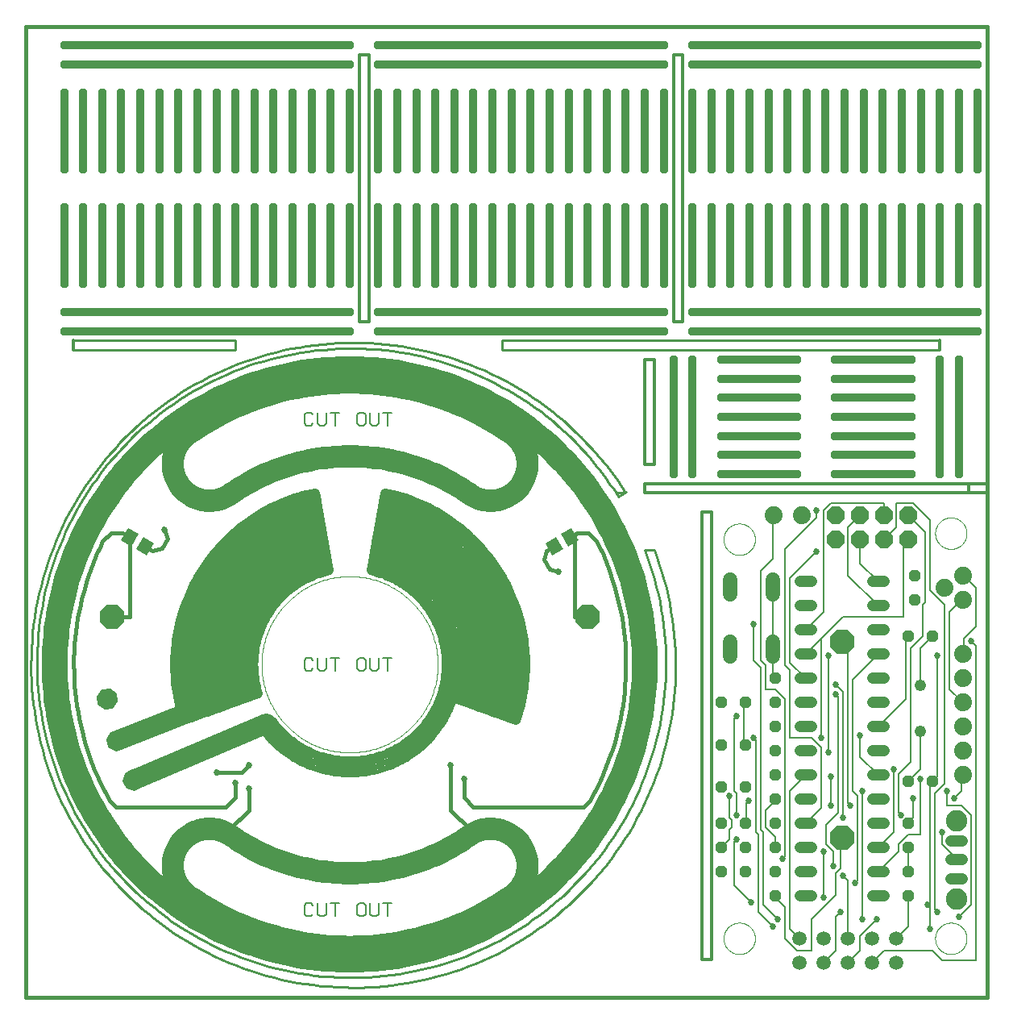
<source format=gbl>
G75*
%MOIN*%
%OFA0B0*%
%FSLAX25Y25*%
%IPPOS*%
%LPD*%
%AMOC8*
5,1,8,0,0,1.08239X$1,22.5*
%
%ADD10C,0.00000*%
%ADD11C,0.00500*%
%ADD12C,0.00000*%
%ADD13C,0.01600*%
%ADD14C,0.01200*%
%ADD15C,0.01000*%
%ADD16R,0.05118X0.05906*%
%ADD17C,0.01700*%
%ADD18OC8,0.10050*%
%ADD19OC8,0.04800*%
%ADD20C,0.04800*%
%ADD21C,0.07400*%
%ADD22OC8,0.07400*%
%ADD23C,0.05906*%
%ADD24C,0.04800*%
%ADD25OC8,0.10000*%
%ADD26C,0.04724*%
%ADD27C,0.08858*%
%ADD28C,0.06000*%
%ADD29C,0.02700*%
%ADD30C,0.08858*%
%ADD31C,0.10630*%
%ADD32C,0.00846*%
%ADD33C,0.08465*%
%ADD34C,0.00800*%
%ADD35C,0.03642*%
%ADD36C,0.03762*%
%ADD37C,0.03200*%
D10*
X0099241Y0163309D02*
X0099252Y0164203D01*
X0099285Y0165096D01*
X0099340Y0165988D01*
X0099416Y0166878D01*
X0099515Y0167767D01*
X0099635Y0168652D01*
X0099777Y0169535D01*
X0099941Y0170414D01*
X0100126Y0171288D01*
X0100332Y0172158D01*
X0100560Y0173022D01*
X0100809Y0173880D01*
X0101079Y0174732D01*
X0101370Y0175578D01*
X0101681Y0176415D01*
X0102013Y0177245D01*
X0102365Y0178067D01*
X0102737Y0178879D01*
X0103129Y0179682D01*
X0103541Y0180476D01*
X0103972Y0181259D01*
X0104422Y0182031D01*
X0104891Y0182792D01*
X0105378Y0183541D01*
X0105884Y0184278D01*
X0106408Y0185003D01*
X0106949Y0185714D01*
X0107507Y0186412D01*
X0108083Y0187096D01*
X0108675Y0187765D01*
X0109283Y0188420D01*
X0109907Y0189060D01*
X0110547Y0189684D01*
X0111202Y0190292D01*
X0111871Y0190884D01*
X0112555Y0191460D01*
X0113253Y0192018D01*
X0113964Y0192559D01*
X0114689Y0193083D01*
X0115426Y0193589D01*
X0116175Y0194076D01*
X0116936Y0194545D01*
X0117708Y0194995D01*
X0118491Y0195426D01*
X0119285Y0195838D01*
X0120088Y0196230D01*
X0120900Y0196602D01*
X0121722Y0196954D01*
X0122552Y0197286D01*
X0123389Y0197597D01*
X0124235Y0197888D01*
X0125087Y0198158D01*
X0125945Y0198407D01*
X0126809Y0198635D01*
X0127679Y0198841D01*
X0128553Y0199026D01*
X0129432Y0199190D01*
X0130315Y0199332D01*
X0131200Y0199452D01*
X0132089Y0199551D01*
X0132979Y0199627D01*
X0133871Y0199682D01*
X0134764Y0199715D01*
X0135658Y0199726D01*
X0136552Y0199715D01*
X0137445Y0199682D01*
X0138337Y0199627D01*
X0139227Y0199551D01*
X0140116Y0199452D01*
X0141001Y0199332D01*
X0141884Y0199190D01*
X0142763Y0199026D01*
X0143637Y0198841D01*
X0144507Y0198635D01*
X0145371Y0198407D01*
X0146229Y0198158D01*
X0147081Y0197888D01*
X0147927Y0197597D01*
X0148764Y0197286D01*
X0149594Y0196954D01*
X0150416Y0196602D01*
X0151228Y0196230D01*
X0152031Y0195838D01*
X0152825Y0195426D01*
X0153608Y0194995D01*
X0154380Y0194545D01*
X0155141Y0194076D01*
X0155890Y0193589D01*
X0156627Y0193083D01*
X0157352Y0192559D01*
X0158063Y0192018D01*
X0158761Y0191460D01*
X0159445Y0190884D01*
X0160114Y0190292D01*
X0160769Y0189684D01*
X0161409Y0189060D01*
X0162033Y0188420D01*
X0162641Y0187765D01*
X0163233Y0187096D01*
X0163809Y0186412D01*
X0164367Y0185714D01*
X0164908Y0185003D01*
X0165432Y0184278D01*
X0165938Y0183541D01*
X0166425Y0182792D01*
X0166894Y0182031D01*
X0167344Y0181259D01*
X0167775Y0180476D01*
X0168187Y0179682D01*
X0168579Y0178879D01*
X0168951Y0178067D01*
X0169303Y0177245D01*
X0169635Y0176415D01*
X0169946Y0175578D01*
X0170237Y0174732D01*
X0170507Y0173880D01*
X0170756Y0173022D01*
X0170984Y0172158D01*
X0171190Y0171288D01*
X0171375Y0170414D01*
X0171539Y0169535D01*
X0171681Y0168652D01*
X0171801Y0167767D01*
X0171900Y0166878D01*
X0171976Y0165988D01*
X0172031Y0165096D01*
X0172064Y0164203D01*
X0172075Y0163309D01*
X0172064Y0162415D01*
X0172031Y0161522D01*
X0171976Y0160630D01*
X0171900Y0159740D01*
X0171801Y0158851D01*
X0171681Y0157966D01*
X0171539Y0157083D01*
X0171375Y0156204D01*
X0171190Y0155330D01*
X0170984Y0154460D01*
X0170756Y0153596D01*
X0170507Y0152738D01*
X0170237Y0151886D01*
X0169946Y0151040D01*
X0169635Y0150203D01*
X0169303Y0149373D01*
X0168951Y0148551D01*
X0168579Y0147739D01*
X0168187Y0146936D01*
X0167775Y0146142D01*
X0167344Y0145359D01*
X0166894Y0144587D01*
X0166425Y0143826D01*
X0165938Y0143077D01*
X0165432Y0142340D01*
X0164908Y0141615D01*
X0164367Y0140904D01*
X0163809Y0140206D01*
X0163233Y0139522D01*
X0162641Y0138853D01*
X0162033Y0138198D01*
X0161409Y0137558D01*
X0160769Y0136934D01*
X0160114Y0136326D01*
X0159445Y0135734D01*
X0158761Y0135158D01*
X0158063Y0134600D01*
X0157352Y0134059D01*
X0156627Y0133535D01*
X0155890Y0133029D01*
X0155141Y0132542D01*
X0154380Y0132073D01*
X0153608Y0131623D01*
X0152825Y0131192D01*
X0152031Y0130780D01*
X0151228Y0130388D01*
X0150416Y0130016D01*
X0149594Y0129664D01*
X0148764Y0129332D01*
X0147927Y0129021D01*
X0147081Y0128730D01*
X0146229Y0128460D01*
X0145371Y0128211D01*
X0144507Y0127983D01*
X0143637Y0127777D01*
X0142763Y0127592D01*
X0141884Y0127428D01*
X0141001Y0127286D01*
X0140116Y0127166D01*
X0139227Y0127067D01*
X0138337Y0126991D01*
X0137445Y0126936D01*
X0136552Y0126903D01*
X0135658Y0126892D01*
X0134764Y0126903D01*
X0133871Y0126936D01*
X0132979Y0126991D01*
X0132089Y0127067D01*
X0131200Y0127166D01*
X0130315Y0127286D01*
X0129432Y0127428D01*
X0128553Y0127592D01*
X0127679Y0127777D01*
X0126809Y0127983D01*
X0125945Y0128211D01*
X0125087Y0128460D01*
X0124235Y0128730D01*
X0123389Y0129021D01*
X0122552Y0129332D01*
X0121722Y0129664D01*
X0120900Y0130016D01*
X0120088Y0130388D01*
X0119285Y0130780D01*
X0118491Y0131192D01*
X0117708Y0131623D01*
X0116936Y0132073D01*
X0116175Y0132542D01*
X0115426Y0133029D01*
X0114689Y0133535D01*
X0113964Y0134059D01*
X0113253Y0134600D01*
X0112555Y0135158D01*
X0111871Y0135734D01*
X0111202Y0136326D01*
X0110547Y0136934D01*
X0109907Y0137558D01*
X0109283Y0138198D01*
X0108675Y0138853D01*
X0108083Y0139522D01*
X0107507Y0140206D01*
X0106949Y0140904D01*
X0106408Y0141615D01*
X0105884Y0142340D01*
X0105378Y0143077D01*
X0104891Y0143826D01*
X0104422Y0144587D01*
X0103972Y0145359D01*
X0103541Y0146142D01*
X0103129Y0146936D01*
X0102737Y0147739D01*
X0102365Y0148551D01*
X0102013Y0149373D01*
X0101681Y0150203D01*
X0101370Y0151040D01*
X0101079Y0151886D01*
X0100809Y0152738D01*
X0100560Y0153596D01*
X0100332Y0154460D01*
X0100126Y0155330D01*
X0099941Y0156204D01*
X0099777Y0157083D01*
X0099635Y0157966D01*
X0099515Y0158851D01*
X0099416Y0159740D01*
X0099340Y0160630D01*
X0099285Y0161522D01*
X0099252Y0162415D01*
X0099241Y0163309D01*
D11*
X0116876Y0161508D02*
X0117778Y0160607D01*
X0119581Y0160607D01*
X0120483Y0161508D01*
X0122314Y0161508D02*
X0123216Y0160607D01*
X0125019Y0160607D01*
X0125921Y0161508D01*
X0125921Y0166017D01*
X0127752Y0166017D02*
X0131358Y0166017D01*
X0129555Y0166017D02*
X0129555Y0160607D01*
X0122314Y0161508D02*
X0122314Y0166017D01*
X0120483Y0165115D02*
X0119581Y0166017D01*
X0117778Y0166017D01*
X0116876Y0165115D01*
X0116876Y0161508D01*
X0138627Y0161508D02*
X0139529Y0160607D01*
X0141332Y0160607D01*
X0142234Y0161508D01*
X0142234Y0165115D01*
X0141332Y0166017D01*
X0139529Y0166017D01*
X0138627Y0165115D01*
X0138627Y0161508D01*
X0144065Y0161508D02*
X0144966Y0160607D01*
X0146770Y0160607D01*
X0147672Y0161508D01*
X0147672Y0166017D01*
X0149503Y0166017D02*
X0153109Y0166017D01*
X0151306Y0166017D02*
X0151306Y0160607D01*
X0144065Y0161508D02*
X0144065Y0166017D01*
X0144966Y0261985D02*
X0146770Y0261985D01*
X0147672Y0262886D01*
X0147672Y0267395D01*
X0149503Y0267395D02*
X0153109Y0267395D01*
X0151306Y0267395D02*
X0151306Y0261985D01*
X0144966Y0261985D02*
X0144065Y0262886D01*
X0144065Y0267395D01*
X0142234Y0266493D02*
X0142234Y0262886D01*
X0141332Y0261985D01*
X0139529Y0261985D01*
X0138627Y0262886D01*
X0138627Y0266493D01*
X0139529Y0267395D01*
X0141332Y0267395D01*
X0142234Y0266493D01*
X0131358Y0267395D02*
X0127752Y0267395D01*
X0129555Y0267395D02*
X0129555Y0261985D01*
X0125921Y0262886D02*
X0125921Y0267395D01*
X0122314Y0267395D02*
X0122314Y0262886D01*
X0123216Y0261985D01*
X0125019Y0261985D01*
X0125921Y0262886D01*
X0120483Y0262886D02*
X0119581Y0261985D01*
X0117778Y0261985D01*
X0116876Y0262886D01*
X0116876Y0266493D01*
X0117778Y0267395D01*
X0119581Y0267395D01*
X0120483Y0266493D01*
X0119581Y0064639D02*
X0117778Y0064639D01*
X0116876Y0063737D01*
X0116876Y0060130D01*
X0117778Y0059229D01*
X0119581Y0059229D01*
X0120483Y0060130D01*
X0122314Y0060130D02*
X0123216Y0059229D01*
X0125019Y0059229D01*
X0125921Y0060130D01*
X0125921Y0064639D01*
X0127752Y0064639D02*
X0131358Y0064639D01*
X0129555Y0064639D02*
X0129555Y0059229D01*
X0122314Y0060130D02*
X0122314Y0064639D01*
X0120483Y0063737D02*
X0119581Y0064639D01*
X0138627Y0063737D02*
X0138627Y0060130D01*
X0139529Y0059229D01*
X0141332Y0059229D01*
X0142234Y0060130D01*
X0142234Y0063737D01*
X0141332Y0064639D01*
X0139529Y0064639D01*
X0138627Y0063737D01*
X0144065Y0064639D02*
X0144065Y0060130D01*
X0144966Y0059229D01*
X0146770Y0059229D01*
X0147672Y0060130D01*
X0147672Y0064639D01*
X0149503Y0064639D02*
X0153109Y0064639D01*
X0151306Y0064639D02*
X0151306Y0059229D01*
D12*
X0187596Y0089134D02*
X0187812Y0089281D01*
X0188032Y0089424D01*
X0188255Y0089560D01*
X0188481Y0089692D01*
X0188710Y0089818D01*
X0188943Y0089938D01*
X0189178Y0090053D01*
X0189416Y0090162D01*
X0189656Y0090265D01*
X0189899Y0090362D01*
X0190144Y0090454D01*
X0190391Y0090539D01*
X0190640Y0090619D01*
X0190892Y0090692D01*
X0191144Y0090760D01*
X0191399Y0090821D01*
X0191655Y0090876D01*
X0191912Y0090925D01*
X0192170Y0090968D01*
X0192429Y0091004D01*
X0192689Y0091034D01*
X0192949Y0091058D01*
X0193210Y0091076D01*
X0193472Y0091087D01*
X0193733Y0091092D01*
X0193995Y0091090D01*
X0194256Y0091083D01*
X0194518Y0091069D01*
X0194779Y0091048D01*
X0195039Y0091022D01*
X0195298Y0090989D01*
X0195557Y0090949D01*
X0195815Y0090904D01*
X0196071Y0090852D01*
X0196326Y0090795D01*
X0196580Y0090731D01*
X0196832Y0090660D01*
X0197083Y0090584D01*
X0197331Y0090502D01*
X0197577Y0090414D01*
X0197821Y0090320D01*
X0198063Y0090220D01*
X0198303Y0090114D01*
X0198539Y0090003D01*
X0198773Y0089885D01*
X0199004Y0089763D01*
X0199232Y0089634D01*
X0199457Y0089500D01*
X0199678Y0089361D01*
X0199896Y0089217D01*
X0200111Y0089067D01*
X0200322Y0088912D01*
X0200529Y0088752D01*
X0200732Y0088587D01*
X0200931Y0088417D01*
X0201126Y0088243D01*
X0201317Y0088063D01*
X0201503Y0087880D01*
X0201685Y0087691D01*
X0201862Y0087499D01*
X0202034Y0087302D01*
X0202202Y0087101D01*
X0202365Y0086896D01*
X0202522Y0086688D01*
X0202675Y0086475D01*
X0202822Y0086259D01*
X0202965Y0086039D01*
X0203101Y0085816D01*
X0203233Y0085590D01*
X0203359Y0085361D01*
X0203479Y0085128D01*
X0203594Y0084893D01*
X0203703Y0084655D01*
X0203806Y0084415D01*
X0203903Y0084172D01*
X0203995Y0083927D01*
X0204080Y0083680D01*
X0204160Y0083431D01*
X0204233Y0083179D01*
X0204301Y0082927D01*
X0204362Y0082672D01*
X0204417Y0082416D01*
X0204466Y0082159D01*
X0204509Y0081901D01*
X0204545Y0081642D01*
X0204575Y0081382D01*
X0204599Y0081122D01*
X0204617Y0080861D01*
X0204628Y0080599D01*
X0204633Y0080338D01*
X0204631Y0080076D01*
X0204624Y0079815D01*
X0204610Y0079553D01*
X0204589Y0079292D01*
X0204563Y0079032D01*
X0204530Y0078773D01*
X0204490Y0078514D01*
X0204445Y0078256D01*
X0204393Y0078000D01*
X0204336Y0077745D01*
X0204272Y0077491D01*
X0204201Y0077239D01*
X0204125Y0076988D01*
X0204043Y0076740D01*
X0203955Y0076494D01*
X0203861Y0076250D01*
X0203761Y0076008D01*
X0203655Y0075768D01*
X0203544Y0075532D01*
X0203426Y0075298D01*
X0203304Y0075067D01*
X0203175Y0074839D01*
X0203041Y0074614D01*
X0202902Y0074393D01*
X0202758Y0074175D01*
X0202608Y0073960D01*
X0202453Y0073749D01*
X0202293Y0073542D01*
X0202128Y0073339D01*
X0201958Y0073140D01*
X0201784Y0072945D01*
X0201604Y0072754D01*
X0201421Y0072568D01*
X0201232Y0072386D01*
X0201040Y0072209D01*
X0200843Y0072037D01*
X0200642Y0071869D01*
X0200437Y0071706D01*
X0200229Y0071549D01*
X0200016Y0071396D01*
X0188470Y0144088D02*
X0192643Y0148040D01*
X0177728Y0159629D02*
X0177883Y0163309D01*
X0200016Y0071396D02*
X0197751Y0069851D01*
X0195449Y0068362D01*
X0193112Y0066929D01*
X0190740Y0065554D01*
X0188335Y0064238D01*
X0185899Y0062980D01*
X0183433Y0061783D01*
X0180938Y0060646D01*
X0178416Y0059570D01*
X0175869Y0058557D01*
X0173297Y0057605D01*
X0170704Y0056717D01*
X0168089Y0055893D01*
X0165455Y0055133D01*
X0162803Y0054437D01*
X0160135Y0053806D01*
X0157452Y0053241D01*
X0154756Y0052741D01*
X0152049Y0052308D01*
X0149332Y0051940D01*
X0146607Y0051640D01*
X0143876Y0051405D01*
X0141139Y0051238D01*
X0138399Y0051137D01*
X0135658Y0051104D01*
X0132917Y0051137D01*
X0130177Y0051238D01*
X0127440Y0051405D01*
X0124709Y0051640D01*
X0121984Y0051940D01*
X0119267Y0052308D01*
X0116560Y0052741D01*
X0113864Y0053241D01*
X0111181Y0053806D01*
X0108513Y0054437D01*
X0105861Y0055133D01*
X0103227Y0055893D01*
X0100612Y0056717D01*
X0098019Y0057605D01*
X0095447Y0058557D01*
X0092900Y0059570D01*
X0090378Y0060646D01*
X0087883Y0061783D01*
X0085417Y0062980D01*
X0082981Y0064238D01*
X0080576Y0065554D01*
X0078204Y0066929D01*
X0075867Y0068362D01*
X0073565Y0069851D01*
X0071300Y0071396D01*
X0071087Y0071549D01*
X0070879Y0071706D01*
X0070674Y0071869D01*
X0070473Y0072037D01*
X0070276Y0072209D01*
X0070084Y0072386D01*
X0069895Y0072568D01*
X0069712Y0072754D01*
X0069532Y0072945D01*
X0069358Y0073140D01*
X0069188Y0073339D01*
X0069023Y0073542D01*
X0068863Y0073749D01*
X0068708Y0073960D01*
X0068558Y0074175D01*
X0068414Y0074393D01*
X0068275Y0074614D01*
X0068141Y0074839D01*
X0068012Y0075067D01*
X0067890Y0075298D01*
X0067772Y0075532D01*
X0067661Y0075768D01*
X0067555Y0076008D01*
X0067455Y0076250D01*
X0067361Y0076494D01*
X0067273Y0076740D01*
X0067191Y0076988D01*
X0067115Y0077239D01*
X0067044Y0077491D01*
X0066980Y0077745D01*
X0066923Y0078000D01*
X0066871Y0078256D01*
X0066826Y0078514D01*
X0066786Y0078773D01*
X0066753Y0079032D01*
X0066727Y0079292D01*
X0066706Y0079553D01*
X0066692Y0079815D01*
X0066685Y0080076D01*
X0066683Y0080338D01*
X0066688Y0080599D01*
X0066699Y0080861D01*
X0066717Y0081122D01*
X0066741Y0081382D01*
X0066771Y0081642D01*
X0066807Y0081901D01*
X0066850Y0082159D01*
X0066899Y0082416D01*
X0066954Y0082672D01*
X0067015Y0082927D01*
X0067083Y0083179D01*
X0067156Y0083431D01*
X0067236Y0083680D01*
X0067321Y0083927D01*
X0067413Y0084172D01*
X0067510Y0084415D01*
X0067613Y0084655D01*
X0067722Y0084893D01*
X0067837Y0085128D01*
X0067957Y0085361D01*
X0068083Y0085590D01*
X0068215Y0085816D01*
X0068351Y0086039D01*
X0068494Y0086259D01*
X0068641Y0086475D01*
X0068794Y0086688D01*
X0068951Y0086896D01*
X0069114Y0087101D01*
X0069282Y0087302D01*
X0069454Y0087499D01*
X0069631Y0087691D01*
X0069813Y0087880D01*
X0069999Y0088063D01*
X0070190Y0088243D01*
X0070385Y0088417D01*
X0070584Y0088587D01*
X0070787Y0088752D01*
X0070994Y0088912D01*
X0071205Y0089067D01*
X0071420Y0089217D01*
X0071638Y0089361D01*
X0071859Y0089500D01*
X0072084Y0089634D01*
X0072312Y0089763D01*
X0072543Y0089885D01*
X0072777Y0090003D01*
X0073013Y0090114D01*
X0073253Y0090220D01*
X0073495Y0090320D01*
X0073739Y0090414D01*
X0073985Y0090502D01*
X0074233Y0090584D01*
X0074484Y0090660D01*
X0074736Y0090731D01*
X0074990Y0090795D01*
X0075245Y0090852D01*
X0075501Y0090904D01*
X0075759Y0090949D01*
X0076018Y0090989D01*
X0076277Y0091022D01*
X0076537Y0091048D01*
X0076798Y0091069D01*
X0077060Y0091083D01*
X0077321Y0091090D01*
X0077583Y0091092D01*
X0077844Y0091087D01*
X0078106Y0091076D01*
X0078367Y0091058D01*
X0078627Y0091034D01*
X0078887Y0091004D01*
X0079146Y0090968D01*
X0079404Y0090925D01*
X0079661Y0090876D01*
X0079917Y0090821D01*
X0080172Y0090760D01*
X0080424Y0090692D01*
X0080676Y0090619D01*
X0080925Y0090539D01*
X0081172Y0090454D01*
X0081417Y0090362D01*
X0081660Y0090265D01*
X0081900Y0090162D01*
X0082138Y0090053D01*
X0082373Y0089938D01*
X0082606Y0089818D01*
X0082835Y0089692D01*
X0083061Y0089560D01*
X0083284Y0089424D01*
X0083504Y0089281D01*
X0083720Y0089134D01*
X0082847Y0144088D02*
X0039242Y0131982D01*
X0067878Y0145148D02*
X0073276Y0146594D01*
X0078674Y0148040D01*
X0073276Y0146594D02*
X0082847Y0144088D01*
X0083720Y0089134D02*
X0085548Y0087887D01*
X0087406Y0086685D01*
X0089292Y0085529D01*
X0091206Y0084420D01*
X0093147Y0083357D01*
X0095113Y0082342D01*
X0097103Y0081376D01*
X0099117Y0080458D01*
X0101152Y0079590D01*
X0103207Y0078772D01*
X0105283Y0078005D01*
X0107376Y0077288D01*
X0109486Y0076623D01*
X0111612Y0076009D01*
X0113752Y0075448D01*
X0115905Y0074939D01*
X0118070Y0074483D01*
X0120245Y0074079D01*
X0122430Y0073729D01*
X0124623Y0073433D01*
X0126822Y0073190D01*
X0129026Y0073001D01*
X0131235Y0072866D01*
X0133446Y0072785D01*
X0135658Y0072758D01*
X0137870Y0072785D01*
X0140081Y0072866D01*
X0142290Y0073001D01*
X0144494Y0073190D01*
X0146693Y0073433D01*
X0148886Y0073729D01*
X0151071Y0074079D01*
X0153246Y0074483D01*
X0155411Y0074939D01*
X0157564Y0075448D01*
X0159704Y0076009D01*
X0161830Y0076623D01*
X0163940Y0077288D01*
X0166033Y0078005D01*
X0168109Y0078772D01*
X0170164Y0079590D01*
X0172199Y0080458D01*
X0174213Y0081376D01*
X0176203Y0082342D01*
X0178169Y0083357D01*
X0180110Y0084420D01*
X0182024Y0085529D01*
X0183910Y0086685D01*
X0185768Y0087887D01*
X0187596Y0089134D01*
X0200016Y0255222D02*
X0197751Y0256767D01*
X0195449Y0258256D01*
X0193112Y0259689D01*
X0190740Y0261064D01*
X0188335Y0262380D01*
X0185899Y0263638D01*
X0183433Y0264835D01*
X0180938Y0265972D01*
X0178416Y0267048D01*
X0175869Y0268061D01*
X0173297Y0269013D01*
X0170704Y0269901D01*
X0168089Y0270725D01*
X0165455Y0271485D01*
X0162803Y0272181D01*
X0160135Y0272812D01*
X0157452Y0273377D01*
X0154756Y0273877D01*
X0152049Y0274310D01*
X0149332Y0274678D01*
X0146607Y0274978D01*
X0143876Y0275213D01*
X0141139Y0275380D01*
X0138399Y0275481D01*
X0135658Y0275514D01*
X0132917Y0275481D01*
X0130177Y0275380D01*
X0127440Y0275213D01*
X0124709Y0274978D01*
X0121984Y0274678D01*
X0119267Y0274310D01*
X0116560Y0273877D01*
X0113864Y0273377D01*
X0111181Y0272812D01*
X0108513Y0272181D01*
X0105861Y0271485D01*
X0103227Y0270725D01*
X0100612Y0269901D01*
X0098019Y0269013D01*
X0095447Y0268061D01*
X0092900Y0267048D01*
X0090378Y0265972D01*
X0087883Y0264835D01*
X0085417Y0263638D01*
X0082981Y0262380D01*
X0080576Y0261064D01*
X0078204Y0259689D01*
X0075867Y0258256D01*
X0073565Y0256767D01*
X0071300Y0255222D01*
X0071087Y0255069D01*
X0070879Y0254912D01*
X0070674Y0254749D01*
X0070473Y0254581D01*
X0070276Y0254409D01*
X0070084Y0254232D01*
X0069895Y0254050D01*
X0069712Y0253864D01*
X0069532Y0253673D01*
X0069358Y0253478D01*
X0069188Y0253279D01*
X0069023Y0253076D01*
X0068863Y0252869D01*
X0068708Y0252658D01*
X0068558Y0252443D01*
X0068414Y0252225D01*
X0068275Y0252004D01*
X0068141Y0251779D01*
X0068012Y0251551D01*
X0067890Y0251320D01*
X0067772Y0251086D01*
X0067661Y0250850D01*
X0067555Y0250610D01*
X0067455Y0250368D01*
X0067361Y0250124D01*
X0067273Y0249878D01*
X0067191Y0249630D01*
X0067115Y0249379D01*
X0067044Y0249127D01*
X0066980Y0248873D01*
X0066923Y0248618D01*
X0066871Y0248362D01*
X0066826Y0248104D01*
X0066786Y0247845D01*
X0066753Y0247586D01*
X0066727Y0247326D01*
X0066706Y0247065D01*
X0066692Y0246803D01*
X0066685Y0246542D01*
X0066683Y0246280D01*
X0066688Y0246019D01*
X0066699Y0245757D01*
X0066717Y0245496D01*
X0066741Y0245236D01*
X0066771Y0244976D01*
X0066807Y0244717D01*
X0066850Y0244459D01*
X0066899Y0244202D01*
X0066954Y0243946D01*
X0067015Y0243691D01*
X0067083Y0243439D01*
X0067156Y0243187D01*
X0067236Y0242938D01*
X0067321Y0242691D01*
X0067413Y0242446D01*
X0067510Y0242203D01*
X0067613Y0241963D01*
X0067722Y0241725D01*
X0067837Y0241490D01*
X0067957Y0241257D01*
X0068083Y0241028D01*
X0068215Y0240802D01*
X0068351Y0240579D01*
X0068494Y0240359D01*
X0068641Y0240143D01*
X0068794Y0239930D01*
X0068951Y0239722D01*
X0069114Y0239517D01*
X0069282Y0239316D01*
X0069454Y0239119D01*
X0069631Y0238927D01*
X0069813Y0238738D01*
X0069999Y0238555D01*
X0070190Y0238375D01*
X0070385Y0238201D01*
X0070584Y0238031D01*
X0070787Y0237866D01*
X0070994Y0237706D01*
X0071205Y0237551D01*
X0071420Y0237401D01*
X0071638Y0237257D01*
X0071859Y0237118D01*
X0072084Y0236984D01*
X0072312Y0236855D01*
X0072543Y0236733D01*
X0072777Y0236615D01*
X0073013Y0236504D01*
X0073253Y0236398D01*
X0073495Y0236298D01*
X0073739Y0236204D01*
X0073985Y0236116D01*
X0074233Y0236034D01*
X0074484Y0235958D01*
X0074736Y0235887D01*
X0074990Y0235823D01*
X0075245Y0235766D01*
X0075501Y0235714D01*
X0075759Y0235669D01*
X0076018Y0235629D01*
X0076277Y0235596D01*
X0076537Y0235570D01*
X0076798Y0235549D01*
X0077060Y0235535D01*
X0077321Y0235528D01*
X0077583Y0235526D01*
X0077844Y0235531D01*
X0078106Y0235542D01*
X0078367Y0235560D01*
X0078627Y0235584D01*
X0078887Y0235614D01*
X0079146Y0235650D01*
X0079404Y0235693D01*
X0079661Y0235742D01*
X0079917Y0235797D01*
X0080172Y0235858D01*
X0080424Y0235926D01*
X0080676Y0235999D01*
X0080925Y0236079D01*
X0081172Y0236164D01*
X0081417Y0236256D01*
X0081660Y0236353D01*
X0081900Y0236456D01*
X0082138Y0236565D01*
X0082373Y0236680D01*
X0082606Y0236800D01*
X0082835Y0236926D01*
X0083061Y0237058D01*
X0083284Y0237194D01*
X0083504Y0237337D01*
X0083720Y0237484D01*
X0085548Y0238731D01*
X0087406Y0239933D01*
X0089292Y0241089D01*
X0091206Y0242198D01*
X0093147Y0243261D01*
X0095113Y0244276D01*
X0097103Y0245242D01*
X0099117Y0246160D01*
X0101152Y0247028D01*
X0103207Y0247846D01*
X0105283Y0248613D01*
X0107376Y0249330D01*
X0109486Y0249995D01*
X0111612Y0250609D01*
X0113752Y0251170D01*
X0115905Y0251679D01*
X0118070Y0252135D01*
X0120245Y0252539D01*
X0122430Y0252889D01*
X0124623Y0253185D01*
X0126822Y0253428D01*
X0129026Y0253617D01*
X0131235Y0253752D01*
X0133446Y0253833D01*
X0135658Y0253860D01*
X0137870Y0253833D01*
X0140081Y0253752D01*
X0142290Y0253617D01*
X0144494Y0253428D01*
X0146693Y0253185D01*
X0148886Y0252889D01*
X0151071Y0252539D01*
X0153246Y0252135D01*
X0155411Y0251679D01*
X0157564Y0251170D01*
X0159704Y0250609D01*
X0161830Y0249995D01*
X0163940Y0249330D01*
X0166033Y0248613D01*
X0168109Y0247846D01*
X0170164Y0247028D01*
X0172199Y0246160D01*
X0174213Y0245242D01*
X0176203Y0244276D01*
X0178169Y0243261D01*
X0180110Y0242198D01*
X0182024Y0241089D01*
X0183910Y0239933D01*
X0185768Y0238731D01*
X0187596Y0237484D01*
X0187812Y0237337D01*
X0188032Y0237194D01*
X0188255Y0237058D01*
X0188481Y0236926D01*
X0188710Y0236800D01*
X0188943Y0236680D01*
X0189178Y0236565D01*
X0189416Y0236456D01*
X0189656Y0236353D01*
X0189899Y0236256D01*
X0190144Y0236164D01*
X0190391Y0236079D01*
X0190640Y0235999D01*
X0190892Y0235926D01*
X0191144Y0235858D01*
X0191399Y0235797D01*
X0191655Y0235742D01*
X0191912Y0235693D01*
X0192170Y0235650D01*
X0192429Y0235614D01*
X0192689Y0235584D01*
X0192949Y0235560D01*
X0193210Y0235542D01*
X0193472Y0235531D01*
X0193733Y0235526D01*
X0193995Y0235528D01*
X0194256Y0235535D01*
X0194518Y0235549D01*
X0194779Y0235570D01*
X0195039Y0235596D01*
X0195298Y0235629D01*
X0195557Y0235669D01*
X0195815Y0235714D01*
X0196071Y0235766D01*
X0196326Y0235823D01*
X0196580Y0235887D01*
X0196832Y0235958D01*
X0197083Y0236034D01*
X0197331Y0236116D01*
X0197577Y0236204D01*
X0197821Y0236298D01*
X0198063Y0236398D01*
X0198303Y0236504D01*
X0198539Y0236615D01*
X0198773Y0236733D01*
X0199004Y0236855D01*
X0199232Y0236984D01*
X0199457Y0237118D01*
X0199678Y0237257D01*
X0199896Y0237401D01*
X0200111Y0237551D01*
X0200322Y0237706D01*
X0200529Y0237866D01*
X0200732Y0238031D01*
X0200931Y0238201D01*
X0201126Y0238375D01*
X0201317Y0238555D01*
X0201503Y0238738D01*
X0201685Y0238927D01*
X0201862Y0239119D01*
X0202034Y0239316D01*
X0202202Y0239517D01*
X0202365Y0239722D01*
X0202522Y0239930D01*
X0202675Y0240143D01*
X0202822Y0240359D01*
X0202965Y0240579D01*
X0203101Y0240802D01*
X0203233Y0241028D01*
X0203359Y0241257D01*
X0203479Y0241490D01*
X0203594Y0241725D01*
X0203703Y0241963D01*
X0203806Y0242203D01*
X0203903Y0242446D01*
X0203995Y0242691D01*
X0204080Y0242938D01*
X0204160Y0243187D01*
X0204233Y0243439D01*
X0204301Y0243691D01*
X0204362Y0243946D01*
X0204417Y0244202D01*
X0204466Y0244459D01*
X0204509Y0244717D01*
X0204545Y0244976D01*
X0204575Y0245236D01*
X0204599Y0245496D01*
X0204617Y0245757D01*
X0204628Y0246019D01*
X0204633Y0246280D01*
X0204631Y0246542D01*
X0204624Y0246803D01*
X0204610Y0247065D01*
X0204589Y0247326D01*
X0204563Y0247586D01*
X0204530Y0247845D01*
X0204490Y0248104D01*
X0204445Y0248362D01*
X0204393Y0248618D01*
X0204336Y0248873D01*
X0204272Y0249127D01*
X0204201Y0249379D01*
X0204125Y0249630D01*
X0204043Y0249878D01*
X0203955Y0250124D01*
X0203861Y0250368D01*
X0203761Y0250610D01*
X0203655Y0250850D01*
X0203544Y0251086D01*
X0203426Y0251320D01*
X0203304Y0251551D01*
X0203175Y0251779D01*
X0203041Y0252004D01*
X0202902Y0252225D01*
X0202758Y0252443D01*
X0202608Y0252658D01*
X0202453Y0252869D01*
X0202293Y0253076D01*
X0202128Y0253279D01*
X0201958Y0253478D01*
X0201784Y0253673D01*
X0201604Y0253864D01*
X0201421Y0254050D01*
X0201232Y0254232D01*
X0201040Y0254409D01*
X0200843Y0254581D01*
X0200642Y0254749D01*
X0200437Y0254912D01*
X0200229Y0255069D01*
X0200016Y0255222D01*
X0290320Y0215002D02*
X0290322Y0215163D01*
X0290328Y0215323D01*
X0290338Y0215484D01*
X0290352Y0215644D01*
X0290370Y0215804D01*
X0290391Y0215963D01*
X0290417Y0216122D01*
X0290447Y0216280D01*
X0290480Y0216437D01*
X0290518Y0216594D01*
X0290559Y0216749D01*
X0290604Y0216903D01*
X0290653Y0217056D01*
X0290706Y0217208D01*
X0290762Y0217359D01*
X0290823Y0217508D01*
X0290886Y0217656D01*
X0290954Y0217802D01*
X0291025Y0217946D01*
X0291099Y0218088D01*
X0291177Y0218229D01*
X0291259Y0218367D01*
X0291344Y0218504D01*
X0291432Y0218638D01*
X0291524Y0218770D01*
X0291619Y0218900D01*
X0291717Y0219028D01*
X0291818Y0219153D01*
X0291922Y0219275D01*
X0292029Y0219395D01*
X0292139Y0219512D01*
X0292252Y0219627D01*
X0292368Y0219738D01*
X0292487Y0219847D01*
X0292608Y0219952D01*
X0292732Y0220055D01*
X0292858Y0220155D01*
X0292986Y0220251D01*
X0293117Y0220344D01*
X0293251Y0220434D01*
X0293386Y0220521D01*
X0293524Y0220604D01*
X0293663Y0220684D01*
X0293805Y0220760D01*
X0293948Y0220833D01*
X0294093Y0220902D01*
X0294240Y0220968D01*
X0294388Y0221030D01*
X0294538Y0221088D01*
X0294689Y0221143D01*
X0294842Y0221194D01*
X0294996Y0221241D01*
X0295151Y0221284D01*
X0295307Y0221323D01*
X0295463Y0221359D01*
X0295621Y0221390D01*
X0295779Y0221418D01*
X0295938Y0221442D01*
X0296098Y0221462D01*
X0296258Y0221478D01*
X0296418Y0221490D01*
X0296579Y0221498D01*
X0296740Y0221502D01*
X0296900Y0221502D01*
X0297061Y0221498D01*
X0297222Y0221490D01*
X0297382Y0221478D01*
X0297542Y0221462D01*
X0297702Y0221442D01*
X0297861Y0221418D01*
X0298019Y0221390D01*
X0298177Y0221359D01*
X0298333Y0221323D01*
X0298489Y0221284D01*
X0298644Y0221241D01*
X0298798Y0221194D01*
X0298951Y0221143D01*
X0299102Y0221088D01*
X0299252Y0221030D01*
X0299400Y0220968D01*
X0299547Y0220902D01*
X0299692Y0220833D01*
X0299835Y0220760D01*
X0299977Y0220684D01*
X0300116Y0220604D01*
X0300254Y0220521D01*
X0300389Y0220434D01*
X0300523Y0220344D01*
X0300654Y0220251D01*
X0300782Y0220155D01*
X0300908Y0220055D01*
X0301032Y0219952D01*
X0301153Y0219847D01*
X0301272Y0219738D01*
X0301388Y0219627D01*
X0301501Y0219512D01*
X0301611Y0219395D01*
X0301718Y0219275D01*
X0301822Y0219153D01*
X0301923Y0219028D01*
X0302021Y0218900D01*
X0302116Y0218770D01*
X0302208Y0218638D01*
X0302296Y0218504D01*
X0302381Y0218367D01*
X0302463Y0218229D01*
X0302541Y0218088D01*
X0302615Y0217946D01*
X0302686Y0217802D01*
X0302754Y0217656D01*
X0302817Y0217508D01*
X0302878Y0217359D01*
X0302934Y0217208D01*
X0302987Y0217056D01*
X0303036Y0216903D01*
X0303081Y0216749D01*
X0303122Y0216594D01*
X0303160Y0216437D01*
X0303193Y0216280D01*
X0303223Y0216122D01*
X0303249Y0215963D01*
X0303270Y0215804D01*
X0303288Y0215644D01*
X0303302Y0215484D01*
X0303312Y0215323D01*
X0303318Y0215163D01*
X0303320Y0215002D01*
X0303318Y0214841D01*
X0303312Y0214681D01*
X0303302Y0214520D01*
X0303288Y0214360D01*
X0303270Y0214200D01*
X0303249Y0214041D01*
X0303223Y0213882D01*
X0303193Y0213724D01*
X0303160Y0213567D01*
X0303122Y0213410D01*
X0303081Y0213255D01*
X0303036Y0213101D01*
X0302987Y0212948D01*
X0302934Y0212796D01*
X0302878Y0212645D01*
X0302817Y0212496D01*
X0302754Y0212348D01*
X0302686Y0212202D01*
X0302615Y0212058D01*
X0302541Y0211916D01*
X0302463Y0211775D01*
X0302381Y0211637D01*
X0302296Y0211500D01*
X0302208Y0211366D01*
X0302116Y0211234D01*
X0302021Y0211104D01*
X0301923Y0210976D01*
X0301822Y0210851D01*
X0301718Y0210729D01*
X0301611Y0210609D01*
X0301501Y0210492D01*
X0301388Y0210377D01*
X0301272Y0210266D01*
X0301153Y0210157D01*
X0301032Y0210052D01*
X0300908Y0209949D01*
X0300782Y0209849D01*
X0300654Y0209753D01*
X0300523Y0209660D01*
X0300389Y0209570D01*
X0300254Y0209483D01*
X0300116Y0209400D01*
X0299977Y0209320D01*
X0299835Y0209244D01*
X0299692Y0209171D01*
X0299547Y0209102D01*
X0299400Y0209036D01*
X0299252Y0208974D01*
X0299102Y0208916D01*
X0298951Y0208861D01*
X0298798Y0208810D01*
X0298644Y0208763D01*
X0298489Y0208720D01*
X0298333Y0208681D01*
X0298177Y0208645D01*
X0298019Y0208614D01*
X0297861Y0208586D01*
X0297702Y0208562D01*
X0297542Y0208542D01*
X0297382Y0208526D01*
X0297222Y0208514D01*
X0297061Y0208506D01*
X0296900Y0208502D01*
X0296740Y0208502D01*
X0296579Y0208506D01*
X0296418Y0208514D01*
X0296258Y0208526D01*
X0296098Y0208542D01*
X0295938Y0208562D01*
X0295779Y0208586D01*
X0295621Y0208614D01*
X0295463Y0208645D01*
X0295307Y0208681D01*
X0295151Y0208720D01*
X0294996Y0208763D01*
X0294842Y0208810D01*
X0294689Y0208861D01*
X0294538Y0208916D01*
X0294388Y0208974D01*
X0294240Y0209036D01*
X0294093Y0209102D01*
X0293948Y0209171D01*
X0293805Y0209244D01*
X0293663Y0209320D01*
X0293524Y0209400D01*
X0293386Y0209483D01*
X0293251Y0209570D01*
X0293117Y0209660D01*
X0292986Y0209753D01*
X0292858Y0209849D01*
X0292732Y0209949D01*
X0292608Y0210052D01*
X0292487Y0210157D01*
X0292368Y0210266D01*
X0292252Y0210377D01*
X0292139Y0210492D01*
X0292029Y0210609D01*
X0291922Y0210729D01*
X0291818Y0210851D01*
X0291717Y0210976D01*
X0291619Y0211104D01*
X0291524Y0211234D01*
X0291432Y0211366D01*
X0291344Y0211500D01*
X0291259Y0211637D01*
X0291177Y0211775D01*
X0291099Y0211916D01*
X0291025Y0212058D01*
X0290954Y0212202D01*
X0290886Y0212348D01*
X0290823Y0212496D01*
X0290762Y0212645D01*
X0290706Y0212796D01*
X0290653Y0212948D01*
X0290604Y0213101D01*
X0290559Y0213255D01*
X0290518Y0213410D01*
X0290480Y0213567D01*
X0290447Y0213724D01*
X0290417Y0213882D01*
X0290391Y0214041D01*
X0290370Y0214200D01*
X0290352Y0214360D01*
X0290338Y0214520D01*
X0290328Y0214681D01*
X0290322Y0214841D01*
X0290320Y0215002D01*
X0377820Y0217502D02*
X0377822Y0217663D01*
X0377828Y0217823D01*
X0377838Y0217984D01*
X0377852Y0218144D01*
X0377870Y0218304D01*
X0377891Y0218463D01*
X0377917Y0218622D01*
X0377947Y0218780D01*
X0377980Y0218937D01*
X0378018Y0219094D01*
X0378059Y0219249D01*
X0378104Y0219403D01*
X0378153Y0219556D01*
X0378206Y0219708D01*
X0378262Y0219859D01*
X0378323Y0220008D01*
X0378386Y0220156D01*
X0378454Y0220302D01*
X0378525Y0220446D01*
X0378599Y0220588D01*
X0378677Y0220729D01*
X0378759Y0220867D01*
X0378844Y0221004D01*
X0378932Y0221138D01*
X0379024Y0221270D01*
X0379119Y0221400D01*
X0379217Y0221528D01*
X0379318Y0221653D01*
X0379422Y0221775D01*
X0379529Y0221895D01*
X0379639Y0222012D01*
X0379752Y0222127D01*
X0379868Y0222238D01*
X0379987Y0222347D01*
X0380108Y0222452D01*
X0380232Y0222555D01*
X0380358Y0222655D01*
X0380486Y0222751D01*
X0380617Y0222844D01*
X0380751Y0222934D01*
X0380886Y0223021D01*
X0381024Y0223104D01*
X0381163Y0223184D01*
X0381305Y0223260D01*
X0381448Y0223333D01*
X0381593Y0223402D01*
X0381740Y0223468D01*
X0381888Y0223530D01*
X0382038Y0223588D01*
X0382189Y0223643D01*
X0382342Y0223694D01*
X0382496Y0223741D01*
X0382651Y0223784D01*
X0382807Y0223823D01*
X0382963Y0223859D01*
X0383121Y0223890D01*
X0383279Y0223918D01*
X0383438Y0223942D01*
X0383598Y0223962D01*
X0383758Y0223978D01*
X0383918Y0223990D01*
X0384079Y0223998D01*
X0384240Y0224002D01*
X0384400Y0224002D01*
X0384561Y0223998D01*
X0384722Y0223990D01*
X0384882Y0223978D01*
X0385042Y0223962D01*
X0385202Y0223942D01*
X0385361Y0223918D01*
X0385519Y0223890D01*
X0385677Y0223859D01*
X0385833Y0223823D01*
X0385989Y0223784D01*
X0386144Y0223741D01*
X0386298Y0223694D01*
X0386451Y0223643D01*
X0386602Y0223588D01*
X0386752Y0223530D01*
X0386900Y0223468D01*
X0387047Y0223402D01*
X0387192Y0223333D01*
X0387335Y0223260D01*
X0387477Y0223184D01*
X0387616Y0223104D01*
X0387754Y0223021D01*
X0387889Y0222934D01*
X0388023Y0222844D01*
X0388154Y0222751D01*
X0388282Y0222655D01*
X0388408Y0222555D01*
X0388532Y0222452D01*
X0388653Y0222347D01*
X0388772Y0222238D01*
X0388888Y0222127D01*
X0389001Y0222012D01*
X0389111Y0221895D01*
X0389218Y0221775D01*
X0389322Y0221653D01*
X0389423Y0221528D01*
X0389521Y0221400D01*
X0389616Y0221270D01*
X0389708Y0221138D01*
X0389796Y0221004D01*
X0389881Y0220867D01*
X0389963Y0220729D01*
X0390041Y0220588D01*
X0390115Y0220446D01*
X0390186Y0220302D01*
X0390254Y0220156D01*
X0390317Y0220008D01*
X0390378Y0219859D01*
X0390434Y0219708D01*
X0390487Y0219556D01*
X0390536Y0219403D01*
X0390581Y0219249D01*
X0390622Y0219094D01*
X0390660Y0218937D01*
X0390693Y0218780D01*
X0390723Y0218622D01*
X0390749Y0218463D01*
X0390770Y0218304D01*
X0390788Y0218144D01*
X0390802Y0217984D01*
X0390812Y0217823D01*
X0390818Y0217663D01*
X0390820Y0217502D01*
X0390818Y0217341D01*
X0390812Y0217181D01*
X0390802Y0217020D01*
X0390788Y0216860D01*
X0390770Y0216700D01*
X0390749Y0216541D01*
X0390723Y0216382D01*
X0390693Y0216224D01*
X0390660Y0216067D01*
X0390622Y0215910D01*
X0390581Y0215755D01*
X0390536Y0215601D01*
X0390487Y0215448D01*
X0390434Y0215296D01*
X0390378Y0215145D01*
X0390317Y0214996D01*
X0390254Y0214848D01*
X0390186Y0214702D01*
X0390115Y0214558D01*
X0390041Y0214416D01*
X0389963Y0214275D01*
X0389881Y0214137D01*
X0389796Y0214000D01*
X0389708Y0213866D01*
X0389616Y0213734D01*
X0389521Y0213604D01*
X0389423Y0213476D01*
X0389322Y0213351D01*
X0389218Y0213229D01*
X0389111Y0213109D01*
X0389001Y0212992D01*
X0388888Y0212877D01*
X0388772Y0212766D01*
X0388653Y0212657D01*
X0388532Y0212552D01*
X0388408Y0212449D01*
X0388282Y0212349D01*
X0388154Y0212253D01*
X0388023Y0212160D01*
X0387889Y0212070D01*
X0387754Y0211983D01*
X0387616Y0211900D01*
X0387477Y0211820D01*
X0387335Y0211744D01*
X0387192Y0211671D01*
X0387047Y0211602D01*
X0386900Y0211536D01*
X0386752Y0211474D01*
X0386602Y0211416D01*
X0386451Y0211361D01*
X0386298Y0211310D01*
X0386144Y0211263D01*
X0385989Y0211220D01*
X0385833Y0211181D01*
X0385677Y0211145D01*
X0385519Y0211114D01*
X0385361Y0211086D01*
X0385202Y0211062D01*
X0385042Y0211042D01*
X0384882Y0211026D01*
X0384722Y0211014D01*
X0384561Y0211006D01*
X0384400Y0211002D01*
X0384240Y0211002D01*
X0384079Y0211006D01*
X0383918Y0211014D01*
X0383758Y0211026D01*
X0383598Y0211042D01*
X0383438Y0211062D01*
X0383279Y0211086D01*
X0383121Y0211114D01*
X0382963Y0211145D01*
X0382807Y0211181D01*
X0382651Y0211220D01*
X0382496Y0211263D01*
X0382342Y0211310D01*
X0382189Y0211361D01*
X0382038Y0211416D01*
X0381888Y0211474D01*
X0381740Y0211536D01*
X0381593Y0211602D01*
X0381448Y0211671D01*
X0381305Y0211744D01*
X0381163Y0211820D01*
X0381024Y0211900D01*
X0380886Y0211983D01*
X0380751Y0212070D01*
X0380617Y0212160D01*
X0380486Y0212253D01*
X0380358Y0212349D01*
X0380232Y0212449D01*
X0380108Y0212552D01*
X0379987Y0212657D01*
X0379868Y0212766D01*
X0379752Y0212877D01*
X0379639Y0212992D01*
X0379529Y0213109D01*
X0379422Y0213229D01*
X0379318Y0213351D01*
X0379217Y0213476D01*
X0379119Y0213604D01*
X0379024Y0213734D01*
X0378932Y0213866D01*
X0378844Y0214000D01*
X0378759Y0214137D01*
X0378677Y0214275D01*
X0378599Y0214416D01*
X0378525Y0214558D01*
X0378454Y0214702D01*
X0378386Y0214848D01*
X0378323Y0214996D01*
X0378262Y0215145D01*
X0378206Y0215296D01*
X0378153Y0215448D01*
X0378104Y0215601D01*
X0378059Y0215755D01*
X0378018Y0215910D01*
X0377980Y0216067D01*
X0377947Y0216224D01*
X0377917Y0216382D01*
X0377891Y0216541D01*
X0377870Y0216700D01*
X0377852Y0216860D01*
X0377838Y0217020D01*
X0377828Y0217181D01*
X0377822Y0217341D01*
X0377820Y0217502D01*
X0377820Y0050002D02*
X0377822Y0050163D01*
X0377828Y0050323D01*
X0377838Y0050484D01*
X0377852Y0050644D01*
X0377870Y0050804D01*
X0377891Y0050963D01*
X0377917Y0051122D01*
X0377947Y0051280D01*
X0377980Y0051437D01*
X0378018Y0051594D01*
X0378059Y0051749D01*
X0378104Y0051903D01*
X0378153Y0052056D01*
X0378206Y0052208D01*
X0378262Y0052359D01*
X0378323Y0052508D01*
X0378386Y0052656D01*
X0378454Y0052802D01*
X0378525Y0052946D01*
X0378599Y0053088D01*
X0378677Y0053229D01*
X0378759Y0053367D01*
X0378844Y0053504D01*
X0378932Y0053638D01*
X0379024Y0053770D01*
X0379119Y0053900D01*
X0379217Y0054028D01*
X0379318Y0054153D01*
X0379422Y0054275D01*
X0379529Y0054395D01*
X0379639Y0054512D01*
X0379752Y0054627D01*
X0379868Y0054738D01*
X0379987Y0054847D01*
X0380108Y0054952D01*
X0380232Y0055055D01*
X0380358Y0055155D01*
X0380486Y0055251D01*
X0380617Y0055344D01*
X0380751Y0055434D01*
X0380886Y0055521D01*
X0381024Y0055604D01*
X0381163Y0055684D01*
X0381305Y0055760D01*
X0381448Y0055833D01*
X0381593Y0055902D01*
X0381740Y0055968D01*
X0381888Y0056030D01*
X0382038Y0056088D01*
X0382189Y0056143D01*
X0382342Y0056194D01*
X0382496Y0056241D01*
X0382651Y0056284D01*
X0382807Y0056323D01*
X0382963Y0056359D01*
X0383121Y0056390D01*
X0383279Y0056418D01*
X0383438Y0056442D01*
X0383598Y0056462D01*
X0383758Y0056478D01*
X0383918Y0056490D01*
X0384079Y0056498D01*
X0384240Y0056502D01*
X0384400Y0056502D01*
X0384561Y0056498D01*
X0384722Y0056490D01*
X0384882Y0056478D01*
X0385042Y0056462D01*
X0385202Y0056442D01*
X0385361Y0056418D01*
X0385519Y0056390D01*
X0385677Y0056359D01*
X0385833Y0056323D01*
X0385989Y0056284D01*
X0386144Y0056241D01*
X0386298Y0056194D01*
X0386451Y0056143D01*
X0386602Y0056088D01*
X0386752Y0056030D01*
X0386900Y0055968D01*
X0387047Y0055902D01*
X0387192Y0055833D01*
X0387335Y0055760D01*
X0387477Y0055684D01*
X0387616Y0055604D01*
X0387754Y0055521D01*
X0387889Y0055434D01*
X0388023Y0055344D01*
X0388154Y0055251D01*
X0388282Y0055155D01*
X0388408Y0055055D01*
X0388532Y0054952D01*
X0388653Y0054847D01*
X0388772Y0054738D01*
X0388888Y0054627D01*
X0389001Y0054512D01*
X0389111Y0054395D01*
X0389218Y0054275D01*
X0389322Y0054153D01*
X0389423Y0054028D01*
X0389521Y0053900D01*
X0389616Y0053770D01*
X0389708Y0053638D01*
X0389796Y0053504D01*
X0389881Y0053367D01*
X0389963Y0053229D01*
X0390041Y0053088D01*
X0390115Y0052946D01*
X0390186Y0052802D01*
X0390254Y0052656D01*
X0390317Y0052508D01*
X0390378Y0052359D01*
X0390434Y0052208D01*
X0390487Y0052056D01*
X0390536Y0051903D01*
X0390581Y0051749D01*
X0390622Y0051594D01*
X0390660Y0051437D01*
X0390693Y0051280D01*
X0390723Y0051122D01*
X0390749Y0050963D01*
X0390770Y0050804D01*
X0390788Y0050644D01*
X0390802Y0050484D01*
X0390812Y0050323D01*
X0390818Y0050163D01*
X0390820Y0050002D01*
X0390818Y0049841D01*
X0390812Y0049681D01*
X0390802Y0049520D01*
X0390788Y0049360D01*
X0390770Y0049200D01*
X0390749Y0049041D01*
X0390723Y0048882D01*
X0390693Y0048724D01*
X0390660Y0048567D01*
X0390622Y0048410D01*
X0390581Y0048255D01*
X0390536Y0048101D01*
X0390487Y0047948D01*
X0390434Y0047796D01*
X0390378Y0047645D01*
X0390317Y0047496D01*
X0390254Y0047348D01*
X0390186Y0047202D01*
X0390115Y0047058D01*
X0390041Y0046916D01*
X0389963Y0046775D01*
X0389881Y0046637D01*
X0389796Y0046500D01*
X0389708Y0046366D01*
X0389616Y0046234D01*
X0389521Y0046104D01*
X0389423Y0045976D01*
X0389322Y0045851D01*
X0389218Y0045729D01*
X0389111Y0045609D01*
X0389001Y0045492D01*
X0388888Y0045377D01*
X0388772Y0045266D01*
X0388653Y0045157D01*
X0388532Y0045052D01*
X0388408Y0044949D01*
X0388282Y0044849D01*
X0388154Y0044753D01*
X0388023Y0044660D01*
X0387889Y0044570D01*
X0387754Y0044483D01*
X0387616Y0044400D01*
X0387477Y0044320D01*
X0387335Y0044244D01*
X0387192Y0044171D01*
X0387047Y0044102D01*
X0386900Y0044036D01*
X0386752Y0043974D01*
X0386602Y0043916D01*
X0386451Y0043861D01*
X0386298Y0043810D01*
X0386144Y0043763D01*
X0385989Y0043720D01*
X0385833Y0043681D01*
X0385677Y0043645D01*
X0385519Y0043614D01*
X0385361Y0043586D01*
X0385202Y0043562D01*
X0385042Y0043542D01*
X0384882Y0043526D01*
X0384722Y0043514D01*
X0384561Y0043506D01*
X0384400Y0043502D01*
X0384240Y0043502D01*
X0384079Y0043506D01*
X0383918Y0043514D01*
X0383758Y0043526D01*
X0383598Y0043542D01*
X0383438Y0043562D01*
X0383279Y0043586D01*
X0383121Y0043614D01*
X0382963Y0043645D01*
X0382807Y0043681D01*
X0382651Y0043720D01*
X0382496Y0043763D01*
X0382342Y0043810D01*
X0382189Y0043861D01*
X0382038Y0043916D01*
X0381888Y0043974D01*
X0381740Y0044036D01*
X0381593Y0044102D01*
X0381448Y0044171D01*
X0381305Y0044244D01*
X0381163Y0044320D01*
X0381024Y0044400D01*
X0380886Y0044483D01*
X0380751Y0044570D01*
X0380617Y0044660D01*
X0380486Y0044753D01*
X0380358Y0044849D01*
X0380232Y0044949D01*
X0380108Y0045052D01*
X0379987Y0045157D01*
X0379868Y0045266D01*
X0379752Y0045377D01*
X0379639Y0045492D01*
X0379529Y0045609D01*
X0379422Y0045729D01*
X0379318Y0045851D01*
X0379217Y0045976D01*
X0379119Y0046104D01*
X0379024Y0046234D01*
X0378932Y0046366D01*
X0378844Y0046500D01*
X0378759Y0046637D01*
X0378677Y0046775D01*
X0378599Y0046916D01*
X0378525Y0047058D01*
X0378454Y0047202D01*
X0378386Y0047348D01*
X0378323Y0047496D01*
X0378262Y0047645D01*
X0378206Y0047796D01*
X0378153Y0047948D01*
X0378104Y0048101D01*
X0378059Y0048255D01*
X0378018Y0048410D01*
X0377980Y0048567D01*
X0377947Y0048724D01*
X0377917Y0048882D01*
X0377891Y0049041D01*
X0377870Y0049200D01*
X0377852Y0049360D01*
X0377838Y0049520D01*
X0377828Y0049681D01*
X0377822Y0049841D01*
X0377820Y0050002D01*
X0290320Y0050002D02*
X0290322Y0050163D01*
X0290328Y0050323D01*
X0290338Y0050484D01*
X0290352Y0050644D01*
X0290370Y0050804D01*
X0290391Y0050963D01*
X0290417Y0051122D01*
X0290447Y0051280D01*
X0290480Y0051437D01*
X0290518Y0051594D01*
X0290559Y0051749D01*
X0290604Y0051903D01*
X0290653Y0052056D01*
X0290706Y0052208D01*
X0290762Y0052359D01*
X0290823Y0052508D01*
X0290886Y0052656D01*
X0290954Y0052802D01*
X0291025Y0052946D01*
X0291099Y0053088D01*
X0291177Y0053229D01*
X0291259Y0053367D01*
X0291344Y0053504D01*
X0291432Y0053638D01*
X0291524Y0053770D01*
X0291619Y0053900D01*
X0291717Y0054028D01*
X0291818Y0054153D01*
X0291922Y0054275D01*
X0292029Y0054395D01*
X0292139Y0054512D01*
X0292252Y0054627D01*
X0292368Y0054738D01*
X0292487Y0054847D01*
X0292608Y0054952D01*
X0292732Y0055055D01*
X0292858Y0055155D01*
X0292986Y0055251D01*
X0293117Y0055344D01*
X0293251Y0055434D01*
X0293386Y0055521D01*
X0293524Y0055604D01*
X0293663Y0055684D01*
X0293805Y0055760D01*
X0293948Y0055833D01*
X0294093Y0055902D01*
X0294240Y0055968D01*
X0294388Y0056030D01*
X0294538Y0056088D01*
X0294689Y0056143D01*
X0294842Y0056194D01*
X0294996Y0056241D01*
X0295151Y0056284D01*
X0295307Y0056323D01*
X0295463Y0056359D01*
X0295621Y0056390D01*
X0295779Y0056418D01*
X0295938Y0056442D01*
X0296098Y0056462D01*
X0296258Y0056478D01*
X0296418Y0056490D01*
X0296579Y0056498D01*
X0296740Y0056502D01*
X0296900Y0056502D01*
X0297061Y0056498D01*
X0297222Y0056490D01*
X0297382Y0056478D01*
X0297542Y0056462D01*
X0297702Y0056442D01*
X0297861Y0056418D01*
X0298019Y0056390D01*
X0298177Y0056359D01*
X0298333Y0056323D01*
X0298489Y0056284D01*
X0298644Y0056241D01*
X0298798Y0056194D01*
X0298951Y0056143D01*
X0299102Y0056088D01*
X0299252Y0056030D01*
X0299400Y0055968D01*
X0299547Y0055902D01*
X0299692Y0055833D01*
X0299835Y0055760D01*
X0299977Y0055684D01*
X0300116Y0055604D01*
X0300254Y0055521D01*
X0300389Y0055434D01*
X0300523Y0055344D01*
X0300654Y0055251D01*
X0300782Y0055155D01*
X0300908Y0055055D01*
X0301032Y0054952D01*
X0301153Y0054847D01*
X0301272Y0054738D01*
X0301388Y0054627D01*
X0301501Y0054512D01*
X0301611Y0054395D01*
X0301718Y0054275D01*
X0301822Y0054153D01*
X0301923Y0054028D01*
X0302021Y0053900D01*
X0302116Y0053770D01*
X0302208Y0053638D01*
X0302296Y0053504D01*
X0302381Y0053367D01*
X0302463Y0053229D01*
X0302541Y0053088D01*
X0302615Y0052946D01*
X0302686Y0052802D01*
X0302754Y0052656D01*
X0302817Y0052508D01*
X0302878Y0052359D01*
X0302934Y0052208D01*
X0302987Y0052056D01*
X0303036Y0051903D01*
X0303081Y0051749D01*
X0303122Y0051594D01*
X0303160Y0051437D01*
X0303193Y0051280D01*
X0303223Y0051122D01*
X0303249Y0050963D01*
X0303270Y0050804D01*
X0303288Y0050644D01*
X0303302Y0050484D01*
X0303312Y0050323D01*
X0303318Y0050163D01*
X0303320Y0050002D01*
X0303318Y0049841D01*
X0303312Y0049681D01*
X0303302Y0049520D01*
X0303288Y0049360D01*
X0303270Y0049200D01*
X0303249Y0049041D01*
X0303223Y0048882D01*
X0303193Y0048724D01*
X0303160Y0048567D01*
X0303122Y0048410D01*
X0303081Y0048255D01*
X0303036Y0048101D01*
X0302987Y0047948D01*
X0302934Y0047796D01*
X0302878Y0047645D01*
X0302817Y0047496D01*
X0302754Y0047348D01*
X0302686Y0047202D01*
X0302615Y0047058D01*
X0302541Y0046916D01*
X0302463Y0046775D01*
X0302381Y0046637D01*
X0302296Y0046500D01*
X0302208Y0046366D01*
X0302116Y0046234D01*
X0302021Y0046104D01*
X0301923Y0045976D01*
X0301822Y0045851D01*
X0301718Y0045729D01*
X0301611Y0045609D01*
X0301501Y0045492D01*
X0301388Y0045377D01*
X0301272Y0045266D01*
X0301153Y0045157D01*
X0301032Y0045052D01*
X0300908Y0044949D01*
X0300782Y0044849D01*
X0300654Y0044753D01*
X0300523Y0044660D01*
X0300389Y0044570D01*
X0300254Y0044483D01*
X0300116Y0044400D01*
X0299977Y0044320D01*
X0299835Y0044244D01*
X0299692Y0044171D01*
X0299547Y0044102D01*
X0299400Y0044036D01*
X0299252Y0043974D01*
X0299102Y0043916D01*
X0298951Y0043861D01*
X0298798Y0043810D01*
X0298644Y0043763D01*
X0298489Y0043720D01*
X0298333Y0043681D01*
X0298177Y0043645D01*
X0298019Y0043614D01*
X0297861Y0043586D01*
X0297702Y0043562D01*
X0297542Y0043542D01*
X0297382Y0043526D01*
X0297222Y0043514D01*
X0297061Y0043506D01*
X0296900Y0043502D01*
X0296740Y0043502D01*
X0296579Y0043506D01*
X0296418Y0043514D01*
X0296258Y0043526D01*
X0296098Y0043542D01*
X0295938Y0043562D01*
X0295779Y0043586D01*
X0295621Y0043614D01*
X0295463Y0043645D01*
X0295307Y0043681D01*
X0295151Y0043720D01*
X0294996Y0043763D01*
X0294842Y0043810D01*
X0294689Y0043861D01*
X0294538Y0043916D01*
X0294388Y0043974D01*
X0294240Y0044036D01*
X0294093Y0044102D01*
X0293948Y0044171D01*
X0293805Y0044244D01*
X0293663Y0044320D01*
X0293524Y0044400D01*
X0293386Y0044483D01*
X0293251Y0044570D01*
X0293117Y0044660D01*
X0292986Y0044753D01*
X0292858Y0044849D01*
X0292732Y0044949D01*
X0292608Y0045052D01*
X0292487Y0045157D01*
X0292368Y0045266D01*
X0292252Y0045377D01*
X0292139Y0045492D01*
X0292029Y0045609D01*
X0291922Y0045729D01*
X0291818Y0045851D01*
X0291717Y0045976D01*
X0291619Y0046104D01*
X0291524Y0046234D01*
X0291432Y0046366D01*
X0291344Y0046500D01*
X0291259Y0046637D01*
X0291177Y0046775D01*
X0291099Y0046916D01*
X0291025Y0047058D01*
X0290954Y0047202D01*
X0290886Y0047348D01*
X0290823Y0047496D01*
X0290762Y0047645D01*
X0290706Y0047796D01*
X0290653Y0047948D01*
X0290604Y0048101D01*
X0290559Y0048255D01*
X0290518Y0048410D01*
X0290480Y0048567D01*
X0290447Y0048724D01*
X0290417Y0048882D01*
X0290391Y0049041D01*
X0290370Y0049200D01*
X0290352Y0049360D01*
X0290338Y0049520D01*
X0290328Y0049681D01*
X0290322Y0049841D01*
X0290320Y0050002D01*
D13*
X0399438Y0025514D02*
X0001800Y0025514D01*
X0001800Y0427089D01*
X0399438Y0427089D01*
X0399438Y0238113D01*
X0399438Y0234176D01*
X0399438Y0025514D01*
X0235030Y0107088D02*
X0232196Y0104254D01*
X0186839Y0104254D01*
X0182902Y0108191D01*
X0182902Y0116065D01*
X0177417Y0121551D02*
X0177417Y0103130D01*
X0185266Y0095280D01*
X0235029Y0107088D02*
X0236373Y0109532D01*
X0237657Y0112009D01*
X0238880Y0114516D01*
X0240041Y0117053D01*
X0241140Y0119617D01*
X0242176Y0122207D01*
X0243149Y0124822D01*
X0244057Y0127460D01*
X0244900Y0130119D01*
X0245679Y0132798D01*
X0246391Y0135495D01*
X0247038Y0138208D01*
X0247618Y0140937D01*
X0248131Y0143679D01*
X0248577Y0146433D01*
X0248956Y0149197D01*
X0249266Y0151969D01*
X0249510Y0154748D01*
X0249685Y0157533D01*
X0249792Y0160320D01*
X0249831Y0163110D01*
X0249802Y0165899D01*
X0249704Y0168687D01*
X0249539Y0171472D01*
X0249305Y0174252D01*
X0249004Y0177025D01*
X0248635Y0179791D01*
X0248199Y0182546D01*
X0247695Y0185290D01*
X0247125Y0188021D01*
X0246488Y0190737D01*
X0245784Y0193436D01*
X0245015Y0196118D01*
X0244181Y0198780D01*
X0243282Y0201421D01*
X0242319Y0204039D01*
X0241292Y0206633D01*
X0240202Y0209201D01*
X0239050Y0211741D01*
X0237835Y0214253D01*
X0237836Y0214253D02*
X0234449Y0217640D01*
X0229762Y0217640D01*
X0228686Y0217019D01*
X0226693Y0215869D01*
X0228686Y0217019D02*
X0228686Y0182994D01*
X0234083Y0182994D01*
X0222146Y0201696D02*
X0218344Y0202715D01*
X0216128Y0206554D01*
X0217146Y0210357D01*
X0220215Y0212128D01*
X0033481Y0214253D02*
X0032266Y0211741D01*
X0031114Y0209201D01*
X0030024Y0206633D01*
X0028997Y0204039D01*
X0028034Y0201421D01*
X0027135Y0198780D01*
X0026301Y0196118D01*
X0025532Y0193436D01*
X0024828Y0190737D01*
X0024191Y0188021D01*
X0023621Y0185290D01*
X0023117Y0182546D01*
X0022681Y0179791D01*
X0022312Y0177025D01*
X0022011Y0174252D01*
X0021777Y0171472D01*
X0021612Y0168687D01*
X0021514Y0165899D01*
X0021485Y0163110D01*
X0021524Y0160320D01*
X0021631Y0157533D01*
X0021806Y0154748D01*
X0022050Y0151969D01*
X0022360Y0149197D01*
X0022739Y0146433D01*
X0023185Y0143679D01*
X0023698Y0140937D01*
X0024278Y0138208D01*
X0024925Y0135495D01*
X0025637Y0132798D01*
X0026416Y0130119D01*
X0027259Y0127460D01*
X0028167Y0124822D01*
X0029140Y0122207D01*
X0030176Y0119617D01*
X0031275Y0117053D01*
X0032436Y0114516D01*
X0033659Y0112009D01*
X0034943Y0109532D01*
X0036287Y0107088D01*
X0039120Y0104254D01*
X0084477Y0104254D01*
X0088414Y0108191D01*
X0088414Y0114465D01*
X0090947Y0118598D02*
X0093900Y0121551D01*
X0090947Y0118598D02*
X0080540Y0118598D01*
X0093900Y0112128D02*
X0093900Y0103130D01*
X0086050Y0095280D01*
X0044623Y0182994D02*
X0037233Y0182994D01*
X0044623Y0182994D02*
X0044623Y0215869D01*
X0041555Y0217640D01*
X0036868Y0217640D01*
X0033481Y0214253D01*
X0051101Y0212128D02*
X0054170Y0210357D01*
X0057973Y0211376D01*
X0060189Y0215214D01*
X0059170Y0219017D01*
D14*
X0021485Y0293231D02*
X0021485Y0297168D01*
X0139595Y0305042D02*
X0143532Y0305042D01*
X0143532Y0415278D01*
X0139595Y0415278D01*
X0139595Y0305042D01*
X0257706Y0289294D02*
X0257706Y0245987D01*
X0261643Y0245987D01*
X0261643Y0289294D01*
X0257706Y0289294D01*
X0269517Y0305042D02*
X0269517Y0415278D01*
X0273454Y0415278D01*
X0273454Y0305042D01*
X0269517Y0305042D01*
X0257706Y0238113D02*
X0257706Y0234176D01*
X0391564Y0234176D01*
X0391564Y0238113D01*
X0399438Y0238113D01*
X0399438Y0234176D02*
X0391564Y0234176D01*
X0391564Y0238113D02*
X0257706Y0238113D01*
X0281328Y0226302D02*
X0281328Y0041262D01*
X0285265Y0041262D01*
X0285265Y0226302D01*
X0281328Y0226302D01*
X0379753Y0293231D02*
X0379753Y0297168D01*
D15*
X0198650Y0297168D01*
X0198650Y0293231D01*
X0379753Y0293231D01*
X0261643Y0210554D02*
X0257706Y0210554D01*
X0246671Y0232484D02*
X0249870Y0234576D01*
X0249831Y0234176D02*
X0245894Y0234176D01*
X0202557Y0258850D02*
X0201452Y0257272D01*
X0202557Y0258850D01*
X0246605Y0232818D02*
X0244886Y0235496D01*
X0243103Y0238130D01*
X0241256Y0240720D01*
X0239346Y0243264D01*
X0237375Y0245761D01*
X0235343Y0248208D01*
X0233252Y0250605D01*
X0231102Y0252951D01*
X0228896Y0255242D01*
X0226635Y0257480D01*
X0224320Y0259661D01*
X0221951Y0261785D01*
X0219532Y0263851D01*
X0217063Y0265856D01*
X0214546Y0267801D01*
X0211981Y0269684D01*
X0209372Y0271503D01*
X0206718Y0273258D01*
X0204023Y0274947D01*
X0201287Y0276570D01*
X0198512Y0278126D01*
X0195700Y0279613D01*
X0192852Y0281031D01*
X0189971Y0282379D01*
X0187058Y0283656D01*
X0184114Y0284861D01*
X0181141Y0285994D01*
X0178142Y0287054D01*
X0175117Y0288040D01*
X0172070Y0288952D01*
X0169001Y0289790D01*
X0165912Y0290551D01*
X0162806Y0291237D01*
X0159684Y0291847D01*
X0156548Y0292381D01*
X0153400Y0292837D01*
X0150241Y0293216D01*
X0147074Y0293518D01*
X0143901Y0293743D01*
X0140724Y0293889D01*
X0137543Y0293958D01*
X0134362Y0293949D01*
X0131182Y0293863D01*
X0128005Y0293698D01*
X0124833Y0293456D01*
X0121668Y0293136D01*
X0118512Y0292739D01*
X0115367Y0292265D01*
X0112234Y0291714D01*
X0109115Y0291087D01*
X0106013Y0290383D01*
X0102928Y0289604D01*
X0099864Y0288750D01*
X0096822Y0287821D01*
X0093803Y0286818D01*
X0090810Y0285741D01*
X0087843Y0284591D01*
X0084906Y0283370D01*
X0082000Y0282076D01*
X0079126Y0280712D01*
X0076287Y0279278D01*
X0073483Y0277775D01*
X0070717Y0276204D01*
X0067990Y0274566D01*
X0065304Y0272861D01*
X0062661Y0271092D01*
X0060061Y0269258D01*
X0057508Y0267361D01*
X0055001Y0265402D01*
X0052543Y0263383D01*
X0050135Y0261304D01*
X0047779Y0259166D01*
X0045476Y0256972D01*
X0043227Y0254722D01*
X0041034Y0252418D01*
X0038898Y0250061D01*
X0036820Y0247652D01*
X0034802Y0245193D01*
X0032845Y0242685D01*
X0030949Y0240131D01*
X0029117Y0237530D01*
X0027348Y0234886D01*
X0025645Y0232199D01*
X0024008Y0229472D01*
X0022439Y0226705D01*
X0020937Y0223900D01*
X0019505Y0221060D01*
X0018142Y0218185D01*
X0016850Y0215278D01*
X0015630Y0212341D01*
X0014482Y0209374D01*
X0013406Y0206380D01*
X0012405Y0203361D01*
X0011477Y0200318D01*
X0010625Y0197253D01*
X0009847Y0194169D01*
X0009145Y0191066D01*
X0008519Y0187947D01*
X0007970Y0184814D01*
X0007498Y0181668D01*
X0007102Y0178511D01*
X0006784Y0175346D01*
X0006544Y0172174D01*
X0006381Y0168997D01*
X0006296Y0165817D01*
X0006288Y0162636D01*
X0006359Y0159456D01*
X0006507Y0156278D01*
X0006733Y0153105D01*
X0007037Y0149939D01*
X0007418Y0146780D01*
X0007876Y0143632D01*
X0008411Y0140497D01*
X0009022Y0137375D01*
X0009710Y0134269D01*
X0010473Y0131181D01*
X0011312Y0128112D01*
X0012226Y0125065D01*
X0013213Y0122041D01*
X0014275Y0119042D01*
X0015409Y0116070D01*
X0016616Y0113127D01*
X0017895Y0110214D01*
X0019244Y0107334D01*
X0020664Y0104487D01*
X0022152Y0101675D01*
X0023709Y0098901D01*
X0025334Y0096166D01*
X0027024Y0093472D01*
X0028781Y0090819D01*
X0030601Y0088211D01*
X0032485Y0085647D01*
X0034431Y0083131D01*
X0036438Y0080663D01*
X0038505Y0078244D01*
X0040630Y0075877D01*
X0042812Y0073563D01*
X0045051Y0071303D01*
X0047344Y0069098D01*
X0049690Y0066950D01*
X0052089Y0064860D01*
X0054537Y0062829D01*
X0057035Y0060859D01*
X0059580Y0058950D01*
X0062171Y0057105D01*
X0064806Y0055323D01*
X0067484Y0053606D01*
X0070203Y0051955D01*
X0072962Y0050372D01*
X0075759Y0048856D01*
X0078592Y0047409D01*
X0081459Y0046032D01*
X0084360Y0044725D01*
X0087291Y0043490D01*
X0090252Y0042327D01*
X0093241Y0041236D01*
X0096255Y0040219D01*
X0099293Y0039276D01*
X0102353Y0038408D01*
X0105434Y0037615D01*
X0108533Y0036897D01*
X0111649Y0036255D01*
X0114779Y0035690D01*
X0117922Y0035202D01*
X0121077Y0034790D01*
X0124240Y0034456D01*
X0127411Y0034199D01*
X0130587Y0034020D01*
X0133767Y0033919D01*
X0136948Y0033896D01*
X0140128Y0033950D01*
X0143307Y0034082D01*
X0146481Y0034292D01*
X0149649Y0034579D01*
X0152809Y0034944D01*
X0155959Y0035386D01*
X0159098Y0035905D01*
X0162223Y0036501D01*
X0165332Y0037172D01*
X0168424Y0037920D01*
X0171497Y0038743D01*
X0174549Y0039641D01*
X0177577Y0040614D01*
X0180582Y0041660D01*
X0183559Y0042779D01*
X0186509Y0043971D01*
X0189428Y0045235D01*
X0192316Y0046569D01*
X0195170Y0047974D01*
X0197989Y0049449D01*
X0200770Y0050992D01*
X0203514Y0052602D01*
X0206217Y0054279D01*
X0208878Y0056022D01*
X0211496Y0057829D01*
X0214069Y0059700D01*
X0216595Y0061633D01*
X0219074Y0063627D01*
X0221502Y0065682D01*
X0223880Y0067795D01*
X0226206Y0069966D01*
X0228477Y0072193D01*
X0230694Y0074474D01*
X0232854Y0076810D01*
X0234956Y0079197D01*
X0236999Y0081635D01*
X0238982Y0084123D01*
X0240903Y0086658D01*
X0242762Y0089240D01*
X0244558Y0091866D01*
X0246288Y0094535D01*
X0247952Y0097246D01*
X0249550Y0099997D01*
X0251080Y0102786D01*
X0252542Y0105611D01*
X0253933Y0108472D01*
X0255255Y0111366D01*
X0256505Y0114291D01*
X0257683Y0117246D01*
X0258789Y0120228D01*
X0259821Y0123237D01*
X0260780Y0126271D01*
X0261664Y0129326D01*
X0262473Y0132403D01*
X0263206Y0135498D01*
X0263863Y0138611D01*
X0264445Y0141738D01*
X0264949Y0144879D01*
X0265377Y0148032D01*
X0265727Y0151193D01*
X0266000Y0154363D01*
X0266195Y0157538D01*
X0266312Y0160717D01*
X0266352Y0163898D01*
X0266314Y0167078D01*
X0266198Y0170257D01*
X0266004Y0173433D01*
X0265733Y0176602D01*
X0265384Y0179764D01*
X0264958Y0182917D01*
X0264455Y0186058D01*
X0263876Y0189186D01*
X0263220Y0192298D01*
X0262488Y0195394D01*
X0261680Y0198471D01*
X0260798Y0201527D01*
X0259841Y0204561D01*
X0258810Y0207570D01*
X0257706Y0210554D01*
X0261642Y0210553D02*
X0262770Y0207483D01*
X0263822Y0204387D01*
X0264798Y0201266D01*
X0265697Y0198122D01*
X0266519Y0194956D01*
X0267263Y0191771D01*
X0267929Y0188570D01*
X0268515Y0185352D01*
X0269023Y0182122D01*
X0269451Y0178879D01*
X0269800Y0175628D01*
X0270069Y0172368D01*
X0270257Y0169104D01*
X0270366Y0165835D01*
X0270394Y0162565D01*
X0270342Y0159295D01*
X0270210Y0156027D01*
X0269998Y0152764D01*
X0269706Y0149507D01*
X0269334Y0146257D01*
X0268882Y0143018D01*
X0268351Y0139792D01*
X0267741Y0136579D01*
X0267052Y0133382D01*
X0266285Y0130202D01*
X0265441Y0127043D01*
X0264519Y0123905D01*
X0263520Y0120791D01*
X0262446Y0117702D01*
X0261295Y0114641D01*
X0260071Y0111609D01*
X0258772Y0108607D01*
X0257400Y0105639D01*
X0255955Y0102705D01*
X0254439Y0099807D01*
X0252852Y0096948D01*
X0251196Y0094128D01*
X0249471Y0091349D01*
X0247678Y0088614D01*
X0245819Y0085924D01*
X0243894Y0083280D01*
X0241905Y0080684D01*
X0239853Y0078138D01*
X0237739Y0075642D01*
X0235564Y0073200D01*
X0233330Y0070811D01*
X0231039Y0068478D01*
X0228690Y0066202D01*
X0226287Y0063984D01*
X0223830Y0061826D01*
X0221321Y0059729D01*
X0218761Y0057694D01*
X0216151Y0055722D01*
X0213495Y0053815D01*
X0210792Y0051974D01*
X0208045Y0050199D01*
X0205255Y0048493D01*
X0202424Y0046855D01*
X0199554Y0045288D01*
X0196646Y0043791D01*
X0193703Y0042366D01*
X0190725Y0041014D01*
X0187715Y0039735D01*
X0184675Y0038530D01*
X0181606Y0037401D01*
X0178510Y0036346D01*
X0175389Y0035369D01*
X0172245Y0034468D01*
X0169081Y0033644D01*
X0165896Y0032899D01*
X0162695Y0032231D01*
X0159478Y0031643D01*
X0156247Y0031133D01*
X0153006Y0030703D01*
X0149754Y0030353D01*
X0146495Y0030082D01*
X0143230Y0029892D01*
X0139962Y0029782D01*
X0136691Y0029752D01*
X0133421Y0029802D01*
X0130154Y0029932D01*
X0126890Y0030143D01*
X0123633Y0030433D01*
X0120383Y0030803D01*
X0117144Y0031253D01*
X0113917Y0031783D01*
X0110704Y0032391D01*
X0107506Y0033078D01*
X0104327Y0033843D01*
X0101167Y0034686D01*
X0098029Y0035606D01*
X0094914Y0036603D01*
X0091825Y0037676D01*
X0088763Y0038824D01*
X0085730Y0040047D01*
X0082728Y0041345D01*
X0079758Y0042715D01*
X0076824Y0044158D01*
X0073925Y0045673D01*
X0071065Y0047258D01*
X0068244Y0048913D01*
X0065465Y0050636D01*
X0062728Y0052428D01*
X0060037Y0054285D01*
X0057392Y0056209D01*
X0054795Y0058196D01*
X0052248Y0060247D01*
X0049751Y0062360D01*
X0047307Y0064533D01*
X0044918Y0066765D01*
X0042583Y0069056D01*
X0040306Y0071403D01*
X0038087Y0073805D01*
X0035927Y0076261D01*
X0033829Y0078769D01*
X0031792Y0081328D01*
X0029819Y0083936D01*
X0027911Y0086592D01*
X0026068Y0089294D01*
X0024292Y0092040D01*
X0022584Y0094829D01*
X0020945Y0097658D01*
X0019376Y0100528D01*
X0017877Y0103435D01*
X0016451Y0106377D01*
X0015097Y0109354D01*
X0013816Y0112364D01*
X0012610Y0115403D01*
X0011479Y0118472D01*
X0010423Y0121567D01*
X0009444Y0124687D01*
X0008541Y0127831D01*
X0007716Y0130995D01*
X0006968Y0134179D01*
X0006299Y0137380D01*
X0005709Y0140597D01*
X0005198Y0143827D01*
X0004766Y0147068D01*
X0004414Y0150320D01*
X0004142Y0153579D01*
X0003949Y0156843D01*
X0003837Y0160112D01*
X0003805Y0163382D01*
X0003854Y0166652D01*
X0003982Y0169920D01*
X0004191Y0173183D01*
X0004480Y0176441D01*
X0004848Y0179691D01*
X0005296Y0182930D01*
X0005824Y0186158D01*
X0006430Y0189371D01*
X0007116Y0192569D01*
X0007879Y0195749D01*
X0008720Y0198909D01*
X0009639Y0202048D01*
X0010634Y0205163D01*
X0011705Y0208253D01*
X0012852Y0211316D01*
X0014073Y0214349D01*
X0015369Y0217352D01*
X0016738Y0220322D01*
X0018179Y0223258D01*
X0019692Y0226157D01*
X0021276Y0229018D01*
X0022929Y0231840D01*
X0024651Y0234620D01*
X0026441Y0237357D01*
X0028297Y0240050D01*
X0030219Y0242696D01*
X0032206Y0245294D01*
X0034255Y0247842D01*
X0036366Y0250340D01*
X0038538Y0252785D01*
X0040769Y0255176D01*
X0043058Y0257512D01*
X0045404Y0259790D01*
X0047805Y0262011D01*
X0050260Y0264171D01*
X0052767Y0266271D01*
X0055325Y0268309D01*
X0057932Y0270284D01*
X0060586Y0272194D01*
X0063287Y0274038D01*
X0066032Y0275815D01*
X0068820Y0277525D01*
X0071649Y0279166D01*
X0074518Y0280736D01*
X0077424Y0282236D01*
X0080366Y0283664D01*
X0083342Y0285020D01*
X0086351Y0286302D01*
X0089390Y0287510D01*
X0092457Y0288643D01*
X0095552Y0289700D01*
X0098672Y0290682D01*
X0101815Y0291586D01*
X0104979Y0292413D01*
X0108162Y0293162D01*
X0111363Y0293833D01*
X0114579Y0294425D01*
X0117809Y0294938D01*
X0121050Y0295371D01*
X0124302Y0295725D01*
X0127560Y0295999D01*
X0130825Y0296193D01*
X0134093Y0296307D01*
X0137363Y0296341D01*
X0140633Y0296294D01*
X0143901Y0296167D01*
X0147165Y0295960D01*
X0150423Y0295674D01*
X0153673Y0295307D01*
X0156912Y0294860D01*
X0160140Y0294335D01*
X0163354Y0293730D01*
X0166552Y0293046D01*
X0169733Y0292285D01*
X0172893Y0291445D01*
X0176033Y0290529D01*
X0179148Y0289535D01*
X0182239Y0288465D01*
X0185302Y0287320D01*
X0188336Y0286100D01*
X0191340Y0284806D01*
X0194311Y0283439D01*
X0197247Y0281999D01*
X0200147Y0280488D01*
X0203009Y0278906D01*
X0205832Y0277254D01*
X0208613Y0275534D01*
X0211351Y0273745D01*
X0214044Y0271890D01*
X0216692Y0269970D01*
X0219291Y0267985D01*
X0221840Y0265937D01*
X0224339Y0263827D01*
X0226785Y0261657D01*
X0229178Y0259427D01*
X0231514Y0257139D01*
X0233794Y0254794D01*
X0236016Y0252395D01*
X0238178Y0249941D01*
X0240280Y0247435D01*
X0242319Y0244879D01*
X0244295Y0242273D01*
X0246206Y0239619D01*
X0248052Y0236919D01*
X0249831Y0234175D01*
X0088414Y0293231D02*
X0088414Y0297168D01*
X0021485Y0297168D01*
X0021485Y0293231D02*
X0088414Y0293231D01*
X0016242Y0163309D02*
X0013611Y0163309D01*
X0069865Y0069347D02*
X0068760Y0067769D01*
X0074026Y0066566D01*
D16*
G36*
X0051840Y0208292D02*
X0047409Y0210851D01*
X0050362Y0215964D01*
X0054793Y0213405D01*
X0051840Y0208292D01*
G37*
G36*
X0045362Y0212033D02*
X0040931Y0214592D01*
X0043884Y0219705D01*
X0048315Y0217146D01*
X0045362Y0212033D01*
G37*
G36*
X0216523Y0213405D02*
X0220954Y0215964D01*
X0223907Y0210851D01*
X0219476Y0208292D01*
X0216523Y0213405D01*
G37*
G36*
X0223001Y0217146D02*
X0227432Y0219705D01*
X0230385Y0214592D01*
X0225954Y0212033D01*
X0223001Y0217146D01*
G37*
D17*
X0045650Y0112902D02*
X0046500Y0112052D01*
X0043806Y0112876D01*
X0042484Y0115362D01*
X0043308Y0118056D01*
X0045794Y0119378D01*
X0048488Y0118554D01*
X0049810Y0116068D01*
X0048986Y0113374D01*
X0046500Y0112052D01*
X0046367Y0113426D01*
X0044684Y0113941D01*
X0043858Y0115495D01*
X0044373Y0117178D01*
X0045927Y0118004D01*
X0047610Y0117489D01*
X0048436Y0115935D01*
X0047921Y0114252D01*
X0046367Y0113426D01*
X0046235Y0114800D01*
X0045562Y0115006D01*
X0045232Y0115627D01*
X0045438Y0116300D01*
X0046059Y0116630D01*
X0046732Y0116424D01*
X0047062Y0115803D01*
X0046856Y0115130D01*
X0046235Y0114800D01*
X0039804Y0129164D02*
X0038954Y0128314D01*
X0036444Y0129593D01*
X0035574Y0132270D01*
X0036853Y0134780D01*
X0039530Y0135650D01*
X0042040Y0134371D01*
X0042910Y0131694D01*
X0041631Y0129184D01*
X0038954Y0128314D01*
X0039062Y0129690D01*
X0037493Y0130489D01*
X0036950Y0132162D01*
X0037749Y0133731D01*
X0039422Y0134274D01*
X0040991Y0133475D01*
X0041534Y0131802D01*
X0040735Y0130233D01*
X0039062Y0129690D01*
X0039170Y0131065D01*
X0038543Y0131385D01*
X0038325Y0132054D01*
X0038645Y0132681D01*
X0039314Y0132899D01*
X0039941Y0132579D01*
X0040159Y0131910D01*
X0039839Y0131283D01*
X0039170Y0131065D01*
X0035196Y0146488D02*
X0034346Y0145638D01*
X0032097Y0147333D01*
X0031705Y0150121D01*
X0033400Y0152370D01*
X0036188Y0152762D01*
X0038437Y0151067D01*
X0038829Y0148279D01*
X0037134Y0146030D01*
X0034346Y0145638D01*
X0034692Y0146974D01*
X0033286Y0148033D01*
X0033041Y0149775D01*
X0034100Y0151181D01*
X0035842Y0151426D01*
X0037248Y0150367D01*
X0037493Y0148625D01*
X0036434Y0147219D01*
X0034692Y0146974D01*
X0035037Y0148310D01*
X0034475Y0148734D01*
X0034377Y0149430D01*
X0034801Y0149992D01*
X0035497Y0150090D01*
X0036059Y0149666D01*
X0036157Y0148970D01*
X0035733Y0148408D01*
X0035037Y0148310D01*
D18*
X0037233Y0182994D03*
X0234083Y0182994D03*
D19*
X0289320Y0147502D03*
X0299320Y0147502D03*
X0311820Y0147502D03*
X0311820Y0137502D03*
X0311820Y0127502D03*
X0311820Y0117502D03*
X0311820Y0107502D03*
X0311820Y0097502D03*
X0311820Y0087502D03*
X0311820Y0077502D03*
X0311820Y0067502D03*
X0299320Y0077502D03*
X0299320Y0087502D03*
X0299320Y0097502D03*
X0289320Y0097502D03*
X0289320Y0087502D03*
X0289320Y0077502D03*
X0289320Y0112502D03*
X0299320Y0112502D03*
X0299320Y0130002D03*
X0289320Y0130002D03*
X0311820Y0157502D03*
X0366820Y0175002D03*
X0376820Y0175002D03*
X0369320Y0190002D03*
X0369320Y0200002D03*
X0366820Y0115002D03*
X0376820Y0115002D03*
X0366820Y0097502D03*
X0366820Y0087502D03*
X0366820Y0077502D03*
X0366820Y0067502D03*
D20*
X0356720Y0067502D02*
X0351920Y0067502D01*
X0351920Y0077502D02*
X0356720Y0077502D01*
X0356720Y0087502D02*
X0351920Y0087502D01*
X0351920Y0097502D02*
X0356720Y0097502D01*
X0356720Y0107502D02*
X0351920Y0107502D01*
X0351920Y0117502D02*
X0356720Y0117502D01*
X0356720Y0127502D02*
X0351920Y0127502D01*
X0351920Y0137502D02*
X0356720Y0137502D01*
X0356720Y0147502D02*
X0351920Y0147502D01*
X0351920Y0157502D02*
X0356720Y0157502D01*
X0356720Y0167502D02*
X0351920Y0167502D01*
X0351920Y0177502D02*
X0356720Y0177502D01*
X0356720Y0187502D02*
X0351920Y0187502D01*
X0351920Y0197502D02*
X0356720Y0197502D01*
X0326720Y0197502D02*
X0321920Y0197502D01*
X0321920Y0187502D02*
X0326720Y0187502D01*
X0326720Y0177502D02*
X0321920Y0177502D01*
X0321920Y0167502D02*
X0326720Y0167502D01*
X0326720Y0157502D02*
X0321920Y0157502D01*
X0321920Y0147502D02*
X0326720Y0147502D01*
X0326720Y0137502D02*
X0321920Y0137502D01*
X0321920Y0127502D02*
X0326720Y0127502D01*
X0326720Y0117502D02*
X0321920Y0117502D01*
X0321920Y0107502D02*
X0326720Y0107502D01*
X0326720Y0097502D02*
X0321920Y0097502D01*
X0321920Y0087502D02*
X0326720Y0087502D01*
X0326720Y0077502D02*
X0321920Y0077502D01*
X0321920Y0067502D02*
X0326720Y0067502D01*
D21*
X0389320Y0117502D03*
X0389320Y0127502D03*
X0389320Y0137502D03*
X0389320Y0147502D03*
X0389320Y0157502D03*
X0389320Y0167502D03*
X0389320Y0190002D03*
X0381820Y0195002D03*
X0389320Y0200002D03*
X0322520Y0225002D03*
X0311120Y0225002D03*
D22*
X0336820Y0225002D03*
X0336820Y0215002D03*
X0346820Y0215002D03*
X0346820Y0225002D03*
X0356820Y0225002D03*
X0356820Y0215002D03*
X0366820Y0215002D03*
X0366820Y0225002D03*
D23*
X0361820Y0050002D03*
X0361820Y0040002D03*
X0351820Y0040002D03*
X0341820Y0040002D03*
X0331820Y0040002D03*
X0331820Y0050002D03*
X0341820Y0050002D03*
X0351820Y0050002D03*
X0321820Y0050002D03*
X0321820Y0040002D03*
D24*
X0371820Y0135502D03*
X0371820Y0154502D03*
D25*
X0339320Y0172502D03*
X0339320Y0091502D03*
D26*
X0384457Y0090402D02*
X0389182Y0090402D01*
X0389182Y0082502D02*
X0384457Y0082502D01*
X0384457Y0074602D02*
X0389182Y0074602D01*
D27*
X0386820Y0066352D03*
X0386820Y0098652D03*
D28*
X0310720Y0166702D02*
X0310720Y0172702D01*
X0292920Y0172702D02*
X0292920Y0166702D01*
X0292920Y0192302D02*
X0292920Y0198302D01*
X0310720Y0198302D02*
X0310720Y0192302D01*
D29*
X0302820Y0180002D03*
X0328820Y0210002D03*
X0328820Y0227002D03*
X0333820Y0167002D03*
X0336820Y0155002D03*
X0336820Y0151002D03*
X0330820Y0133002D03*
X0333820Y0127002D03*
X0334820Y0117002D03*
X0334820Y0105002D03*
X0339820Y0100002D03*
X0342820Y0105002D03*
X0347820Y0111002D03*
X0360820Y0120002D03*
X0371820Y0116002D03*
X0368820Y0108002D03*
X0363820Y0101002D03*
X0380820Y0094002D03*
X0385820Y0108002D03*
X0382820Y0111002D03*
X0346820Y0134002D03*
X0378820Y0167002D03*
X0392820Y0173002D03*
X0331820Y0086002D03*
X0335820Y0080002D03*
X0339820Y0076002D03*
X0344820Y0073002D03*
X0338820Y0061002D03*
X0331820Y0067002D03*
X0347820Y0058002D03*
X0353820Y0058002D03*
X0374820Y0064002D03*
X0378820Y0061002D03*
X0375820Y0054002D03*
X0387820Y0059002D03*
X0312820Y0058002D03*
X0310820Y0055002D03*
X0301820Y0065002D03*
X0314820Y0083002D03*
X0295820Y0091002D03*
X0295820Y0101002D03*
X0300820Y0107002D03*
X0292820Y0109002D03*
X0302820Y0133002D03*
X0295820Y0142002D03*
X0259270Y0147036D03*
X0254053Y0147723D03*
X0254620Y0152902D03*
X0254961Y0158101D03*
X0260218Y0157871D03*
X0259862Y0152443D03*
X0258442Y0141659D03*
X0253260Y0142573D03*
X0252244Y0137463D03*
X0257381Y0136324D03*
X0256088Y0131040D03*
X0251005Y0132402D03*
X0249547Y0127400D03*
X0247873Y0122467D03*
X0245984Y0117611D03*
X0243886Y0112842D03*
X0241582Y0108169D03*
X0239076Y0103601D03*
X0236373Y0099147D03*
X0233478Y0094815D03*
X0230397Y0090614D03*
X0227136Y0086550D03*
X0223701Y0082633D03*
X0220098Y0078869D03*
X0216335Y0075267D03*
X0212417Y0071831D03*
X0210257Y0075307D03*
X0206569Y0076419D03*
X0207125Y0080809D03*
X0210974Y0080967D03*
X0206212Y0085140D03*
X0209798Y0086549D03*
X0206859Y0091439D03*
X0203932Y0088934D03*
X0200536Y0091771D03*
X0202481Y0095097D03*
X0197146Y0097120D03*
X0196398Y0093341D03*
X0191973Y0093468D03*
X0191444Y0097285D03*
X0187536Y0092167D03*
X0185266Y0095280D03*
X0181162Y0092469D03*
X0183244Y0089228D03*
X0178786Y0086547D03*
X0176899Y0089906D03*
X0172492Y0087598D03*
X0174177Y0084134D03*
X0169434Y0081997D03*
X0167956Y0085555D03*
X0163308Y0083783D03*
X0164573Y0080144D03*
X0159611Y0078582D03*
X0158563Y0082289D03*
X0153738Y0081078D03*
X0154565Y0077315D03*
X0149454Y0076348D03*
X0148850Y0080154D03*
X0143916Y0079520D03*
X0144294Y0075686D03*
X0139104Y0075328D03*
X0138953Y0079178D03*
X0135658Y0077187D03*
X0132363Y0079178D03*
X0132212Y0075328D03*
X0127023Y0075686D03*
X0127400Y0079520D03*
X0122466Y0080154D03*
X0121863Y0076348D03*
X0116751Y0077315D03*
X0117578Y0081078D03*
X0112754Y0082289D03*
X0111706Y0078582D03*
X0106744Y0080144D03*
X0108009Y0083783D03*
X0103360Y0085555D03*
X0101882Y0081997D03*
X0097139Y0084134D03*
X0098825Y0087598D03*
X0094418Y0089906D03*
X0092531Y0086547D03*
X0088072Y0089228D03*
X0090155Y0092469D03*
X0086050Y0095280D03*
X0083780Y0092167D03*
X0079343Y0093468D03*
X0079873Y0097285D03*
X0074170Y0097120D03*
X0074919Y0093341D03*
X0070781Y0091771D03*
X0068836Y0095097D03*
X0064457Y0091439D03*
X0067384Y0088934D03*
X0065104Y0085140D03*
X0061518Y0086549D03*
X0060342Y0080967D03*
X0064192Y0080809D03*
X0064748Y0076419D03*
X0061059Y0075307D03*
X0058899Y0071831D03*
X0062962Y0068570D03*
X0067164Y0065489D03*
X0069865Y0069347D03*
X0066711Y0072452D03*
X0074026Y0066566D03*
X0071496Y0062595D03*
X0075950Y0059892D03*
X0078305Y0063970D03*
X0082692Y0061563D03*
X0080518Y0057386D03*
X0085191Y0055082D03*
X0087181Y0059349D03*
X0091762Y0057334D03*
X0089960Y0052983D03*
X0087946Y0048122D03*
X0082967Y0050312D03*
X0078088Y0052718D03*
X0073319Y0055335D03*
X0068669Y0058157D03*
X0064146Y0061179D03*
X0059759Y0064395D03*
X0055517Y0067800D03*
X0051427Y0071387D03*
X0054982Y0075267D03*
X0051218Y0078869D03*
X0047615Y0082633D03*
X0044180Y0086550D03*
X0040919Y0090614D03*
X0037838Y0094815D03*
X0034944Y0099147D03*
X0032241Y0103601D03*
X0029735Y0108169D03*
X0027430Y0112842D03*
X0025332Y0117611D03*
X0023444Y0122467D03*
X0021769Y0127400D03*
X0020311Y0132402D03*
X0015228Y0131040D03*
X0016750Y0125818D03*
X0018499Y0120667D03*
X0020470Y0115597D03*
X0022661Y0110618D03*
X0025067Y0105739D03*
X0027684Y0100970D03*
X0030506Y0096320D03*
X0033528Y0091797D03*
X0036744Y0087410D03*
X0040149Y0083168D03*
X0043736Y0079078D03*
X0047497Y0075149D03*
X0080540Y0118598D03*
X0088414Y0114465D03*
X0093900Y0112128D03*
X0093900Y0121551D03*
X0084071Y0149487D03*
X0083063Y0154035D03*
X0082455Y0158655D03*
X0088022Y0159142D03*
X0087840Y0163309D03*
X0088022Y0167477D03*
X0088566Y0171613D03*
X0089469Y0175686D03*
X0090724Y0179664D03*
X0092320Y0183518D03*
X0094246Y0187219D03*
X0096488Y0190737D03*
X0099027Y0194047D03*
X0101845Y0197122D03*
X0104921Y0199941D03*
X0108231Y0202480D03*
X0111749Y0204721D03*
X0115449Y0206648D03*
X0119303Y0208244D03*
X0123282Y0209499D03*
X0124728Y0204101D03*
X0121215Y0202993D03*
X0117811Y0201583D03*
X0114543Y0199882D03*
X0111436Y0197902D03*
X0108513Y0195660D03*
X0105797Y0193171D03*
X0103308Y0190455D03*
X0101065Y0187532D03*
X0099086Y0184425D03*
X0097385Y0181157D03*
X0095975Y0177753D03*
X0094867Y0174239D03*
X0094070Y0170643D03*
X0093589Y0166990D03*
X0093428Y0163309D03*
X0093589Y0159629D03*
X0094070Y0155976D03*
X0094867Y0152379D03*
X0089469Y0150933D03*
X0088566Y0155006D03*
X0082252Y0163309D03*
X0082455Y0167964D03*
X0083063Y0172583D03*
X0084071Y0177132D03*
X0085472Y0181576D03*
X0087255Y0185880D03*
X0089407Y0190013D03*
X0091910Y0193942D03*
X0094746Y0197639D03*
X0097894Y0201074D03*
X0101329Y0204221D03*
X0105025Y0207058D03*
X0108955Y0209561D03*
X0113088Y0211712D03*
X0117392Y0213495D03*
X0121836Y0214896D03*
X0120389Y0220294D03*
X0115481Y0218747D03*
X0110726Y0216777D03*
X0108364Y0221842D03*
X0106003Y0226906D03*
X0100573Y0224080D03*
X0103367Y0219240D03*
X0098615Y0216213D03*
X0095410Y0220790D03*
X0090553Y0217064D03*
X0094145Y0212783D03*
X0097737Y0208502D03*
X0093943Y0205025D03*
X0090466Y0201231D03*
X0087332Y0197148D03*
X0084567Y0192807D03*
X0082191Y0188242D03*
X0080221Y0183487D03*
X0078674Y0178578D03*
X0077560Y0173554D03*
X0076888Y0168451D03*
X0076663Y0163309D03*
X0071075Y0163309D03*
X0071321Y0168938D03*
X0065754Y0169425D03*
X0065487Y0163309D03*
X0065754Y0157194D03*
X0071321Y0157681D03*
X0076888Y0158168D03*
X0077560Y0153065D03*
X0078674Y0148040D03*
X0073276Y0146594D03*
X0067878Y0145148D03*
X0066553Y0151124D03*
X0072056Y0152095D03*
X0072056Y0174524D03*
X0066553Y0175495D03*
X0073276Y0180025D03*
X0067878Y0181471D03*
X0069719Y0187309D03*
X0074970Y0185398D03*
X0077126Y0190603D03*
X0072062Y0192965D03*
X0074888Y0198395D03*
X0079728Y0195601D03*
X0082755Y0200353D03*
X0078177Y0203558D03*
X0081904Y0208415D03*
X0086185Y0204823D03*
X0089991Y0208977D03*
X0086040Y0212928D03*
X0101820Y0211635D03*
X0106161Y0214401D03*
X0113570Y0223998D03*
X0111658Y0229249D03*
X0117497Y0231090D03*
X0118943Y0225692D03*
X0112754Y0244330D03*
X0111706Y0248037D03*
X0116751Y0249304D03*
X0117578Y0245541D03*
X0122466Y0246465D03*
X0121863Y0250270D03*
X0127023Y0250933D03*
X0127400Y0247099D03*
X0132363Y0247441D03*
X0135658Y0249431D03*
X0138953Y0247441D03*
X0139104Y0251290D03*
X0132212Y0251290D03*
X0144294Y0250933D03*
X0143916Y0247099D03*
X0148850Y0246465D03*
X0149454Y0250270D03*
X0154565Y0249304D03*
X0153738Y0245541D03*
X0158563Y0244330D03*
X0159611Y0248037D03*
X0163308Y0242836D03*
X0164573Y0246475D03*
X0169434Y0244622D03*
X0167956Y0241064D03*
X0172492Y0239021D03*
X0174177Y0242485D03*
X0178786Y0240072D03*
X0176899Y0236713D03*
X0181162Y0234150D03*
X0183244Y0237391D03*
X0187536Y0234452D03*
X0185266Y0231339D03*
X0191444Y0229334D03*
X0191973Y0233151D03*
X0196398Y0233278D03*
X0197146Y0229499D03*
X0202481Y0231522D03*
X0200536Y0234847D03*
X0203932Y0237685D03*
X0206859Y0235180D03*
X0209798Y0240070D03*
X0206212Y0241479D03*
X0207125Y0245809D03*
X0210974Y0245652D03*
X0210257Y0251312D03*
X0206569Y0250200D03*
X0204605Y0254167D03*
X0201452Y0257272D03*
X0204153Y0261129D03*
X0208354Y0258049D03*
X0212417Y0254788D03*
X0216335Y0251352D03*
X0220098Y0247749D03*
X0223701Y0243986D03*
X0227136Y0240069D03*
X0230397Y0236005D03*
X0233478Y0231804D03*
X0236373Y0227472D03*
X0240811Y0230299D03*
X0243633Y0225649D03*
X0239076Y0223018D03*
X0241582Y0218450D03*
X0243886Y0213777D03*
X0245984Y0209008D03*
X0247873Y0204152D03*
X0249547Y0199219D03*
X0251005Y0194217D03*
X0252244Y0189156D03*
X0257381Y0190295D03*
X0256088Y0195579D03*
X0254566Y0200801D03*
X0252818Y0205952D03*
X0250846Y0211022D03*
X0248655Y0216001D03*
X0246249Y0220880D03*
X0237789Y0234822D03*
X0234572Y0239209D03*
X0231167Y0243451D03*
X0227581Y0247541D03*
X0223819Y0251470D03*
X0219890Y0255232D03*
X0215800Y0258819D03*
X0211558Y0262223D03*
X0207171Y0265440D03*
X0202648Y0268462D03*
X0199821Y0264024D03*
X0197291Y0260053D03*
X0193012Y0262649D03*
X0195366Y0266727D03*
X0190799Y0269233D03*
X0188624Y0265056D03*
X0184136Y0267270D03*
X0186126Y0271537D03*
X0181357Y0273636D03*
X0179555Y0269285D03*
X0174891Y0271099D03*
X0176501Y0275524D03*
X0178301Y0280469D03*
X0183371Y0278497D03*
X0188350Y0276306D03*
X0193228Y0273900D03*
X0197997Y0271284D03*
X0173150Y0282217D03*
X0171567Y0277199D03*
X0170151Y0272708D03*
X0165347Y0274108D03*
X0166565Y0278657D03*
X0161505Y0279895D03*
X0160486Y0275298D03*
X0156395Y0280911D03*
X0155577Y0276274D03*
X0150631Y0277036D03*
X0151245Y0281704D03*
X0146066Y0282271D03*
X0145656Y0277580D03*
X0140662Y0277908D03*
X0140867Y0282612D03*
X0135658Y0282726D03*
X0135658Y0278017D03*
X0130655Y0277908D03*
X0130449Y0282612D03*
X0125250Y0282271D03*
X0125661Y0277580D03*
X0120686Y0277036D03*
X0120071Y0281704D03*
X0114922Y0280911D03*
X0115740Y0276274D03*
X0110831Y0275298D03*
X0109812Y0279895D03*
X0104751Y0278657D03*
X0105970Y0274108D03*
X0101165Y0272708D03*
X0099749Y0277199D03*
X0094816Y0275524D03*
X0096426Y0271099D03*
X0091762Y0269285D03*
X0089960Y0273636D03*
X0085191Y0271537D03*
X0087181Y0267270D03*
X0082692Y0265056D03*
X0080518Y0269233D03*
X0075950Y0266727D03*
X0078305Y0262649D03*
X0074026Y0260053D03*
X0071496Y0264024D03*
X0067164Y0261129D03*
X0069865Y0257272D03*
X0066711Y0254167D03*
X0064748Y0250200D03*
X0061059Y0251312D03*
X0058899Y0254788D03*
X0062962Y0258049D03*
X0059759Y0262223D03*
X0055517Y0258819D03*
X0051427Y0255232D03*
X0054982Y0251352D03*
X0051218Y0247749D03*
X0047615Y0243986D03*
X0044180Y0240069D03*
X0040919Y0236005D03*
X0037838Y0231804D03*
X0034944Y0227472D03*
X0030506Y0230299D03*
X0033528Y0234822D03*
X0036744Y0239209D03*
X0040149Y0243451D03*
X0043736Y0247541D03*
X0047497Y0251470D03*
X0060342Y0245652D03*
X0064192Y0245809D03*
X0065104Y0241479D03*
X0061518Y0240070D03*
X0064457Y0235180D03*
X0067384Y0237685D03*
X0070781Y0234847D03*
X0068836Y0231522D03*
X0074170Y0229499D03*
X0074919Y0233278D03*
X0079343Y0233151D03*
X0079873Y0229334D03*
X0083780Y0234452D03*
X0086050Y0231339D03*
X0090155Y0234150D03*
X0088072Y0237391D03*
X0092531Y0240072D03*
X0094418Y0236713D03*
X0098825Y0239021D03*
X0097139Y0242485D03*
X0101882Y0244622D03*
X0103360Y0241064D03*
X0108009Y0242836D03*
X0106744Y0246475D03*
X0087946Y0278497D03*
X0082967Y0276306D03*
X0078088Y0273900D03*
X0073319Y0271284D03*
X0068669Y0268462D03*
X0064146Y0265440D03*
X0093016Y0280469D03*
X0098167Y0282217D03*
X0103389Y0283739D03*
X0108673Y0285032D03*
X0114008Y0286094D03*
X0119384Y0286921D03*
X0124792Y0287513D03*
X0130220Y0287869D03*
X0135658Y0287988D03*
X0141097Y0287869D03*
X0146525Y0287513D03*
X0151932Y0286921D03*
X0157308Y0286094D03*
X0162644Y0285032D03*
X0167927Y0283739D03*
X0153820Y0231090D03*
X0152374Y0225692D03*
X0150927Y0220294D03*
X0149481Y0214896D03*
X0153924Y0213495D03*
X0158229Y0211712D03*
X0162362Y0209561D03*
X0166291Y0207058D03*
X0169987Y0204221D03*
X0173423Y0201074D03*
X0176570Y0197639D03*
X0179406Y0193942D03*
X0181910Y0190013D03*
X0184061Y0185880D03*
X0185844Y0181576D03*
X0187245Y0177132D03*
X0188254Y0172583D03*
X0188862Y0167964D03*
X0189065Y0163309D03*
X0194653Y0163309D03*
X0194429Y0168451D03*
X0193757Y0173554D03*
X0192643Y0178578D03*
X0191095Y0183487D03*
X0189126Y0188242D03*
X0186749Y0192807D03*
X0183984Y0197148D03*
X0180851Y0201231D03*
X0177374Y0205025D03*
X0173579Y0208502D03*
X0169496Y0211635D03*
X0165156Y0214401D03*
X0160591Y0216777D03*
X0155836Y0218747D03*
X0157747Y0223998D03*
X0159658Y0229249D03*
X0165314Y0226906D03*
X0162952Y0221842D03*
X0167950Y0219240D03*
X0170744Y0224080D03*
X0175907Y0220790D03*
X0172702Y0216213D03*
X0177171Y0212783D03*
X0180763Y0217064D03*
X0185277Y0212928D03*
X0181325Y0208977D03*
X0185132Y0204823D03*
X0189413Y0208415D03*
X0193139Y0203558D03*
X0188562Y0200353D03*
X0191589Y0195601D03*
X0196428Y0198395D03*
X0199255Y0192965D03*
X0194190Y0190603D03*
X0196347Y0185398D03*
X0201598Y0187309D03*
X0203438Y0181471D03*
X0198041Y0180025D03*
X0199260Y0174524D03*
X0204763Y0175495D03*
X0205562Y0169425D03*
X0205830Y0163309D03*
X0200241Y0163309D03*
X0199996Y0168938D03*
X0199996Y0157681D03*
X0194429Y0158168D03*
X0193757Y0153065D03*
X0192643Y0148040D03*
X0198041Y0146594D03*
X0203438Y0145148D03*
X0204763Y0151124D03*
X0199260Y0152095D03*
X0205562Y0157194D03*
X0188862Y0158655D03*
X0188254Y0154035D03*
X0187245Y0149487D03*
X0181847Y0150933D03*
X0182750Y0155006D03*
X0183295Y0159142D03*
X0183477Y0163309D03*
X0183295Y0167477D03*
X0182750Y0171613D03*
X0181847Y0175686D03*
X0180593Y0179664D03*
X0178997Y0183518D03*
X0177070Y0187219D03*
X0174829Y0190737D03*
X0172289Y0194047D03*
X0169471Y0197122D03*
X0166395Y0199941D03*
X0163086Y0202480D03*
X0159568Y0204721D03*
X0155867Y0206648D03*
X0152013Y0208244D03*
X0148035Y0209499D03*
X0146588Y0204101D03*
X0150102Y0202993D03*
X0153506Y0201583D03*
X0156773Y0199882D03*
X0159881Y0197902D03*
X0162803Y0195660D03*
X0165520Y0193171D03*
X0168009Y0190455D03*
X0170251Y0187532D03*
X0172231Y0184425D03*
X0173932Y0181157D03*
X0175342Y0177753D03*
X0176450Y0174239D03*
X0177247Y0170643D03*
X0177728Y0166990D03*
X0177889Y0163309D03*
X0177728Y0159629D03*
X0177247Y0155976D03*
X0176450Y0152379D03*
X0177417Y0121551D03*
X0182902Y0116065D03*
X0223819Y0075149D03*
X0227581Y0079078D03*
X0231167Y0083168D03*
X0234572Y0087410D03*
X0237789Y0091797D03*
X0240811Y0096320D03*
X0243633Y0100970D03*
X0246249Y0105739D03*
X0248655Y0110618D03*
X0250846Y0115597D03*
X0252818Y0120667D03*
X0254566Y0125818D03*
X0255074Y0163309D03*
X0254961Y0168518D03*
X0254620Y0173717D03*
X0254053Y0178896D03*
X0253260Y0184046D03*
X0258442Y0184960D03*
X0259270Y0179583D03*
X0259862Y0174176D03*
X0260218Y0168748D03*
X0260337Y0163309D03*
X0222146Y0201696D03*
X0219890Y0071387D03*
X0215800Y0067800D03*
X0211558Y0064395D03*
X0208354Y0068570D03*
X0204153Y0065489D03*
X0201452Y0069347D03*
X0204605Y0072452D03*
X0197291Y0066566D03*
X0199821Y0062595D03*
X0195366Y0059892D03*
X0193012Y0063970D03*
X0188624Y0061563D03*
X0190799Y0057386D03*
X0186126Y0055082D03*
X0184136Y0059349D03*
X0179555Y0057334D03*
X0181357Y0052983D03*
X0176501Y0051095D03*
X0174891Y0055520D03*
X0170151Y0053911D03*
X0171567Y0049420D03*
X0166565Y0047962D03*
X0165347Y0052511D03*
X0160486Y0051321D03*
X0161505Y0046724D03*
X0156395Y0045708D03*
X0155577Y0050345D03*
X0150631Y0049583D03*
X0151245Y0044915D03*
X0146066Y0044348D03*
X0145656Y0049038D03*
X0140662Y0048711D03*
X0140867Y0044007D03*
X0135658Y0043893D03*
X0135658Y0048602D03*
X0130655Y0048711D03*
X0130449Y0044007D03*
X0125250Y0044348D03*
X0125661Y0049038D03*
X0120686Y0049583D03*
X0120071Y0044915D03*
X0114922Y0045708D03*
X0115740Y0050345D03*
X0110831Y0051321D03*
X0109812Y0046724D03*
X0104751Y0047962D03*
X0105970Y0052511D03*
X0101165Y0053911D03*
X0099749Y0049420D03*
X0094816Y0051095D03*
X0096426Y0055520D03*
X0093016Y0046150D03*
X0098167Y0044402D03*
X0103389Y0042879D03*
X0108673Y0041586D03*
X0114008Y0040525D03*
X0119384Y0039698D03*
X0124792Y0039106D03*
X0130220Y0038750D03*
X0135658Y0038631D03*
X0141097Y0038750D03*
X0146525Y0039106D03*
X0151932Y0039698D03*
X0157308Y0040525D03*
X0162644Y0041586D03*
X0167927Y0042879D03*
X0173150Y0044402D03*
X0178301Y0046150D03*
X0183371Y0048122D03*
X0188350Y0050312D03*
X0193228Y0052718D03*
X0197997Y0055335D03*
X0202648Y0058157D03*
X0207171Y0061179D03*
X0059170Y0219017D03*
X0032241Y0223018D03*
X0029735Y0218450D03*
X0027430Y0213777D03*
X0025332Y0209008D03*
X0023444Y0204152D03*
X0021769Y0199219D03*
X0020311Y0194217D03*
X0019073Y0189156D03*
X0013935Y0190295D03*
X0015228Y0195579D03*
X0016750Y0200801D03*
X0018499Y0205952D03*
X0020470Y0211022D03*
X0022661Y0216001D03*
X0025067Y0220880D03*
X0027684Y0225649D03*
X0012874Y0184960D03*
X0018056Y0184046D03*
X0017264Y0178896D03*
X0016697Y0173717D03*
X0016356Y0168518D03*
X0016242Y0163309D03*
X0010980Y0163309D03*
X0011099Y0168748D03*
X0011454Y0174176D03*
X0012047Y0179583D03*
X0011099Y0157871D03*
X0016356Y0158101D03*
X0016697Y0152902D03*
X0017264Y0147723D03*
X0018056Y0142573D03*
X0019073Y0137463D03*
X0013935Y0136324D03*
X0012874Y0141659D03*
X0012047Y0147036D03*
X0011454Y0152443D03*
D30*
X0065013Y0089015D02*
X0065228Y0089315D01*
X0065450Y0089609D01*
X0065680Y0089898D01*
X0065916Y0090181D01*
X0066159Y0090458D01*
X0066408Y0090729D01*
X0066665Y0090995D01*
X0066927Y0091253D01*
X0067196Y0091506D01*
X0067470Y0091752D01*
X0067751Y0091991D01*
X0068037Y0092224D01*
X0068329Y0092449D01*
X0068626Y0092667D01*
X0068928Y0092878D01*
X0069235Y0093082D01*
X0069547Y0093278D01*
X0069864Y0093467D01*
X0070186Y0093648D01*
X0070511Y0093821D01*
X0070841Y0093986D01*
X0071174Y0094143D01*
X0071511Y0094292D01*
X0071852Y0094433D01*
X0072196Y0094566D01*
X0072543Y0094690D01*
X0072893Y0094806D01*
X0073246Y0094913D01*
X0073601Y0095012D01*
X0073959Y0095102D01*
X0074318Y0095183D01*
X0074679Y0095256D01*
X0075043Y0095320D01*
X0075407Y0095375D01*
X0075773Y0095422D01*
X0076140Y0095459D01*
X0076507Y0095488D01*
X0076875Y0095508D01*
X0077244Y0095519D01*
X0077612Y0095521D01*
X0077981Y0095514D01*
X0078349Y0095498D01*
X0078717Y0095473D01*
X0079084Y0095440D01*
X0079451Y0095397D01*
X0079816Y0095346D01*
X0080179Y0095286D01*
X0080542Y0095217D01*
X0080902Y0095139D01*
X0081260Y0095053D01*
X0081617Y0094958D01*
X0081970Y0094854D01*
X0082322Y0094742D01*
X0082670Y0094622D01*
X0083015Y0094493D01*
X0083358Y0094356D01*
X0083696Y0094210D01*
X0084032Y0094057D01*
X0084363Y0093895D01*
X0084690Y0093726D01*
X0085014Y0093548D01*
X0085332Y0093363D01*
X0085646Y0093170D01*
X0085956Y0092970D01*
X0086260Y0092762D01*
X0065013Y0089015D02*
X0064805Y0088711D01*
X0064605Y0088401D01*
X0064412Y0088087D01*
X0064227Y0087769D01*
X0064049Y0087445D01*
X0063880Y0087118D01*
X0063718Y0086787D01*
X0063565Y0086451D01*
X0063419Y0086113D01*
X0063282Y0085770D01*
X0063153Y0085425D01*
X0063033Y0085077D01*
X0062921Y0084725D01*
X0062817Y0084372D01*
X0062722Y0084015D01*
X0062636Y0083657D01*
X0062558Y0083297D01*
X0062489Y0082934D01*
X0062429Y0082571D01*
X0062378Y0082206D01*
X0062335Y0081839D01*
X0062302Y0081472D01*
X0062277Y0081104D01*
X0062261Y0080736D01*
X0062254Y0080367D01*
X0062256Y0079999D01*
X0062267Y0079630D01*
X0062287Y0079262D01*
X0062316Y0078895D01*
X0062353Y0078528D01*
X0062400Y0078162D01*
X0062455Y0077798D01*
X0062519Y0077434D01*
X0062592Y0077073D01*
X0062673Y0076714D01*
X0062763Y0076356D01*
X0062862Y0076001D01*
X0062969Y0075648D01*
X0063085Y0075298D01*
X0063209Y0074951D01*
X0063342Y0074607D01*
X0063483Y0074266D01*
X0063632Y0073929D01*
X0063789Y0073596D01*
X0063954Y0073266D01*
X0064127Y0072941D01*
X0064308Y0072619D01*
X0064497Y0072302D01*
X0064693Y0071990D01*
X0064897Y0071683D01*
X0065108Y0071381D01*
X0065326Y0071084D01*
X0065551Y0070792D01*
X0065784Y0070506D01*
X0066023Y0070225D01*
X0066269Y0069951D01*
X0066522Y0069682D01*
X0066780Y0069420D01*
X0067046Y0069163D01*
X0067317Y0068914D01*
X0067594Y0068671D01*
X0067877Y0068435D01*
X0068166Y0068205D01*
X0068460Y0067983D01*
X0068760Y0067768D01*
X0068759Y0258850D02*
X0071114Y0260456D01*
X0073507Y0262004D01*
X0075936Y0263493D01*
X0078402Y0264922D01*
X0080902Y0266291D01*
X0083434Y0267598D01*
X0085998Y0268843D01*
X0088591Y0270024D01*
X0091212Y0271143D01*
X0093860Y0272196D01*
X0096533Y0273185D01*
X0099229Y0274108D01*
X0101947Y0274965D01*
X0104685Y0275755D01*
X0107442Y0276478D01*
X0110215Y0277134D01*
X0113004Y0277722D01*
X0115806Y0278241D01*
X0118620Y0278692D01*
X0121444Y0279074D01*
X0124277Y0279386D01*
X0127116Y0279630D01*
X0129960Y0279804D01*
X0132808Y0279908D01*
X0135658Y0279943D01*
X0138508Y0279908D01*
X0141356Y0279804D01*
X0144200Y0279630D01*
X0147039Y0279386D01*
X0149872Y0279074D01*
X0152696Y0278692D01*
X0155510Y0278241D01*
X0158312Y0277722D01*
X0161101Y0277134D01*
X0163874Y0276478D01*
X0166631Y0275755D01*
X0169369Y0274965D01*
X0172087Y0274108D01*
X0174783Y0273185D01*
X0177456Y0272196D01*
X0180104Y0271143D01*
X0182725Y0270024D01*
X0185318Y0268843D01*
X0187882Y0267598D01*
X0190414Y0266291D01*
X0192914Y0264922D01*
X0195380Y0263493D01*
X0197809Y0262004D01*
X0200202Y0260456D01*
X0202557Y0258850D01*
X0202556Y0258850D02*
X0202856Y0258635D01*
X0203150Y0258413D01*
X0203439Y0258183D01*
X0203722Y0257947D01*
X0203999Y0257704D01*
X0204270Y0257455D01*
X0204536Y0257198D01*
X0204794Y0256936D01*
X0205047Y0256667D01*
X0205293Y0256393D01*
X0205532Y0256112D01*
X0205765Y0255826D01*
X0205990Y0255534D01*
X0206208Y0255237D01*
X0206419Y0254935D01*
X0206623Y0254628D01*
X0206819Y0254316D01*
X0207008Y0253999D01*
X0207189Y0253677D01*
X0207362Y0253352D01*
X0207527Y0253022D01*
X0207684Y0252689D01*
X0207833Y0252352D01*
X0207974Y0252011D01*
X0208107Y0251667D01*
X0208231Y0251320D01*
X0208347Y0250970D01*
X0208454Y0250617D01*
X0208553Y0250262D01*
X0208643Y0249904D01*
X0208724Y0249545D01*
X0208797Y0249184D01*
X0208861Y0248820D01*
X0208916Y0248456D01*
X0208963Y0248090D01*
X0209000Y0247723D01*
X0209029Y0247356D01*
X0209049Y0246988D01*
X0209060Y0246619D01*
X0209062Y0246251D01*
X0209055Y0245882D01*
X0209039Y0245514D01*
X0209014Y0245146D01*
X0208981Y0244779D01*
X0208938Y0244412D01*
X0208887Y0244047D01*
X0208827Y0243684D01*
X0208758Y0243321D01*
X0208680Y0242961D01*
X0208594Y0242603D01*
X0208499Y0242246D01*
X0208395Y0241893D01*
X0208283Y0241541D01*
X0208163Y0241193D01*
X0208034Y0240848D01*
X0207897Y0240505D01*
X0207751Y0240167D01*
X0207598Y0239831D01*
X0207436Y0239500D01*
X0207267Y0239173D01*
X0207089Y0238849D01*
X0206904Y0238531D01*
X0206711Y0238217D01*
X0206511Y0237907D01*
X0206303Y0237603D01*
X0206088Y0237303D01*
X0205866Y0237009D01*
X0205636Y0236720D01*
X0205400Y0236437D01*
X0205157Y0236160D01*
X0204908Y0235889D01*
X0204651Y0235623D01*
X0204389Y0235365D01*
X0204120Y0235112D01*
X0203846Y0234866D01*
X0203565Y0234627D01*
X0203279Y0234394D01*
X0202987Y0234169D01*
X0202690Y0233951D01*
X0202388Y0233740D01*
X0202081Y0233536D01*
X0201769Y0233340D01*
X0201452Y0233151D01*
X0201130Y0232970D01*
X0200805Y0232797D01*
X0200475Y0232632D01*
X0200142Y0232475D01*
X0199805Y0232326D01*
X0199464Y0232185D01*
X0199120Y0232052D01*
X0198773Y0231928D01*
X0198423Y0231812D01*
X0198070Y0231705D01*
X0197715Y0231606D01*
X0197357Y0231516D01*
X0196998Y0231435D01*
X0196637Y0231362D01*
X0196273Y0231298D01*
X0195909Y0231243D01*
X0195543Y0231196D01*
X0195176Y0231159D01*
X0194809Y0231130D01*
X0194441Y0231110D01*
X0194072Y0231099D01*
X0193704Y0231097D01*
X0193335Y0231104D01*
X0192967Y0231120D01*
X0192599Y0231145D01*
X0192232Y0231178D01*
X0191865Y0231221D01*
X0191500Y0231272D01*
X0191137Y0231332D01*
X0190774Y0231401D01*
X0190414Y0231479D01*
X0190056Y0231565D01*
X0189699Y0231660D01*
X0189346Y0231764D01*
X0188994Y0231876D01*
X0188646Y0231996D01*
X0188301Y0232125D01*
X0187958Y0232262D01*
X0187620Y0232408D01*
X0187284Y0232561D01*
X0186953Y0232723D01*
X0186626Y0232892D01*
X0186302Y0233070D01*
X0185984Y0233255D01*
X0185670Y0233448D01*
X0185360Y0233648D01*
X0185056Y0233856D01*
X0185056Y0092762D02*
X0183317Y0091576D01*
X0181550Y0090433D01*
X0179756Y0089334D01*
X0177936Y0088278D01*
X0176090Y0087268D01*
X0174220Y0086303D01*
X0172327Y0085383D01*
X0170412Y0084511D01*
X0168477Y0083685D01*
X0166521Y0082907D01*
X0164548Y0082177D01*
X0162557Y0081496D01*
X0160550Y0080863D01*
X0158528Y0080279D01*
X0156493Y0079745D01*
X0154445Y0079261D01*
X0152386Y0078827D01*
X0150317Y0078444D01*
X0148239Y0078111D01*
X0146154Y0077829D01*
X0144062Y0077598D01*
X0141965Y0077418D01*
X0139865Y0077290D01*
X0137762Y0077213D01*
X0135658Y0077187D01*
X0133554Y0077213D01*
X0131451Y0077290D01*
X0129351Y0077418D01*
X0127254Y0077598D01*
X0125162Y0077829D01*
X0123077Y0078111D01*
X0120999Y0078444D01*
X0118930Y0078827D01*
X0116871Y0079261D01*
X0114823Y0079745D01*
X0112788Y0080279D01*
X0110766Y0080863D01*
X0108759Y0081496D01*
X0106768Y0082177D01*
X0104795Y0082907D01*
X0102839Y0083685D01*
X0100904Y0084511D01*
X0098989Y0085383D01*
X0097096Y0086303D01*
X0095226Y0087268D01*
X0093380Y0088278D01*
X0091560Y0089334D01*
X0089766Y0090433D01*
X0087999Y0091576D01*
X0086260Y0092762D01*
X0068759Y0067768D02*
X0071114Y0066162D01*
X0073507Y0064614D01*
X0075936Y0063125D01*
X0078402Y0061696D01*
X0080902Y0060327D01*
X0083434Y0059020D01*
X0085998Y0057775D01*
X0088591Y0056594D01*
X0091212Y0055475D01*
X0093860Y0054422D01*
X0096533Y0053433D01*
X0099229Y0052510D01*
X0101947Y0051653D01*
X0104685Y0050863D01*
X0107442Y0050140D01*
X0110215Y0049484D01*
X0113004Y0048896D01*
X0115806Y0048377D01*
X0118620Y0047926D01*
X0121444Y0047544D01*
X0124277Y0047232D01*
X0127116Y0046988D01*
X0129960Y0046814D01*
X0132808Y0046710D01*
X0135658Y0046675D01*
X0138508Y0046710D01*
X0141356Y0046814D01*
X0144200Y0046988D01*
X0147039Y0047232D01*
X0149872Y0047544D01*
X0152696Y0047926D01*
X0155510Y0048377D01*
X0158312Y0048896D01*
X0161101Y0049484D01*
X0163874Y0050140D01*
X0166631Y0050863D01*
X0169369Y0051653D01*
X0172087Y0052510D01*
X0174783Y0053433D01*
X0177456Y0054422D01*
X0180104Y0055475D01*
X0182725Y0056594D01*
X0185318Y0057775D01*
X0187882Y0059020D01*
X0190414Y0060327D01*
X0192914Y0061696D01*
X0195380Y0063125D01*
X0197809Y0064614D01*
X0200202Y0066162D01*
X0202557Y0067768D01*
X0202556Y0067768D02*
X0202856Y0067983D01*
X0203150Y0068205D01*
X0203439Y0068435D01*
X0203722Y0068671D01*
X0203999Y0068914D01*
X0204270Y0069163D01*
X0204536Y0069420D01*
X0204794Y0069682D01*
X0205047Y0069951D01*
X0205293Y0070225D01*
X0205532Y0070506D01*
X0205765Y0070792D01*
X0205990Y0071084D01*
X0206208Y0071381D01*
X0206419Y0071683D01*
X0206623Y0071990D01*
X0206819Y0072302D01*
X0207008Y0072619D01*
X0207189Y0072941D01*
X0207362Y0073266D01*
X0207527Y0073596D01*
X0207684Y0073929D01*
X0207833Y0074266D01*
X0207974Y0074607D01*
X0208107Y0074951D01*
X0208231Y0075298D01*
X0208347Y0075648D01*
X0208454Y0076001D01*
X0208553Y0076356D01*
X0208643Y0076714D01*
X0208724Y0077073D01*
X0208797Y0077434D01*
X0208861Y0077798D01*
X0208916Y0078162D01*
X0208963Y0078528D01*
X0209000Y0078895D01*
X0209029Y0079262D01*
X0209049Y0079630D01*
X0209060Y0079999D01*
X0209062Y0080367D01*
X0209055Y0080736D01*
X0209039Y0081104D01*
X0209014Y0081472D01*
X0208981Y0081839D01*
X0208938Y0082206D01*
X0208887Y0082571D01*
X0208827Y0082934D01*
X0208758Y0083297D01*
X0208680Y0083657D01*
X0208594Y0084015D01*
X0208499Y0084372D01*
X0208395Y0084725D01*
X0208283Y0085077D01*
X0208163Y0085425D01*
X0208034Y0085770D01*
X0207897Y0086113D01*
X0207751Y0086451D01*
X0207598Y0086787D01*
X0207436Y0087118D01*
X0207267Y0087445D01*
X0207089Y0087769D01*
X0206904Y0088087D01*
X0206711Y0088401D01*
X0206511Y0088711D01*
X0206303Y0089015D01*
X0206088Y0089315D01*
X0205866Y0089609D01*
X0205636Y0089898D01*
X0205400Y0090181D01*
X0205157Y0090458D01*
X0204908Y0090729D01*
X0204651Y0090995D01*
X0204389Y0091253D01*
X0204120Y0091506D01*
X0203846Y0091752D01*
X0203565Y0091991D01*
X0203279Y0092224D01*
X0202987Y0092449D01*
X0202690Y0092667D01*
X0202388Y0092878D01*
X0202081Y0093082D01*
X0201769Y0093278D01*
X0201452Y0093467D01*
X0201130Y0093648D01*
X0200805Y0093821D01*
X0200475Y0093986D01*
X0200142Y0094143D01*
X0199805Y0094292D01*
X0199464Y0094433D01*
X0199120Y0094566D01*
X0198773Y0094690D01*
X0198423Y0094806D01*
X0198070Y0094913D01*
X0197715Y0095012D01*
X0197357Y0095102D01*
X0196998Y0095183D01*
X0196637Y0095256D01*
X0196273Y0095320D01*
X0195909Y0095375D01*
X0195543Y0095422D01*
X0195176Y0095459D01*
X0194809Y0095488D01*
X0194441Y0095508D01*
X0194072Y0095519D01*
X0193704Y0095521D01*
X0193335Y0095514D01*
X0192967Y0095498D01*
X0192599Y0095473D01*
X0192232Y0095440D01*
X0191865Y0095397D01*
X0191500Y0095346D01*
X0191137Y0095286D01*
X0190774Y0095217D01*
X0190414Y0095139D01*
X0190056Y0095053D01*
X0189699Y0094958D01*
X0189346Y0094854D01*
X0188994Y0094742D01*
X0188646Y0094622D01*
X0188301Y0094493D01*
X0187958Y0094356D01*
X0187620Y0094210D01*
X0187284Y0094057D01*
X0186953Y0093895D01*
X0186626Y0093726D01*
X0186302Y0093548D01*
X0185984Y0093363D01*
X0185670Y0093170D01*
X0185360Y0092970D01*
X0185056Y0092762D01*
X0185056Y0233856D02*
X0183317Y0235042D01*
X0181550Y0236185D01*
X0179756Y0237284D01*
X0177936Y0238340D01*
X0176090Y0239350D01*
X0174220Y0240315D01*
X0172327Y0241235D01*
X0170412Y0242107D01*
X0168477Y0242933D01*
X0166521Y0243711D01*
X0164548Y0244441D01*
X0162557Y0245122D01*
X0160550Y0245755D01*
X0158528Y0246339D01*
X0156493Y0246873D01*
X0154445Y0247357D01*
X0152386Y0247791D01*
X0150317Y0248174D01*
X0148239Y0248507D01*
X0146154Y0248789D01*
X0144062Y0249020D01*
X0141965Y0249200D01*
X0139865Y0249328D01*
X0137762Y0249405D01*
X0135658Y0249431D01*
X0133554Y0249405D01*
X0131451Y0249328D01*
X0129351Y0249200D01*
X0127254Y0249020D01*
X0125162Y0248789D01*
X0123077Y0248507D01*
X0120999Y0248174D01*
X0118930Y0247791D01*
X0116871Y0247357D01*
X0114823Y0246873D01*
X0112788Y0246339D01*
X0110766Y0245755D01*
X0108759Y0245122D01*
X0106768Y0244441D01*
X0104795Y0243711D01*
X0102839Y0242933D01*
X0100904Y0242107D01*
X0098989Y0241235D01*
X0097096Y0240315D01*
X0095226Y0239350D01*
X0093380Y0238340D01*
X0091560Y0237284D01*
X0089766Y0236185D01*
X0087999Y0235042D01*
X0086260Y0233856D01*
X0085956Y0233648D01*
X0085646Y0233448D01*
X0085332Y0233255D01*
X0085014Y0233070D01*
X0084690Y0232892D01*
X0084363Y0232723D01*
X0084032Y0232561D01*
X0083696Y0232408D01*
X0083358Y0232262D01*
X0083015Y0232125D01*
X0082670Y0231996D01*
X0082322Y0231876D01*
X0081970Y0231764D01*
X0081617Y0231660D01*
X0081260Y0231565D01*
X0080902Y0231479D01*
X0080542Y0231401D01*
X0080179Y0231332D01*
X0079816Y0231272D01*
X0079451Y0231221D01*
X0079084Y0231178D01*
X0078717Y0231145D01*
X0078349Y0231120D01*
X0077981Y0231104D01*
X0077612Y0231097D01*
X0077244Y0231099D01*
X0076875Y0231110D01*
X0076507Y0231130D01*
X0076140Y0231159D01*
X0075773Y0231196D01*
X0075407Y0231243D01*
X0075043Y0231298D01*
X0074679Y0231362D01*
X0074318Y0231435D01*
X0073959Y0231516D01*
X0073601Y0231606D01*
X0073246Y0231705D01*
X0072893Y0231812D01*
X0072543Y0231928D01*
X0072196Y0232052D01*
X0071852Y0232185D01*
X0071511Y0232326D01*
X0071174Y0232475D01*
X0070841Y0232632D01*
X0070511Y0232797D01*
X0070186Y0232970D01*
X0069864Y0233151D01*
X0069547Y0233340D01*
X0069235Y0233536D01*
X0068928Y0233740D01*
X0068626Y0233951D01*
X0068329Y0234169D01*
X0068037Y0234394D01*
X0067751Y0234627D01*
X0067470Y0234866D01*
X0067196Y0235112D01*
X0066927Y0235365D01*
X0066665Y0235623D01*
X0066408Y0235889D01*
X0066159Y0236160D01*
X0065916Y0236437D01*
X0065680Y0236720D01*
X0065450Y0237009D01*
X0065228Y0237303D01*
X0065013Y0237603D01*
X0064805Y0237907D01*
X0064605Y0238217D01*
X0064412Y0238531D01*
X0064227Y0238849D01*
X0064049Y0239173D01*
X0063880Y0239500D01*
X0063718Y0239831D01*
X0063565Y0240167D01*
X0063419Y0240505D01*
X0063282Y0240848D01*
X0063153Y0241193D01*
X0063033Y0241541D01*
X0062921Y0241893D01*
X0062817Y0242246D01*
X0062722Y0242603D01*
X0062636Y0242961D01*
X0062558Y0243321D01*
X0062489Y0243684D01*
X0062429Y0244047D01*
X0062378Y0244412D01*
X0062335Y0244779D01*
X0062302Y0245146D01*
X0062277Y0245514D01*
X0062261Y0245882D01*
X0062254Y0246251D01*
X0062256Y0246619D01*
X0062267Y0246988D01*
X0062287Y0247356D01*
X0062316Y0247723D01*
X0062353Y0248090D01*
X0062400Y0248456D01*
X0062455Y0248820D01*
X0062519Y0249184D01*
X0062592Y0249545D01*
X0062673Y0249904D01*
X0062763Y0250262D01*
X0062862Y0250617D01*
X0062969Y0250970D01*
X0063085Y0251320D01*
X0063209Y0251667D01*
X0063342Y0252011D01*
X0063483Y0252352D01*
X0063632Y0252689D01*
X0063789Y0253022D01*
X0063954Y0253352D01*
X0064127Y0253677D01*
X0064308Y0253999D01*
X0064497Y0254316D01*
X0064693Y0254628D01*
X0064897Y0254935D01*
X0065108Y0255237D01*
X0065326Y0255534D01*
X0065551Y0255826D01*
X0065784Y0256112D01*
X0066023Y0256393D01*
X0066269Y0256667D01*
X0066522Y0256936D01*
X0066780Y0257198D01*
X0067046Y0257455D01*
X0067317Y0257704D01*
X0067594Y0257947D01*
X0067877Y0258183D01*
X0068166Y0258413D01*
X0068460Y0258635D01*
X0068760Y0258850D01*
D31*
X0013611Y0163309D02*
X0013647Y0160337D01*
X0013756Y0157367D01*
X0013937Y0154400D01*
X0014190Y0151439D01*
X0014515Y0148484D01*
X0014912Y0145539D01*
X0015380Y0142604D01*
X0015920Y0139681D01*
X0016531Y0136772D01*
X0017212Y0133879D01*
X0017964Y0131004D01*
X0018786Y0128147D01*
X0019677Y0125312D01*
X0020636Y0122499D01*
X0021664Y0119710D01*
X0022760Y0116947D01*
X0023922Y0114212D01*
X0025151Y0111505D01*
X0026445Y0108830D01*
X0027804Y0106186D01*
X0029227Y0103577D01*
X0030713Y0101003D01*
X0032261Y0098466D01*
X0033871Y0095967D01*
X0035541Y0093509D01*
X0037270Y0091092D01*
X0039058Y0088717D01*
X0040903Y0086387D01*
X0042804Y0084102D01*
X0044761Y0081865D01*
X0046771Y0079675D01*
X0048834Y0077536D01*
X0050948Y0075447D01*
X0053113Y0073410D01*
X0055327Y0071427D01*
X0057588Y0069498D01*
X0059895Y0067625D01*
X0062248Y0065808D01*
X0064644Y0064049D01*
X0067082Y0062350D01*
X0069561Y0060710D01*
X0072079Y0059131D01*
X0074635Y0057613D01*
X0077226Y0056159D01*
X0079853Y0054767D01*
X0082513Y0053441D01*
X0085204Y0052179D01*
X0087925Y0050984D01*
X0090674Y0049854D01*
X0093450Y0048793D01*
X0096251Y0047799D01*
X0099076Y0046874D01*
X0101922Y0046017D01*
X0104788Y0045231D01*
X0107673Y0044514D01*
X0110574Y0043868D01*
X0113490Y0043292D01*
X0116419Y0042788D01*
X0119359Y0042355D01*
X0122310Y0041994D01*
X0125268Y0041705D01*
X0128232Y0041488D01*
X0131201Y0041343D01*
X0134172Y0041271D01*
X0137144Y0041271D01*
X0140115Y0041343D01*
X0143084Y0041488D01*
X0146048Y0041705D01*
X0149006Y0041994D01*
X0151957Y0042355D01*
X0154897Y0042788D01*
X0157826Y0043292D01*
X0160742Y0043868D01*
X0163643Y0044514D01*
X0166528Y0045231D01*
X0169394Y0046017D01*
X0172240Y0046874D01*
X0175065Y0047799D01*
X0177866Y0048793D01*
X0180642Y0049854D01*
X0183391Y0050984D01*
X0186112Y0052179D01*
X0188803Y0053441D01*
X0191463Y0054767D01*
X0194090Y0056159D01*
X0196682Y0057613D01*
X0199237Y0059131D01*
X0201755Y0060710D01*
X0204234Y0062350D01*
X0206672Y0064049D01*
X0209068Y0065808D01*
X0211421Y0067625D01*
X0213728Y0069498D01*
X0215989Y0071427D01*
X0218203Y0073410D01*
X0220368Y0075447D01*
X0222482Y0077536D01*
X0224545Y0079675D01*
X0226555Y0081865D01*
X0228512Y0084102D01*
X0230413Y0086387D01*
X0232258Y0088717D01*
X0234046Y0091092D01*
X0235775Y0093509D01*
X0237445Y0095967D01*
X0239055Y0098466D01*
X0240603Y0101003D01*
X0242089Y0103577D01*
X0243512Y0106186D01*
X0244871Y0108830D01*
X0246165Y0111505D01*
X0247394Y0114212D01*
X0248556Y0116947D01*
X0249652Y0119710D01*
X0250680Y0122499D01*
X0251639Y0125312D01*
X0252530Y0128147D01*
X0253352Y0131004D01*
X0254104Y0133879D01*
X0254785Y0136772D01*
X0255396Y0139681D01*
X0255936Y0142604D01*
X0256404Y0145539D01*
X0256801Y0148484D01*
X0257126Y0151439D01*
X0257379Y0154400D01*
X0257560Y0157367D01*
X0257669Y0160337D01*
X0257705Y0163309D01*
X0257669Y0166281D01*
X0257560Y0169251D01*
X0257379Y0172218D01*
X0257126Y0175179D01*
X0256801Y0178134D01*
X0256404Y0181079D01*
X0255936Y0184014D01*
X0255396Y0186937D01*
X0254785Y0189846D01*
X0254104Y0192739D01*
X0253352Y0195614D01*
X0252530Y0198471D01*
X0251639Y0201306D01*
X0250680Y0204119D01*
X0249652Y0206908D01*
X0248556Y0209671D01*
X0247394Y0212406D01*
X0246165Y0215113D01*
X0244871Y0217788D01*
X0243512Y0220432D01*
X0242089Y0223041D01*
X0240603Y0225615D01*
X0239055Y0228152D01*
X0237445Y0230651D01*
X0235775Y0233109D01*
X0234046Y0235526D01*
X0232258Y0237901D01*
X0230413Y0240231D01*
X0228512Y0242516D01*
X0226555Y0244753D01*
X0224545Y0246943D01*
X0222482Y0249082D01*
X0220368Y0251171D01*
X0218203Y0253208D01*
X0215989Y0255191D01*
X0213728Y0257120D01*
X0211421Y0258993D01*
X0209068Y0260810D01*
X0206672Y0262569D01*
X0204234Y0264268D01*
X0201755Y0265908D01*
X0199237Y0267487D01*
X0196682Y0269005D01*
X0194090Y0270459D01*
X0191463Y0271851D01*
X0188803Y0273177D01*
X0186112Y0274439D01*
X0183391Y0275634D01*
X0180642Y0276764D01*
X0177866Y0277825D01*
X0175065Y0278819D01*
X0172240Y0279744D01*
X0169394Y0280601D01*
X0166528Y0281387D01*
X0163643Y0282104D01*
X0160742Y0282750D01*
X0157826Y0283326D01*
X0154897Y0283830D01*
X0151957Y0284263D01*
X0149006Y0284624D01*
X0146048Y0284913D01*
X0143084Y0285130D01*
X0140115Y0285275D01*
X0137144Y0285347D01*
X0134172Y0285347D01*
X0131201Y0285275D01*
X0128232Y0285130D01*
X0125268Y0284913D01*
X0122310Y0284624D01*
X0119359Y0284263D01*
X0116419Y0283830D01*
X0113490Y0283326D01*
X0110574Y0282750D01*
X0107673Y0282104D01*
X0104788Y0281387D01*
X0101922Y0280601D01*
X0099076Y0279744D01*
X0096251Y0278819D01*
X0093450Y0277825D01*
X0090674Y0276764D01*
X0087925Y0275634D01*
X0085204Y0274439D01*
X0082513Y0273177D01*
X0079853Y0271851D01*
X0077226Y0270459D01*
X0074635Y0269005D01*
X0072079Y0267487D01*
X0069561Y0265908D01*
X0067082Y0264268D01*
X0064644Y0262569D01*
X0062248Y0260810D01*
X0059895Y0258993D01*
X0057588Y0257120D01*
X0055327Y0255191D01*
X0053113Y0253208D01*
X0050948Y0251171D01*
X0048834Y0249082D01*
X0046771Y0246943D01*
X0044761Y0244753D01*
X0042804Y0242516D01*
X0040903Y0240231D01*
X0039058Y0237901D01*
X0037270Y0235526D01*
X0035541Y0233109D01*
X0033871Y0230651D01*
X0032261Y0228152D01*
X0030713Y0225615D01*
X0029227Y0223041D01*
X0027804Y0220432D01*
X0026445Y0217788D01*
X0025151Y0215113D01*
X0023922Y0212406D01*
X0022760Y0209671D01*
X0021664Y0206908D01*
X0020636Y0204119D01*
X0019677Y0201306D01*
X0018786Y0198471D01*
X0017964Y0195614D01*
X0017212Y0192739D01*
X0016531Y0189846D01*
X0015920Y0186937D01*
X0015380Y0184014D01*
X0014912Y0181079D01*
X0014515Y0178134D01*
X0014190Y0175179D01*
X0013937Y0172218D01*
X0013756Y0169251D01*
X0013647Y0166281D01*
X0013611Y0163309D01*
D32*
X0098194Y0136560D02*
X0104435Y0140930D01*
X0104989Y0140176D01*
X0105562Y0139436D01*
X0106152Y0138710D01*
X0106760Y0137999D01*
X0107385Y0137303D01*
X0108026Y0136622D01*
X0108685Y0135957D01*
X0109359Y0135308D01*
X0110048Y0134676D01*
X0110753Y0134061D01*
X0111473Y0133463D01*
X0112207Y0132883D01*
X0112955Y0132320D01*
X0113716Y0131777D01*
X0114491Y0131252D01*
X0115278Y0130746D01*
X0116077Y0130259D01*
X0116888Y0129792D01*
X0117710Y0129345D01*
X0118542Y0128918D01*
X0119385Y0128511D01*
X0120237Y0128125D01*
X0121098Y0127760D01*
X0121969Y0127416D01*
X0122847Y0127093D01*
X0123732Y0126792D01*
X0124625Y0126512D01*
X0125525Y0126255D01*
X0126430Y0126019D01*
X0127341Y0125805D01*
X0128257Y0125614D01*
X0129177Y0125445D01*
X0130101Y0125298D01*
X0131029Y0125174D01*
X0131959Y0125073D01*
X0132891Y0124994D01*
X0133825Y0124938D01*
X0134760Y0124904D01*
X0135696Y0124894D01*
X0136631Y0124906D01*
X0137566Y0124941D01*
X0138500Y0124999D01*
X0139432Y0125080D01*
X0140362Y0125183D01*
X0141289Y0125309D01*
X0142213Y0125457D01*
X0143133Y0125628D01*
X0144048Y0125821D01*
X0144959Y0126037D01*
X0145864Y0126274D01*
X0146763Y0126534D01*
X0147655Y0126815D01*
X0148540Y0127118D01*
X0149418Y0127443D01*
X0150287Y0127789D01*
X0151148Y0128155D01*
X0151999Y0128543D01*
X0152841Y0128951D01*
X0153673Y0129380D01*
X0154494Y0129829D01*
X0155304Y0130297D01*
X0156102Y0130786D01*
X0156888Y0131293D01*
X0157661Y0131820D01*
X0158422Y0132365D01*
X0159168Y0132928D01*
X0159901Y0133510D01*
X0160620Y0134109D01*
X0161324Y0134726D01*
X0162012Y0135359D01*
X0162685Y0136010D01*
X0163342Y0136676D01*
X0163982Y0137358D01*
X0164606Y0138055D01*
X0165212Y0138768D01*
X0165801Y0139495D01*
X0166372Y0140236D01*
X0166925Y0140991D01*
X0167459Y0141759D01*
X0167975Y0142540D01*
X0168471Y0143333D01*
X0168948Y0144138D01*
X0169405Y0144955D01*
X0169842Y0145782D01*
X0170258Y0146620D01*
X0170654Y0147467D01*
X0171030Y0148324D01*
X0171384Y0149190D01*
X0171718Y0150064D01*
X0172029Y0150947D01*
X0172320Y0151836D01*
X0172588Y0152732D01*
X0172835Y0153635D01*
X0173059Y0154543D01*
X0173262Y0155457D01*
X0173442Y0156375D01*
X0173600Y0157297D01*
X0173735Y0158223D01*
X0173847Y0159152D01*
X0173937Y0160083D01*
X0174005Y0161016D01*
X0174049Y0161951D01*
X0174071Y0162886D01*
X0181690Y0162887D01*
X0181690Y0162886D01*
X0181666Y0161763D01*
X0181615Y0160642D01*
X0181536Y0159522D01*
X0181430Y0158404D01*
X0181297Y0157289D01*
X0181136Y0156178D01*
X0180949Y0155071D01*
X0180734Y0153969D01*
X0180493Y0152872D01*
X0180225Y0151782D01*
X0179931Y0150698D01*
X0179610Y0149622D01*
X0179263Y0148554D01*
X0178890Y0147495D01*
X0178492Y0146445D01*
X0178068Y0145406D01*
X0177619Y0144377D01*
X0177144Y0143359D01*
X0176645Y0142353D01*
X0176122Y0141359D01*
X0175575Y0140379D01*
X0175004Y0139412D01*
X0174409Y0138460D01*
X0173792Y0137522D01*
X0173151Y0136600D01*
X0172489Y0135693D01*
X0171804Y0134803D01*
X0171098Y0133930D01*
X0170371Y0133074D01*
X0169623Y0132237D01*
X0168855Y0131418D01*
X0168068Y0130618D01*
X0167261Y0129837D01*
X0166435Y0129076D01*
X0165591Y0128336D01*
X0164729Y0127616D01*
X0163850Y0126917D01*
X0162954Y0126241D01*
X0162042Y0125586D01*
X0161114Y0124954D01*
X0160171Y0124344D01*
X0159213Y0123758D01*
X0158242Y0123195D01*
X0157257Y0122656D01*
X0156259Y0122142D01*
X0155249Y0121652D01*
X0154227Y0121186D01*
X0153194Y0120746D01*
X0152151Y0120331D01*
X0151097Y0119941D01*
X0150035Y0119578D01*
X0148964Y0119240D01*
X0147885Y0118929D01*
X0146799Y0118644D01*
X0145707Y0118385D01*
X0144608Y0118153D01*
X0143504Y0117949D01*
X0142395Y0117771D01*
X0141283Y0117620D01*
X0140167Y0117496D01*
X0139048Y0117400D01*
X0137927Y0117331D01*
X0136805Y0117289D01*
X0135683Y0117275D01*
X0134560Y0117288D01*
X0133438Y0117329D01*
X0132317Y0117396D01*
X0131198Y0117492D01*
X0130082Y0117614D01*
X0128969Y0117764D01*
X0127860Y0117940D01*
X0126756Y0118144D01*
X0125657Y0118374D01*
X0124564Y0118632D01*
X0123478Y0118916D01*
X0122399Y0119226D01*
X0121328Y0119562D01*
X0120265Y0119925D01*
X0119212Y0120313D01*
X0118168Y0120727D01*
X0117134Y0121166D01*
X0116112Y0121631D01*
X0115101Y0122120D01*
X0114103Y0122633D01*
X0113117Y0123171D01*
X0112145Y0123733D01*
X0111187Y0124318D01*
X0110243Y0124926D01*
X0109315Y0125558D01*
X0108402Y0126211D01*
X0107505Y0126887D01*
X0106625Y0127585D01*
X0105762Y0128303D01*
X0104918Y0129043D01*
X0104091Y0129803D01*
X0103283Y0130583D01*
X0102495Y0131382D01*
X0101726Y0132200D01*
X0100977Y0133037D01*
X0100249Y0133892D01*
X0099542Y0134764D01*
X0098857Y0135654D01*
X0098193Y0136560D01*
X0098851Y0137020D01*
X0099503Y0136130D01*
X0100177Y0135257D01*
X0100871Y0134400D01*
X0101587Y0133560D01*
X0102322Y0132738D01*
X0103078Y0131934D01*
X0103852Y0131149D01*
X0104646Y0130383D01*
X0105458Y0129637D01*
X0106288Y0128910D01*
X0107136Y0128204D01*
X0108001Y0127519D01*
X0108882Y0126855D01*
X0109779Y0126213D01*
X0110691Y0125593D01*
X0111618Y0124996D01*
X0112560Y0124421D01*
X0113515Y0123869D01*
X0114483Y0123341D01*
X0115464Y0122836D01*
X0116457Y0122356D01*
X0117461Y0121900D01*
X0118477Y0121468D01*
X0119502Y0121062D01*
X0120537Y0120680D01*
X0121581Y0120324D01*
X0122634Y0119994D01*
X0123694Y0119689D01*
X0124761Y0119410D01*
X0125835Y0119158D01*
X0126914Y0118931D01*
X0127999Y0118731D01*
X0129089Y0118558D01*
X0130182Y0118411D01*
X0131278Y0118291D01*
X0132378Y0118197D01*
X0133479Y0118131D01*
X0134581Y0118091D01*
X0135684Y0118078D01*
X0136787Y0118092D01*
X0137889Y0118133D01*
X0138990Y0118201D01*
X0140089Y0118296D01*
X0141186Y0118417D01*
X0142279Y0118565D01*
X0143368Y0118740D01*
X0144453Y0118941D01*
X0145532Y0119169D01*
X0146605Y0119423D01*
X0147672Y0119703D01*
X0148732Y0120009D01*
X0149784Y0120340D01*
X0150828Y0120698D01*
X0151862Y0121080D01*
X0152887Y0121488D01*
X0153902Y0121921D01*
X0154906Y0122378D01*
X0155898Y0122859D01*
X0156879Y0123365D01*
X0157847Y0123894D01*
X0158801Y0124447D01*
X0159742Y0125023D01*
X0160669Y0125622D01*
X0161580Y0126243D01*
X0162476Y0126886D01*
X0163357Y0127551D01*
X0164220Y0128237D01*
X0165067Y0128944D01*
X0165896Y0129671D01*
X0166708Y0130419D01*
X0167500Y0131186D01*
X0168274Y0131972D01*
X0169029Y0132777D01*
X0169764Y0133599D01*
X0170478Y0134440D01*
X0171172Y0135298D01*
X0171844Y0136172D01*
X0172495Y0137063D01*
X0173124Y0137969D01*
X0173731Y0138890D01*
X0174315Y0139826D01*
X0174876Y0140775D01*
X0175414Y0141738D01*
X0175928Y0142714D01*
X0176419Y0143702D01*
X0176885Y0144702D01*
X0177326Y0145713D01*
X0177743Y0146735D01*
X0178134Y0147766D01*
X0178501Y0148806D01*
X0178842Y0149855D01*
X0179157Y0150912D01*
X0179446Y0151977D01*
X0179710Y0153048D01*
X0179947Y0154125D01*
X0180158Y0155208D01*
X0180342Y0156296D01*
X0180500Y0157387D01*
X0180631Y0158483D01*
X0180735Y0159581D01*
X0180813Y0160681D01*
X0180863Y0161783D01*
X0180887Y0162886D01*
X0180084Y0162886D01*
X0180060Y0161803D01*
X0180011Y0160721D01*
X0179934Y0159640D01*
X0179832Y0158562D01*
X0179703Y0157486D01*
X0179548Y0156414D01*
X0179366Y0155346D01*
X0179159Y0154282D01*
X0178926Y0153224D01*
X0178668Y0152172D01*
X0178383Y0151127D01*
X0178073Y0150089D01*
X0177738Y0149058D01*
X0177378Y0148037D01*
X0176994Y0147024D01*
X0176584Y0146021D01*
X0176151Y0145028D01*
X0175693Y0144046D01*
X0175211Y0143076D01*
X0174706Y0142117D01*
X0174178Y0141171D01*
X0173627Y0140239D01*
X0173053Y0139320D01*
X0172457Y0138415D01*
X0171839Y0137525D01*
X0171199Y0136651D01*
X0170539Y0135792D01*
X0169858Y0134950D01*
X0169156Y0134124D01*
X0168434Y0133316D01*
X0167693Y0132526D01*
X0166933Y0131754D01*
X0166154Y0131001D01*
X0165358Y0130267D01*
X0164543Y0129553D01*
X0163711Y0128858D01*
X0162863Y0128185D01*
X0161999Y0127532D01*
X0161118Y0126900D01*
X0160223Y0126290D01*
X0159313Y0125702D01*
X0158389Y0125136D01*
X0157452Y0124594D01*
X0156501Y0124074D01*
X0155538Y0123577D01*
X0154564Y0123104D01*
X0153578Y0122655D01*
X0152581Y0122230D01*
X0151574Y0121830D01*
X0150558Y0121454D01*
X0149533Y0121103D01*
X0148500Y0120778D01*
X0147459Y0120477D01*
X0146411Y0120202D01*
X0145357Y0119953D01*
X0144297Y0119729D01*
X0143232Y0119531D01*
X0142162Y0119360D01*
X0141089Y0119214D01*
X0140012Y0119095D01*
X0138933Y0119002D01*
X0137851Y0118935D01*
X0136769Y0118895D01*
X0135685Y0118881D01*
X0134602Y0118894D01*
X0133519Y0118933D01*
X0132438Y0118998D01*
X0131359Y0119090D01*
X0130282Y0119208D01*
X0129208Y0119352D01*
X0128138Y0119522D01*
X0127073Y0119718D01*
X0126012Y0119941D01*
X0124958Y0120189D01*
X0123910Y0120463D01*
X0122868Y0120762D01*
X0121835Y0121086D01*
X0120809Y0121436D01*
X0119793Y0121810D01*
X0118786Y0122210D01*
X0117788Y0122633D01*
X0116802Y0123081D01*
X0115827Y0123553D01*
X0114863Y0124048D01*
X0113912Y0124567D01*
X0112974Y0125108D01*
X0112049Y0125673D01*
X0111139Y0126260D01*
X0110242Y0126869D01*
X0109362Y0127499D01*
X0108496Y0128151D01*
X0107647Y0128824D01*
X0106814Y0129517D01*
X0105999Y0130230D01*
X0105201Y0130963D01*
X0104422Y0131716D01*
X0103661Y0132487D01*
X0102919Y0133276D01*
X0102196Y0134083D01*
X0101493Y0134908D01*
X0100811Y0135749D01*
X0100149Y0136607D01*
X0099509Y0137481D01*
X0100167Y0137941D01*
X0100796Y0137084D01*
X0101446Y0136242D01*
X0102116Y0135416D01*
X0102806Y0134606D01*
X0103515Y0133814D01*
X0104244Y0133039D01*
X0104991Y0132282D01*
X0105757Y0131544D01*
X0106540Y0130824D01*
X0107341Y0130124D01*
X0108158Y0129443D01*
X0108992Y0128783D01*
X0109841Y0128143D01*
X0110706Y0127524D01*
X0111586Y0126926D01*
X0112480Y0126350D01*
X0113388Y0125796D01*
X0114309Y0125265D01*
X0115243Y0124755D01*
X0116189Y0124269D01*
X0117147Y0123806D01*
X0118115Y0123367D01*
X0119094Y0122951D01*
X0120083Y0122559D01*
X0121081Y0122191D01*
X0122088Y0121848D01*
X0123103Y0121530D01*
X0124125Y0121236D01*
X0125154Y0120967D01*
X0126190Y0120724D01*
X0127231Y0120506D01*
X0128277Y0120313D01*
X0129327Y0120146D01*
X0130381Y0120004D01*
X0131439Y0119889D01*
X0132499Y0119799D01*
X0133560Y0119734D01*
X0134623Y0119696D01*
X0135687Y0119684D01*
X0136750Y0119698D01*
X0137813Y0119737D01*
X0138875Y0119803D01*
X0139935Y0119894D01*
X0140992Y0120011D01*
X0142046Y0120154D01*
X0143096Y0120323D01*
X0144142Y0120517D01*
X0145182Y0120736D01*
X0146217Y0120981D01*
X0147246Y0121251D01*
X0148268Y0121546D01*
X0149283Y0121866D01*
X0150289Y0122211D01*
X0151286Y0122579D01*
X0152275Y0122973D01*
X0153253Y0123390D01*
X0154221Y0123831D01*
X0155178Y0124295D01*
X0156123Y0124782D01*
X0157057Y0125293D01*
X0157977Y0125826D01*
X0158884Y0126381D01*
X0159778Y0126958D01*
X0160657Y0127557D01*
X0161521Y0128177D01*
X0162370Y0128818D01*
X0163203Y0129480D01*
X0164019Y0130161D01*
X0164819Y0130862D01*
X0165601Y0131583D01*
X0166366Y0132322D01*
X0167112Y0133080D01*
X0167840Y0133856D01*
X0168548Y0134649D01*
X0169237Y0135460D01*
X0169906Y0136287D01*
X0170555Y0137130D01*
X0171183Y0137988D01*
X0171789Y0138862D01*
X0172375Y0139750D01*
X0172938Y0140652D01*
X0173479Y0141568D01*
X0173998Y0142496D01*
X0174494Y0143437D01*
X0174967Y0144390D01*
X0175417Y0145354D01*
X0175843Y0146328D01*
X0176245Y0147313D01*
X0176623Y0148307D01*
X0176976Y0149311D01*
X0177305Y0150322D01*
X0177609Y0151341D01*
X0177889Y0152367D01*
X0178143Y0153400D01*
X0178372Y0154439D01*
X0178575Y0155483D01*
X0178753Y0156532D01*
X0178906Y0157584D01*
X0179032Y0158640D01*
X0179133Y0159699D01*
X0179208Y0160760D01*
X0179258Y0161823D01*
X0179281Y0162886D01*
X0178478Y0162886D01*
X0178455Y0161842D01*
X0178406Y0160800D01*
X0178333Y0159758D01*
X0178233Y0158719D01*
X0178109Y0157683D01*
X0177959Y0156650D01*
X0177784Y0155620D01*
X0177584Y0154596D01*
X0177359Y0153576D01*
X0177110Y0152563D01*
X0176835Y0151556D01*
X0176537Y0150555D01*
X0176214Y0149563D01*
X0175867Y0148578D01*
X0175496Y0147602D01*
X0175101Y0146636D01*
X0174683Y0145680D01*
X0174241Y0144733D01*
X0173777Y0143799D01*
X0173290Y0142875D01*
X0172781Y0141964D01*
X0172250Y0141065D01*
X0171696Y0140180D01*
X0171122Y0139308D01*
X0170526Y0138451D01*
X0169910Y0137608D01*
X0169273Y0136781D01*
X0168617Y0135970D01*
X0167941Y0135174D01*
X0167245Y0134396D01*
X0166531Y0133634D01*
X0165798Y0132891D01*
X0165048Y0132165D01*
X0164280Y0131458D01*
X0163495Y0130770D01*
X0162694Y0130101D01*
X0161876Y0129452D01*
X0161043Y0128823D01*
X0160195Y0128214D01*
X0159332Y0127626D01*
X0158455Y0127060D01*
X0157565Y0126515D01*
X0156662Y0125992D01*
X0155746Y0125491D01*
X0154818Y0125013D01*
X0153879Y0124557D01*
X0152929Y0124124D01*
X0151968Y0123715D01*
X0150998Y0123329D01*
X0150019Y0122967D01*
X0149032Y0122629D01*
X0148036Y0122315D01*
X0147033Y0122025D01*
X0146023Y0121760D01*
X0145008Y0121520D01*
X0143986Y0121305D01*
X0142960Y0121114D01*
X0141929Y0120949D01*
X0140895Y0120808D01*
X0139857Y0120693D01*
X0138817Y0120604D01*
X0137775Y0120539D01*
X0136732Y0120500D01*
X0135688Y0120487D01*
X0134644Y0120499D01*
X0133601Y0120536D01*
X0132559Y0120599D01*
X0131519Y0120688D01*
X0130481Y0120801D01*
X0129447Y0120940D01*
X0128416Y0121104D01*
X0127389Y0121293D01*
X0126367Y0121507D01*
X0125351Y0121746D01*
X0124341Y0122010D01*
X0123338Y0122298D01*
X0122342Y0122610D01*
X0121353Y0122947D01*
X0120374Y0123308D01*
X0119403Y0123692D01*
X0118442Y0124100D01*
X0117492Y0124531D01*
X0116552Y0124986D01*
X0115623Y0125463D01*
X0114707Y0125962D01*
X0113803Y0126484D01*
X0112912Y0127028D01*
X0112034Y0127593D01*
X0111170Y0128180D01*
X0110321Y0128787D01*
X0109487Y0129415D01*
X0108669Y0130063D01*
X0107867Y0130731D01*
X0107081Y0131418D01*
X0106312Y0132124D01*
X0105560Y0132848D01*
X0104827Y0133591D01*
X0104111Y0134351D01*
X0103415Y0135129D01*
X0102738Y0135923D01*
X0102080Y0136734D01*
X0101442Y0137560D01*
X0100825Y0138402D01*
X0101482Y0138863D01*
X0102088Y0138037D01*
X0102714Y0137226D01*
X0103360Y0136431D01*
X0104024Y0135652D01*
X0104708Y0134889D01*
X0105410Y0134143D01*
X0106130Y0133415D01*
X0106867Y0132704D01*
X0107621Y0132011D01*
X0108393Y0131337D01*
X0109180Y0130682D01*
X0109983Y0130047D01*
X0110801Y0129431D01*
X0111634Y0128835D01*
X0112482Y0128260D01*
X0113343Y0127705D01*
X0114217Y0127172D01*
X0115104Y0126660D01*
X0116004Y0126170D01*
X0116915Y0125702D01*
X0117837Y0125256D01*
X0118769Y0124833D01*
X0119712Y0124433D01*
X0120664Y0124056D01*
X0121626Y0123702D01*
X0122595Y0123372D01*
X0123572Y0123066D01*
X0124557Y0122783D01*
X0125548Y0122524D01*
X0126545Y0122290D01*
X0127547Y0122080D01*
X0128554Y0121895D01*
X0129566Y0121734D01*
X0130581Y0121598D01*
X0131599Y0121487D01*
X0132620Y0121400D01*
X0133642Y0121338D01*
X0134665Y0121302D01*
X0135689Y0121290D01*
X0136714Y0121303D01*
X0137737Y0121341D01*
X0138759Y0121405D01*
X0139780Y0121493D01*
X0140798Y0121606D01*
X0141812Y0121743D01*
X0142824Y0121906D01*
X0143831Y0122092D01*
X0144833Y0122304D01*
X0145829Y0122540D01*
X0146820Y0122800D01*
X0147804Y0123084D01*
X0148781Y0123392D01*
X0149750Y0123723D01*
X0150710Y0124079D01*
X0151662Y0124457D01*
X0152604Y0124859D01*
X0153536Y0125283D01*
X0154458Y0125730D01*
X0155368Y0126200D01*
X0156267Y0126691D01*
X0157153Y0127204D01*
X0158027Y0127739D01*
X0158887Y0128294D01*
X0159733Y0128871D01*
X0160566Y0129468D01*
X0161383Y0130085D01*
X0162185Y0130722D01*
X0162971Y0131378D01*
X0163741Y0132053D01*
X0164495Y0132747D01*
X0165231Y0133459D01*
X0165950Y0134189D01*
X0166651Y0134936D01*
X0167333Y0135699D01*
X0167996Y0136480D01*
X0168641Y0137276D01*
X0169265Y0138087D01*
X0169870Y0138914D01*
X0170455Y0139755D01*
X0171018Y0140610D01*
X0171561Y0141479D01*
X0172082Y0142360D01*
X0172582Y0143254D01*
X0173060Y0144160D01*
X0173516Y0145077D01*
X0173949Y0146005D01*
X0174359Y0146944D01*
X0174746Y0147892D01*
X0175111Y0148849D01*
X0175451Y0149815D01*
X0175768Y0150789D01*
X0176062Y0151770D01*
X0176331Y0152758D01*
X0176576Y0153753D01*
X0176797Y0154753D01*
X0176993Y0155758D01*
X0177165Y0156768D01*
X0177312Y0157781D01*
X0177434Y0158798D01*
X0177532Y0159817D01*
X0177604Y0160839D01*
X0177652Y0161862D01*
X0177675Y0162886D01*
X0176872Y0162886D01*
X0176849Y0161882D01*
X0176802Y0160878D01*
X0176731Y0159877D01*
X0176635Y0158877D01*
X0176515Y0157879D01*
X0176370Y0156885D01*
X0176202Y0155895D01*
X0176009Y0154909D01*
X0175792Y0153929D01*
X0175552Y0152953D01*
X0175288Y0151984D01*
X0175000Y0151022D01*
X0174689Y0150067D01*
X0174355Y0149120D01*
X0173997Y0148181D01*
X0173617Y0147251D01*
X0173215Y0146331D01*
X0172790Y0145421D01*
X0172343Y0144521D01*
X0171874Y0143633D01*
X0171384Y0142756D01*
X0170872Y0141892D01*
X0170340Y0141040D01*
X0169787Y0140201D01*
X0169214Y0139377D01*
X0168621Y0138566D01*
X0168008Y0137770D01*
X0167376Y0136989D01*
X0166725Y0136224D01*
X0166056Y0135475D01*
X0165369Y0134743D01*
X0164664Y0134027D01*
X0163942Y0133329D01*
X0163203Y0132649D01*
X0162447Y0131987D01*
X0161676Y0131343D01*
X0160889Y0130719D01*
X0160088Y0130113D01*
X0159272Y0129528D01*
X0158441Y0128963D01*
X0157598Y0128418D01*
X0156741Y0127893D01*
X0155872Y0127390D01*
X0154990Y0126908D01*
X0154098Y0126448D01*
X0153194Y0126009D01*
X0152280Y0125593D01*
X0151356Y0125199D01*
X0150422Y0124828D01*
X0149480Y0124480D01*
X0148530Y0124155D01*
X0147572Y0123852D01*
X0146607Y0123574D01*
X0145635Y0123319D01*
X0144658Y0123088D01*
X0143675Y0122880D01*
X0142688Y0122697D01*
X0141696Y0122538D01*
X0140701Y0122403D01*
X0139702Y0122292D01*
X0138701Y0122206D01*
X0137699Y0122144D01*
X0136695Y0122106D01*
X0135691Y0122093D01*
X0134686Y0122104D01*
X0133683Y0122140D01*
X0132680Y0122201D01*
X0131679Y0122286D01*
X0130681Y0122395D01*
X0129685Y0122528D01*
X0128693Y0122686D01*
X0127705Y0122868D01*
X0126722Y0123073D01*
X0125744Y0123303D01*
X0124772Y0123556D01*
X0123807Y0123834D01*
X0122848Y0124134D01*
X0121898Y0124458D01*
X0120955Y0124805D01*
X0120021Y0125174D01*
X0119096Y0125567D01*
X0118182Y0125982D01*
X0117277Y0126419D01*
X0116384Y0126877D01*
X0115502Y0127358D01*
X0114632Y0127860D01*
X0113774Y0128383D01*
X0112929Y0128926D01*
X0112098Y0129490D01*
X0111281Y0130075D01*
X0110478Y0130678D01*
X0109691Y0131302D01*
X0108919Y0131944D01*
X0108162Y0132605D01*
X0107422Y0133284D01*
X0106699Y0133981D01*
X0105993Y0134695D01*
X0105304Y0135427D01*
X0104634Y0136175D01*
X0103982Y0136939D01*
X0103349Y0137719D01*
X0102735Y0138514D01*
X0102140Y0139323D01*
X0102798Y0139784D01*
X0103381Y0138990D01*
X0103983Y0138211D01*
X0104604Y0137447D01*
X0105243Y0136698D01*
X0105901Y0135965D01*
X0106576Y0135248D01*
X0107268Y0134547D01*
X0107977Y0133864D01*
X0108703Y0133199D01*
X0109445Y0132551D01*
X0110202Y0131921D01*
X0110974Y0131310D01*
X0111761Y0130718D01*
X0112562Y0130146D01*
X0113377Y0129593D01*
X0114205Y0129060D01*
X0115046Y0128548D01*
X0115899Y0128056D01*
X0116764Y0127585D01*
X0117640Y0127135D01*
X0118526Y0126707D01*
X0119423Y0126300D01*
X0120330Y0125916D01*
X0121246Y0125553D01*
X0122170Y0125213D01*
X0123102Y0124896D01*
X0124042Y0124602D01*
X0124988Y0124330D01*
X0125941Y0124082D01*
X0126900Y0123856D01*
X0127863Y0123655D01*
X0128832Y0123477D01*
X0129804Y0123322D01*
X0130780Y0123191D01*
X0131759Y0123084D01*
X0132741Y0123001D01*
X0133723Y0122942D01*
X0134708Y0122907D01*
X0135692Y0122896D01*
X0136677Y0122909D01*
X0137661Y0122946D01*
X0138644Y0123006D01*
X0139625Y0123091D01*
X0140603Y0123200D01*
X0141579Y0123332D01*
X0142551Y0123488D01*
X0143520Y0123668D01*
X0144483Y0123871D01*
X0145441Y0124098D01*
X0146394Y0124348D01*
X0147340Y0124621D01*
X0148279Y0124917D01*
X0149211Y0125236D01*
X0150134Y0125578D01*
X0151049Y0125942D01*
X0151955Y0126328D01*
X0152851Y0126736D01*
X0153737Y0127166D01*
X0154613Y0127617D01*
X0155477Y0128089D01*
X0156329Y0128583D01*
X0157169Y0129096D01*
X0157996Y0129631D01*
X0158810Y0130185D01*
X0159610Y0130759D01*
X0160396Y0131352D01*
X0161167Y0131964D01*
X0161923Y0132595D01*
X0162664Y0133244D01*
X0163388Y0133911D01*
X0164097Y0134596D01*
X0164788Y0135297D01*
X0165462Y0136015D01*
X0166118Y0136749D01*
X0166756Y0137499D01*
X0167375Y0138265D01*
X0167976Y0139045D01*
X0168558Y0139839D01*
X0169120Y0140648D01*
X0169662Y0141470D01*
X0170184Y0142305D01*
X0170685Y0143152D01*
X0171166Y0144012D01*
X0171626Y0144883D01*
X0172064Y0145765D01*
X0172481Y0146657D01*
X0172876Y0147559D01*
X0173248Y0148470D01*
X0173599Y0149391D01*
X0173926Y0150319D01*
X0174232Y0151255D01*
X0174514Y0152199D01*
X0174773Y0153149D01*
X0175009Y0154105D01*
X0175221Y0155066D01*
X0175411Y0156033D01*
X0175576Y0157003D01*
X0175718Y0157978D01*
X0175836Y0158956D01*
X0175930Y0159936D01*
X0176000Y0160918D01*
X0176046Y0161902D01*
X0176069Y0162886D01*
X0175266Y0162886D01*
X0175244Y0161921D01*
X0175198Y0160957D01*
X0175129Y0159995D01*
X0175037Y0159034D01*
X0174921Y0158076D01*
X0174782Y0157121D01*
X0174619Y0156170D01*
X0174434Y0155223D01*
X0174225Y0154281D01*
X0173994Y0153344D01*
X0173740Y0152413D01*
X0173463Y0151489D01*
X0173164Y0150571D01*
X0172843Y0149661D01*
X0172499Y0148760D01*
X0172134Y0147866D01*
X0171747Y0146982D01*
X0171338Y0146108D01*
X0170909Y0145244D01*
X0170458Y0144391D01*
X0169987Y0143549D01*
X0169495Y0142718D01*
X0168984Y0141900D01*
X0168452Y0141095D01*
X0167901Y0140302D01*
X0167331Y0139524D01*
X0166743Y0138759D01*
X0166135Y0138009D01*
X0165510Y0137274D01*
X0164867Y0136555D01*
X0164207Y0135851D01*
X0163529Y0135164D01*
X0162835Y0134493D01*
X0162125Y0133840D01*
X0161400Y0133204D01*
X0160659Y0132586D01*
X0159903Y0131986D01*
X0159132Y0131404D01*
X0158348Y0130842D01*
X0157551Y0130299D01*
X0156740Y0129775D01*
X0155917Y0129272D01*
X0155082Y0128788D01*
X0154235Y0128325D01*
X0153377Y0127883D01*
X0152509Y0127462D01*
X0151631Y0127062D01*
X0150743Y0126684D01*
X0149846Y0126327D01*
X0148941Y0125993D01*
X0148028Y0125680D01*
X0147108Y0125390D01*
X0146181Y0125122D01*
X0145247Y0124877D01*
X0144308Y0124655D01*
X0143364Y0124456D01*
X0142415Y0124280D01*
X0141463Y0124127D01*
X0140506Y0123997D01*
X0139547Y0123890D01*
X0138586Y0123807D01*
X0137623Y0123748D01*
X0136658Y0123712D01*
X0135694Y0123699D01*
X0134729Y0123710D01*
X0133764Y0123744D01*
X0132801Y0123802D01*
X0131839Y0123883D01*
X0130880Y0123988D01*
X0129924Y0124116D01*
X0128971Y0124268D01*
X0128022Y0124442D01*
X0127077Y0124640D01*
X0126138Y0124860D01*
X0125204Y0125103D01*
X0124276Y0125369D01*
X0123355Y0125658D01*
X0122442Y0125969D01*
X0121536Y0126302D01*
X0120639Y0126657D01*
X0119750Y0127034D01*
X0118871Y0127432D01*
X0118002Y0127852D01*
X0117144Y0128292D01*
X0116296Y0128754D01*
X0115460Y0129235D01*
X0114636Y0129738D01*
X0113825Y0130260D01*
X0113026Y0130801D01*
X0112241Y0131362D01*
X0111470Y0131942D01*
X0110713Y0132541D01*
X0109971Y0133158D01*
X0109244Y0133792D01*
X0108532Y0134445D01*
X0107837Y0135114D01*
X0107159Y0135800D01*
X0106497Y0136502D01*
X0105853Y0137221D01*
X0105226Y0137955D01*
X0104617Y0138703D01*
X0104027Y0139467D01*
X0103456Y0140244D01*
X0104114Y0140705D01*
X0104674Y0139943D01*
X0105252Y0139196D01*
X0105848Y0138462D01*
X0106462Y0137744D01*
X0107094Y0137040D01*
X0107742Y0136352D01*
X0108407Y0135680D01*
X0109088Y0135025D01*
X0109784Y0134386D01*
X0110497Y0133764D01*
X0111224Y0133160D01*
X0111965Y0132574D01*
X0112721Y0132006D01*
X0113490Y0131457D01*
X0114272Y0130926D01*
X0115067Y0130415D01*
X0115875Y0129923D01*
X0116694Y0129451D01*
X0117524Y0129000D01*
X0118365Y0128568D01*
X0119216Y0128157D01*
X0120077Y0127767D01*
X0120948Y0127398D01*
X0121827Y0127051D01*
X0122714Y0126724D01*
X0123609Y0126420D01*
X0124511Y0126137D01*
X0125419Y0125877D01*
X0126334Y0125639D01*
X0127254Y0125423D01*
X0128180Y0125229D01*
X0129109Y0125059D01*
X0130043Y0124910D01*
X0130980Y0124785D01*
X0131920Y0124682D01*
X0132861Y0124603D01*
X0133805Y0124546D01*
X0134750Y0124513D01*
X0135695Y0124502D01*
X0136640Y0124514D01*
X0137585Y0124550D01*
X0138528Y0124608D01*
X0139470Y0124690D01*
X0140409Y0124794D01*
X0141346Y0124921D01*
X0142279Y0125071D01*
X0143209Y0125244D01*
X0144134Y0125439D01*
X0145053Y0125657D01*
X0145968Y0125897D01*
X0146876Y0126159D01*
X0147777Y0126443D01*
X0148672Y0126749D01*
X0149558Y0127077D01*
X0150437Y0127426D01*
X0151306Y0127797D01*
X0152167Y0128188D01*
X0153017Y0128601D01*
X0153857Y0129034D01*
X0154687Y0129487D01*
X0155505Y0129961D01*
X0156311Y0130454D01*
X0157105Y0130967D01*
X0157887Y0131499D01*
X0158655Y0132050D01*
X0159409Y0132619D01*
X0160150Y0133207D01*
X0160876Y0133812D01*
X0161587Y0134435D01*
X0162282Y0135075D01*
X0162962Y0135732D01*
X0163625Y0136405D01*
X0164272Y0137094D01*
X0164902Y0137799D01*
X0165515Y0138519D01*
X0166110Y0139254D01*
X0166687Y0140002D01*
X0167245Y0140765D01*
X0167785Y0141541D01*
X0168306Y0142330D01*
X0168807Y0143131D01*
X0169289Y0143945D01*
X0169750Y0144770D01*
X0170192Y0145606D01*
X0170613Y0146452D01*
X0171013Y0147308D01*
X0171392Y0148174D01*
X0171750Y0149049D01*
X0172087Y0149932D01*
X0172402Y0150823D01*
X0172695Y0151722D01*
X0172966Y0152628D01*
X0173215Y0153539D01*
X0173442Y0154457D01*
X0173646Y0155380D01*
X0173828Y0156308D01*
X0173987Y0157239D01*
X0174124Y0158175D01*
X0174237Y0159113D01*
X0174328Y0160054D01*
X0174396Y0160997D01*
X0174441Y0161941D01*
X0174463Y0162886D01*
D33*
X0101070Y0139091D02*
X0046147Y0115715D01*
X0039242Y0131982D02*
X0091016Y0152286D01*
D34*
X0192643Y0148040D02*
X0193757Y0153065D01*
X0192643Y0148040D02*
X0198041Y0146594D01*
X0205562Y0157194D02*
X0206997Y0163309D01*
X0205830Y0163309D01*
X0289320Y0087502D02*
X0292820Y0091002D01*
X0292820Y0095002D01*
X0293820Y0096002D01*
X0293820Y0099002D01*
X0292820Y0100002D01*
X0292820Y0109002D01*
X0294820Y0111002D02*
X0295820Y0110002D01*
X0295820Y0101002D01*
X0299320Y0097502D02*
X0299820Y0098002D01*
X0299820Y0106002D01*
X0300820Y0107002D01*
X0294820Y0111002D02*
X0294820Y0141002D01*
X0295820Y0142002D01*
X0298820Y0147002D02*
X0299320Y0147502D01*
X0298820Y0147002D02*
X0298820Y0130002D01*
X0299320Y0130002D01*
X0302820Y0133002D02*
X0303820Y0132002D01*
X0303820Y0094002D01*
X0304820Y0093002D01*
X0304820Y0061002D01*
X0310820Y0055002D01*
X0312820Y0058002D02*
X0306820Y0064002D01*
X0306820Y0094002D01*
X0305820Y0095002D01*
X0305820Y0162002D01*
X0302820Y0165002D01*
X0302820Y0180002D01*
X0310820Y0170002D02*
X0310720Y0169702D01*
X0310820Y0169002D01*
X0310820Y0159002D01*
X0311820Y0158002D01*
X0311820Y0157502D01*
X0311820Y0153002D02*
X0307820Y0153002D01*
X0307820Y0163002D01*
X0305820Y0165002D01*
X0305820Y0202002D01*
X0310820Y0207002D01*
X0310820Y0225002D01*
X0311120Y0225002D01*
X0315820Y0211002D02*
X0328820Y0224002D01*
X0328820Y0227002D01*
X0331820Y0227002D02*
X0334820Y0230002D01*
X0356820Y0230002D01*
X0356820Y0225002D01*
X0361820Y0220002D02*
X0356820Y0215002D01*
X0361820Y0220002D02*
X0361820Y0230002D01*
X0368820Y0230002D01*
X0375820Y0223002D01*
X0375820Y0194002D01*
X0381820Y0188002D01*
X0381820Y0114002D01*
X0377820Y0110002D01*
X0377820Y0062002D01*
X0378820Y0061002D01*
X0375820Y0064002D02*
X0374820Y0064002D01*
X0375820Y0064002D02*
X0375820Y0054002D01*
X0376820Y0045002D02*
X0380820Y0041002D01*
X0394820Y0041002D01*
X0394820Y0171002D01*
X0392820Y0173002D01*
X0389820Y0174002D02*
X0389820Y0168002D01*
X0389320Y0167502D01*
X0389820Y0174002D02*
X0394820Y0179002D01*
X0394820Y0195002D01*
X0389820Y0200002D01*
X0389320Y0200002D01*
X0389320Y0190002D02*
X0388820Y0190002D01*
X0383820Y0185002D01*
X0383820Y0153002D01*
X0389320Y0147502D01*
X0378820Y0167002D02*
X0378820Y0117002D01*
X0376820Y0115002D01*
X0375820Y0114002D01*
X0375820Y0064002D01*
X0366820Y0067502D02*
X0366820Y0055002D01*
X0361820Y0050002D01*
X0356820Y0045002D02*
X0376820Y0045002D01*
X0387820Y0059002D02*
X0392820Y0064002D01*
X0392820Y0101002D01*
X0388820Y0105002D01*
X0382820Y0105002D01*
X0382820Y0111002D01*
X0385820Y0108002D02*
X0388820Y0111002D01*
X0388820Y0117002D01*
X0389320Y0117502D01*
X0371820Y0116002D02*
X0371820Y0093002D01*
X0366820Y0093002D01*
X0362820Y0089002D01*
X0362820Y0086002D01*
X0354320Y0077502D01*
X0345820Y0074002D02*
X0345820Y0109002D01*
X0343820Y0111002D01*
X0343820Y0157002D01*
X0354320Y0167502D01*
X0341820Y0170002D02*
X0339320Y0172502D01*
X0341820Y0170002D02*
X0341820Y0106002D01*
X0342820Y0105002D01*
X0339820Y0100002D02*
X0339820Y0152002D01*
X0336820Y0155002D01*
X0336820Y0151002D02*
X0337820Y0150002D01*
X0337820Y0102002D01*
X0332820Y0097002D01*
X0332820Y0089002D01*
X0335820Y0086002D01*
X0335820Y0080002D01*
X0336820Y0077002D02*
X0338820Y0079002D01*
X0338820Y0091002D01*
X0339320Y0091502D01*
X0331820Y0086002D02*
X0331820Y0067002D01*
X0336820Y0068002D02*
X0336820Y0077002D01*
X0339820Y0076002D02*
X0341820Y0074002D01*
X0341820Y0050002D01*
X0346820Y0051002D02*
X0346820Y0045002D01*
X0341820Y0040002D01*
X0336820Y0045002D02*
X0336820Y0059002D01*
X0338820Y0061002D01*
X0336820Y0068002D02*
X0326820Y0058002D01*
X0326820Y0045002D01*
X0320820Y0045002D01*
X0315820Y0050002D01*
X0315820Y0063002D01*
X0311820Y0067002D01*
X0311820Y0067502D01*
X0301820Y0065002D02*
X0294820Y0072002D01*
X0294820Y0090002D01*
X0295820Y0091002D01*
X0307820Y0096002D02*
X0307820Y0103002D01*
X0311820Y0107002D01*
X0311820Y0107502D01*
X0317820Y0111002D02*
X0324320Y0117502D01*
X0317820Y0111002D02*
X0317820Y0054002D01*
X0321820Y0050002D01*
X0331820Y0040002D02*
X0336820Y0045002D01*
X0346820Y0051002D02*
X0353820Y0058002D01*
X0347820Y0058002D02*
X0347820Y0111002D01*
X0354320Y0117502D02*
X0346820Y0125002D01*
X0346820Y0134002D01*
X0354320Y0137502D02*
X0365820Y0149002D01*
X0365820Y0174002D01*
X0366820Y0175002D01*
X0367820Y0170002D02*
X0372820Y0175002D01*
X0372820Y0188002D01*
X0373820Y0189002D01*
X0373820Y0218002D01*
X0366820Y0225002D01*
X0366820Y0215002D02*
X0364820Y0213002D01*
X0364820Y0183002D01*
X0339820Y0183002D01*
X0330820Y0174002D01*
X0330820Y0133002D01*
X0330820Y0129002D02*
X0326820Y0133002D01*
X0317820Y0133002D01*
X0317820Y0161002D01*
X0315820Y0163002D01*
X0315820Y0211002D01*
X0317820Y0199002D02*
X0328820Y0210002D01*
X0317820Y0199002D02*
X0317820Y0164002D01*
X0324320Y0157502D01*
X0315820Y0149002D02*
X0311820Y0153002D01*
X0315820Y0149002D02*
X0315820Y0084002D01*
X0314820Y0083002D01*
X0311820Y0087502D02*
X0311820Y0092002D01*
X0307820Y0096002D01*
X0324320Y0097502D02*
X0330820Y0104002D01*
X0330820Y0129002D01*
X0333820Y0127002D02*
X0333820Y0167002D01*
X0330820Y0174002D02*
X0324320Y0167502D01*
X0324320Y0177502D02*
X0331820Y0185002D01*
X0331820Y0227002D01*
X0341820Y0220002D02*
X0346820Y0225002D01*
X0341820Y0220002D02*
X0341820Y0200002D01*
X0354320Y0187502D01*
X0354320Y0197502D02*
X0346820Y0205002D01*
X0346820Y0215002D01*
X0310720Y0195302D02*
X0310820Y0195002D01*
X0310820Y0170002D01*
X0334820Y0117002D02*
X0334820Y0105002D01*
X0354320Y0087502D02*
X0360820Y0094002D01*
X0360820Y0120002D01*
X0362820Y0118002D02*
X0367820Y0123002D01*
X0367820Y0170002D01*
X0371820Y0170002D02*
X0371820Y0154502D01*
X0371820Y0170002D02*
X0376820Y0175002D01*
X0371820Y0135502D02*
X0371820Y0120002D01*
X0366820Y0115002D01*
X0362820Y0118002D02*
X0362820Y0102002D01*
X0363820Y0101002D01*
X0366820Y0098002D02*
X0366820Y0097502D01*
X0366820Y0098002D02*
X0368820Y0100002D01*
X0368820Y0108002D01*
X0380820Y0094002D02*
X0380820Y0089002D01*
X0386820Y0083002D01*
X0386820Y0082502D01*
X0366820Y0077502D02*
X0366820Y0087502D01*
X0345820Y0074002D02*
X0344820Y0073002D01*
X0356820Y0045002D02*
X0351820Y0040002D01*
D35*
X0204470Y0140201D02*
X0173654Y0151417D01*
X0173932Y0152344D01*
X0174188Y0153278D01*
X0174420Y0154218D01*
X0174630Y0155164D01*
X0174816Y0156114D01*
X0174980Y0157068D01*
X0175120Y0158026D01*
X0175237Y0158987D01*
X0175330Y0159951D01*
X0175400Y0160917D01*
X0175446Y0161884D01*
X0175469Y0162852D01*
X0175469Y0163821D01*
X0175444Y0164789D01*
X0175397Y0165756D01*
X0175325Y0166721D01*
X0175231Y0167685D01*
X0175113Y0168646D01*
X0174971Y0169604D01*
X0174806Y0170558D01*
X0174619Y0171508D01*
X0174408Y0172453D01*
X0174174Y0173393D01*
X0173917Y0174327D01*
X0173638Y0175254D01*
X0173336Y0176174D01*
X0173012Y0177086D01*
X0172666Y0177991D01*
X0172298Y0178886D01*
X0171909Y0179773D01*
X0171497Y0180649D01*
X0171065Y0181516D01*
X0170612Y0182372D01*
X0170138Y0183216D01*
X0169644Y0184049D01*
X0169129Y0184869D01*
X0168595Y0185677D01*
X0168041Y0186471D01*
X0167468Y0187252D01*
X0166877Y0188018D01*
X0166267Y0188770D01*
X0165638Y0189507D01*
X0164992Y0190228D01*
X0164329Y0190934D01*
X0163649Y0191623D01*
X0162952Y0192295D01*
X0162239Y0192950D01*
X0161510Y0193588D01*
X0160766Y0194208D01*
X0160007Y0194809D01*
X0159234Y0195392D01*
X0158447Y0195956D01*
X0157646Y0196500D01*
X0156833Y0197025D01*
X0156006Y0197530D01*
X0155168Y0198015D01*
X0154318Y0198479D01*
X0153458Y0198923D01*
X0152586Y0199345D01*
X0151705Y0199746D01*
X0150814Y0200125D01*
X0149914Y0200483D01*
X0149006Y0200819D01*
X0148090Y0201132D01*
X0147166Y0201423D01*
X0146236Y0201692D01*
X0145299Y0201938D01*
X0144357Y0202161D01*
X0150052Y0234456D01*
X0150052Y0234457D01*
X0151771Y0234087D01*
X0153480Y0233676D01*
X0155178Y0233224D01*
X0156866Y0232731D01*
X0158540Y0232197D01*
X0160202Y0231623D01*
X0161849Y0231008D01*
X0163480Y0230354D01*
X0165096Y0229661D01*
X0166694Y0228929D01*
X0168273Y0228158D01*
X0169834Y0227349D01*
X0171375Y0226503D01*
X0172895Y0225620D01*
X0174392Y0224700D01*
X0175868Y0223744D01*
X0177319Y0222752D01*
X0178746Y0221726D01*
X0180148Y0220666D01*
X0181524Y0219572D01*
X0182873Y0218444D01*
X0184194Y0217285D01*
X0185487Y0216094D01*
X0186750Y0214872D01*
X0187984Y0213620D01*
X0189187Y0212338D01*
X0190358Y0211027D01*
X0191498Y0209689D01*
X0192604Y0208323D01*
X0193678Y0206931D01*
X0194717Y0205513D01*
X0195722Y0204071D01*
X0196691Y0202604D01*
X0197625Y0201115D01*
X0198522Y0199603D01*
X0199382Y0198071D01*
X0200205Y0196517D01*
X0200991Y0194945D01*
X0201737Y0193353D01*
X0202446Y0191745D01*
X0203115Y0190119D01*
X0203744Y0188478D01*
X0204333Y0186822D01*
X0204883Y0185152D01*
X0205391Y0183469D01*
X0205859Y0181775D01*
X0206285Y0180070D01*
X0206671Y0178355D01*
X0207014Y0176631D01*
X0207316Y0174899D01*
X0207575Y0173160D01*
X0207793Y0171416D01*
X0207968Y0169667D01*
X0208101Y0167914D01*
X0208191Y0166159D01*
X0208239Y0164402D01*
X0208244Y0162644D01*
X0208207Y0160886D01*
X0208127Y0159130D01*
X0208004Y0157377D01*
X0207839Y0155627D01*
X0207632Y0153881D01*
X0207383Y0152141D01*
X0207091Y0150408D01*
X0206758Y0148682D01*
X0206383Y0146964D01*
X0205966Y0145257D01*
X0205509Y0143560D01*
X0205010Y0141874D01*
X0204471Y0140201D01*
X0201219Y0141384D01*
X0201737Y0142999D01*
X0202216Y0144626D01*
X0202654Y0146264D01*
X0203052Y0147913D01*
X0203409Y0149570D01*
X0203726Y0151236D01*
X0204001Y0152910D01*
X0204236Y0154589D01*
X0204429Y0156274D01*
X0204581Y0157963D01*
X0204691Y0159655D01*
X0204760Y0161349D01*
X0204787Y0163045D01*
X0204773Y0164741D01*
X0204717Y0166436D01*
X0204620Y0168129D01*
X0204481Y0169819D01*
X0204300Y0171505D01*
X0204079Y0173186D01*
X0203816Y0174861D01*
X0203512Y0176530D01*
X0203167Y0178190D01*
X0202782Y0179841D01*
X0202356Y0181483D01*
X0201890Y0183114D01*
X0201385Y0184732D01*
X0200839Y0186338D01*
X0200255Y0187930D01*
X0199632Y0189507D01*
X0198970Y0191068D01*
X0198270Y0192613D01*
X0197532Y0194140D01*
X0196757Y0195648D01*
X0195946Y0197137D01*
X0195098Y0198606D01*
X0194214Y0200053D01*
X0193295Y0201478D01*
X0192342Y0202881D01*
X0191354Y0204259D01*
X0190333Y0205613D01*
X0189279Y0206941D01*
X0188192Y0208243D01*
X0187074Y0209518D01*
X0185925Y0210766D01*
X0184746Y0211984D01*
X0183538Y0213174D01*
X0182300Y0214333D01*
X0181034Y0215462D01*
X0179742Y0216559D01*
X0178422Y0217625D01*
X0177077Y0218657D01*
X0175707Y0219657D01*
X0174313Y0220622D01*
X0172895Y0221553D01*
X0171455Y0222449D01*
X0169994Y0223309D01*
X0168512Y0224133D01*
X0167010Y0224921D01*
X0165490Y0225671D01*
X0163951Y0226384D01*
X0162395Y0227059D01*
X0160823Y0227696D01*
X0159237Y0228294D01*
X0157635Y0228852D01*
X0156021Y0229372D01*
X0154395Y0229851D01*
X0152757Y0230291D01*
X0151109Y0230690D01*
X0149451Y0231049D01*
X0148850Y0227641D01*
X0150422Y0227299D01*
X0151984Y0226918D01*
X0153537Y0226499D01*
X0155079Y0226043D01*
X0156610Y0225548D01*
X0158128Y0225016D01*
X0159632Y0224448D01*
X0161122Y0223842D01*
X0162597Y0223200D01*
X0164055Y0222523D01*
X0165497Y0221810D01*
X0166920Y0221061D01*
X0168325Y0220279D01*
X0169711Y0219461D01*
X0171075Y0218611D01*
X0172419Y0217727D01*
X0173741Y0216810D01*
X0175039Y0215862D01*
X0176315Y0214882D01*
X0177565Y0213870D01*
X0178791Y0212829D01*
X0179991Y0211758D01*
X0181164Y0210658D01*
X0182310Y0209529D01*
X0183427Y0208373D01*
X0184517Y0207190D01*
X0185577Y0205980D01*
X0186607Y0204745D01*
X0187606Y0203485D01*
X0188574Y0202200D01*
X0189511Y0200893D01*
X0190415Y0199563D01*
X0191286Y0198211D01*
X0192124Y0196838D01*
X0192929Y0195446D01*
X0193698Y0194034D01*
X0194433Y0192603D01*
X0195133Y0191155D01*
X0195797Y0189690D01*
X0196425Y0188209D01*
X0197017Y0186714D01*
X0197571Y0185204D01*
X0198089Y0183682D01*
X0198569Y0182147D01*
X0199012Y0180600D01*
X0199416Y0179044D01*
X0199782Y0177478D01*
X0200110Y0175903D01*
X0200399Y0174321D01*
X0200649Y0172732D01*
X0200861Y0171138D01*
X0201033Y0169539D01*
X0201166Y0167936D01*
X0201259Y0166331D01*
X0201314Y0164723D01*
X0201329Y0163115D01*
X0201304Y0161507D01*
X0201240Y0159900D01*
X0201137Y0158295D01*
X0200995Y0156693D01*
X0200813Y0155095D01*
X0200593Y0153502D01*
X0200333Y0151915D01*
X0200034Y0150334D01*
X0199697Y0148762D01*
X0199322Y0147198D01*
X0198908Y0145643D01*
X0198457Y0144100D01*
X0197968Y0142568D01*
X0194716Y0143751D01*
X0195176Y0145201D01*
X0195601Y0146661D01*
X0195990Y0148131D01*
X0196343Y0149610D01*
X0196660Y0151098D01*
X0196940Y0152593D01*
X0197184Y0154094D01*
X0197391Y0155601D01*
X0197561Y0157112D01*
X0197694Y0158627D01*
X0197789Y0160145D01*
X0197848Y0161664D01*
X0197870Y0163185D01*
X0197854Y0164706D01*
X0197802Y0166226D01*
X0197712Y0167744D01*
X0197585Y0169259D01*
X0197421Y0170771D01*
X0197220Y0172279D01*
X0196982Y0173781D01*
X0196708Y0175277D01*
X0196397Y0176765D01*
X0196050Y0178246D01*
X0195667Y0179718D01*
X0195248Y0181180D01*
X0194793Y0182631D01*
X0194303Y0184071D01*
X0193778Y0185498D01*
X0193219Y0186912D01*
X0192625Y0188312D01*
X0191996Y0189697D01*
X0191334Y0191066D01*
X0190639Y0192419D01*
X0189911Y0193754D01*
X0189151Y0195071D01*
X0188359Y0196369D01*
X0187535Y0197648D01*
X0186680Y0198905D01*
X0185794Y0200142D01*
X0184879Y0201356D01*
X0183934Y0202548D01*
X0182961Y0203717D01*
X0181959Y0204861D01*
X0180930Y0205980D01*
X0179873Y0207074D01*
X0178790Y0208142D01*
X0177681Y0209183D01*
X0176547Y0210196D01*
X0175389Y0211182D01*
X0174207Y0212138D01*
X0173002Y0213066D01*
X0171774Y0213964D01*
X0170525Y0214832D01*
X0169256Y0215669D01*
X0167966Y0216474D01*
X0166656Y0217248D01*
X0165329Y0217990D01*
X0163983Y0218699D01*
X0162621Y0219374D01*
X0161242Y0220017D01*
X0159849Y0220625D01*
X0158440Y0221199D01*
X0157018Y0221739D01*
X0155584Y0222244D01*
X0154137Y0222713D01*
X0152680Y0223147D01*
X0151212Y0223545D01*
X0149735Y0223907D01*
X0148249Y0224233D01*
X0147648Y0220825D01*
X0149048Y0220516D01*
X0150439Y0220172D01*
X0151822Y0219795D01*
X0153195Y0219384D01*
X0154558Y0218939D01*
X0155909Y0218461D01*
X0157249Y0217951D01*
X0158575Y0217408D01*
X0159888Y0216833D01*
X0161187Y0216226D01*
X0162470Y0215588D01*
X0163737Y0214918D01*
X0164988Y0214218D01*
X0166221Y0213487D01*
X0167436Y0212727D01*
X0168632Y0211937D01*
X0169808Y0211118D01*
X0170964Y0210271D01*
X0172099Y0209395D01*
X0173213Y0208493D01*
X0174304Y0207563D01*
X0175372Y0206607D01*
X0176416Y0205626D01*
X0177436Y0204619D01*
X0178432Y0203587D01*
X0179401Y0202532D01*
X0180345Y0201453D01*
X0181262Y0200352D01*
X0182152Y0199228D01*
X0183015Y0198083D01*
X0183849Y0196918D01*
X0184654Y0195732D01*
X0185431Y0194527D01*
X0186177Y0193304D01*
X0186894Y0192063D01*
X0187580Y0190804D01*
X0188236Y0189530D01*
X0188860Y0188239D01*
X0189452Y0186934D01*
X0190012Y0185615D01*
X0190540Y0184282D01*
X0191035Y0182937D01*
X0191498Y0181580D01*
X0191927Y0180213D01*
X0192322Y0178835D01*
X0192684Y0177448D01*
X0193012Y0176053D01*
X0193306Y0174650D01*
X0193566Y0173240D01*
X0193791Y0171825D01*
X0193981Y0170404D01*
X0194137Y0168979D01*
X0194258Y0167551D01*
X0194344Y0166121D01*
X0194395Y0164688D01*
X0194411Y0163255D01*
X0194392Y0161822D01*
X0194338Y0160389D01*
X0194250Y0158959D01*
X0194126Y0157531D01*
X0193968Y0156106D01*
X0193775Y0154686D01*
X0193547Y0153271D01*
X0193285Y0151862D01*
X0192989Y0150459D01*
X0192658Y0149065D01*
X0192294Y0147679D01*
X0191896Y0146302D01*
X0191464Y0144935D01*
X0188212Y0146118D01*
X0188615Y0147403D01*
X0188986Y0148696D01*
X0189326Y0149998D01*
X0189634Y0151308D01*
X0189910Y0152626D01*
X0190154Y0153949D01*
X0190366Y0155278D01*
X0190545Y0156612D01*
X0190692Y0157950D01*
X0190806Y0159291D01*
X0190887Y0160634D01*
X0190936Y0161979D01*
X0190952Y0163325D01*
X0190935Y0164671D01*
X0190886Y0166016D01*
X0190803Y0167359D01*
X0190689Y0168700D01*
X0190541Y0170037D01*
X0190361Y0171371D01*
X0190149Y0172700D01*
X0189904Y0174024D01*
X0189627Y0175341D01*
X0189318Y0176651D01*
X0188978Y0177953D01*
X0188606Y0179246D01*
X0188202Y0180530D01*
X0187767Y0181803D01*
X0187302Y0183066D01*
X0186806Y0184317D01*
X0186279Y0185556D01*
X0185723Y0186781D01*
X0185137Y0187993D01*
X0184521Y0189190D01*
X0183877Y0190371D01*
X0183204Y0191537D01*
X0182503Y0192686D01*
X0181774Y0193817D01*
X0181018Y0194930D01*
X0180235Y0196025D01*
X0179425Y0197100D01*
X0178590Y0198155D01*
X0177729Y0199190D01*
X0176844Y0200203D01*
X0175934Y0201194D01*
X0175000Y0202163D01*
X0174042Y0203109D01*
X0173062Y0204032D01*
X0172060Y0204930D01*
X0171036Y0205804D01*
X0169992Y0206652D01*
X0168927Y0207475D01*
X0167842Y0208272D01*
X0166738Y0209041D01*
X0165616Y0209784D01*
X0164476Y0210500D01*
X0163319Y0211187D01*
X0162145Y0211846D01*
X0160956Y0212476D01*
X0159752Y0213077D01*
X0158534Y0213649D01*
X0157302Y0214191D01*
X0156057Y0214703D01*
X0154800Y0215184D01*
X0153532Y0215634D01*
X0152253Y0216054D01*
X0150965Y0216442D01*
X0149667Y0216799D01*
X0148361Y0217124D01*
X0147048Y0217417D01*
X0146446Y0214009D01*
X0147674Y0213732D01*
X0148894Y0213426D01*
X0150107Y0213089D01*
X0151311Y0212724D01*
X0152506Y0212330D01*
X0153691Y0211906D01*
X0154865Y0211454D01*
X0156028Y0210974D01*
X0157179Y0210465D01*
X0158318Y0209929D01*
X0159443Y0209365D01*
X0160554Y0208774D01*
X0161650Y0208156D01*
X0162731Y0207512D01*
X0163796Y0206842D01*
X0164844Y0206146D01*
X0165875Y0205425D01*
X0166889Y0204679D01*
X0167884Y0203909D01*
X0168860Y0203115D01*
X0169816Y0202297D01*
X0170753Y0201456D01*
X0171668Y0200593D01*
X0172563Y0199708D01*
X0173436Y0198802D01*
X0174286Y0197874D01*
X0175114Y0196926D01*
X0175918Y0195959D01*
X0176699Y0194972D01*
X0177455Y0193966D01*
X0178187Y0192943D01*
X0178894Y0191902D01*
X0179575Y0190844D01*
X0180231Y0189769D01*
X0180860Y0188680D01*
X0181462Y0187575D01*
X0182038Y0186456D01*
X0182586Y0185323D01*
X0183107Y0184178D01*
X0183599Y0183020D01*
X0184063Y0181850D01*
X0184499Y0180670D01*
X0184906Y0179479D01*
X0185284Y0178279D01*
X0185633Y0177070D01*
X0185952Y0175853D01*
X0186242Y0174628D01*
X0186502Y0173397D01*
X0186732Y0172160D01*
X0186932Y0170918D01*
X0187101Y0169671D01*
X0187240Y0168420D01*
X0187349Y0167166D01*
X0187428Y0165911D01*
X0187476Y0164653D01*
X0187493Y0163395D01*
X0187480Y0162137D01*
X0187436Y0160879D01*
X0187362Y0159623D01*
X0187257Y0158369D01*
X0187122Y0157118D01*
X0186956Y0155870D01*
X0186761Y0154627D01*
X0186535Y0153390D01*
X0186279Y0152157D01*
X0185994Y0150932D01*
X0185678Y0149714D01*
X0185334Y0148504D01*
X0184960Y0147302D01*
X0181707Y0148486D01*
X0182052Y0149605D01*
X0182370Y0150732D01*
X0182661Y0151866D01*
X0182924Y0153007D01*
X0183160Y0154153D01*
X0183367Y0155306D01*
X0183547Y0156463D01*
X0183699Y0157624D01*
X0183822Y0158788D01*
X0183918Y0159955D01*
X0183985Y0161124D01*
X0184023Y0162294D01*
X0184034Y0163465D01*
X0184016Y0164636D01*
X0183970Y0165806D01*
X0183895Y0166974D01*
X0183792Y0168140D01*
X0183661Y0169304D01*
X0183502Y0170464D01*
X0183315Y0171620D01*
X0183100Y0172770D01*
X0182857Y0173916D01*
X0182586Y0175055D01*
X0182288Y0176187D01*
X0181963Y0177312D01*
X0181611Y0178429D01*
X0181231Y0179536D01*
X0180825Y0180634D01*
X0180393Y0181722D01*
X0179934Y0182800D01*
X0179449Y0183865D01*
X0178939Y0184919D01*
X0178403Y0185960D01*
X0177842Y0186988D01*
X0177257Y0188002D01*
X0176647Y0189002D01*
X0176013Y0189986D01*
X0175356Y0190955D01*
X0174675Y0191908D01*
X0173972Y0192844D01*
X0173246Y0193762D01*
X0172498Y0194663D01*
X0171728Y0195545D01*
X0170937Y0196409D01*
X0170126Y0197253D01*
X0169295Y0198077D01*
X0168443Y0198881D01*
X0167573Y0199664D01*
X0166684Y0200426D01*
X0165776Y0201166D01*
X0164851Y0201884D01*
X0163909Y0202579D01*
X0162950Y0203251D01*
X0161976Y0203900D01*
X0160986Y0204525D01*
X0159981Y0205126D01*
X0158962Y0205702D01*
X0157929Y0206254D01*
X0156883Y0206780D01*
X0155825Y0207281D01*
X0154755Y0207756D01*
X0153674Y0208205D01*
X0152582Y0208628D01*
X0151480Y0209024D01*
X0150369Y0209394D01*
X0149249Y0209736D01*
X0148122Y0210052D01*
X0146987Y0210340D01*
X0145845Y0210600D01*
X0145244Y0207191D01*
X0146315Y0206943D01*
X0147380Y0206670D01*
X0148437Y0206370D01*
X0149487Y0206044D01*
X0150529Y0205693D01*
X0151562Y0205316D01*
X0152585Y0204914D01*
X0153598Y0204488D01*
X0154600Y0204036D01*
X0155591Y0203561D01*
X0156570Y0203061D01*
X0157537Y0202537D01*
X0158490Y0201990D01*
X0159430Y0201420D01*
X0160356Y0200826D01*
X0161266Y0200211D01*
X0162162Y0199573D01*
X0163041Y0198914D01*
X0163904Y0198233D01*
X0164751Y0197531D01*
X0165579Y0196809D01*
X0166390Y0196067D01*
X0167183Y0195305D01*
X0167956Y0194524D01*
X0168710Y0193724D01*
X0169445Y0192906D01*
X0170159Y0192070D01*
X0170853Y0191217D01*
X0171525Y0190348D01*
X0172176Y0189462D01*
X0172805Y0188561D01*
X0173412Y0187644D01*
X0173996Y0186713D01*
X0174557Y0185767D01*
X0175095Y0184809D01*
X0175610Y0183837D01*
X0176100Y0182853D01*
X0176566Y0181858D01*
X0177008Y0180851D01*
X0177425Y0179834D01*
X0177817Y0178807D01*
X0178183Y0177771D01*
X0178524Y0176726D01*
X0178840Y0175673D01*
X0179130Y0174612D01*
X0179393Y0173545D01*
X0179631Y0172472D01*
X0179842Y0171393D01*
X0180026Y0170309D01*
X0180184Y0169221D01*
X0180316Y0168130D01*
X0180420Y0167036D01*
X0180498Y0165939D01*
X0180549Y0164841D01*
X0180573Y0163742D01*
X0180570Y0162643D01*
X0180540Y0161544D01*
X0180484Y0160446D01*
X0180400Y0159350D01*
X0180290Y0158256D01*
X0180153Y0157165D01*
X0179989Y0156078D01*
X0179799Y0154996D01*
X0179582Y0153918D01*
X0179339Y0152846D01*
X0179070Y0151780D01*
X0178775Y0150721D01*
X0178454Y0149670D01*
X0175201Y0150854D01*
X0175493Y0151821D01*
X0175761Y0152796D01*
X0176005Y0153776D01*
X0176225Y0154762D01*
X0176422Y0155754D01*
X0176594Y0156749D01*
X0176741Y0157749D01*
X0176865Y0158752D01*
X0176964Y0159758D01*
X0177038Y0160765D01*
X0177088Y0161775D01*
X0177113Y0162785D01*
X0177113Y0163795D01*
X0177089Y0164805D01*
X0177040Y0165815D01*
X0176967Y0166823D01*
X0176869Y0167828D01*
X0176747Y0168831D01*
X0176600Y0169831D01*
X0176429Y0170827D01*
X0176233Y0171819D01*
X0176014Y0172805D01*
X0175770Y0173786D01*
X0175503Y0174760D01*
X0175212Y0175728D01*
X0174898Y0176688D01*
X0174560Y0177641D01*
X0174199Y0178585D01*
X0173815Y0179519D01*
X0173409Y0180445D01*
X0172980Y0181360D01*
X0172529Y0182264D01*
X0172056Y0183157D01*
X0171562Y0184038D01*
X0171046Y0184907D01*
X0170509Y0185763D01*
X0169951Y0186606D01*
X0169373Y0187435D01*
X0168775Y0188249D01*
X0168158Y0189049D01*
X0167521Y0189833D01*
X0166865Y0190602D01*
X0166190Y0191354D01*
X0165498Y0192090D01*
X0164787Y0192809D01*
X0164060Y0193510D01*
X0163315Y0194193D01*
X0162554Y0194858D01*
X0161777Y0195504D01*
X0160985Y0196131D01*
X0160177Y0196739D01*
X0159355Y0197327D01*
X0158519Y0197894D01*
X0157669Y0198441D01*
X0156807Y0198967D01*
X0155931Y0199472D01*
X0155044Y0199955D01*
X0154145Y0200417D01*
X0153235Y0200856D01*
X0152315Y0201274D01*
X0151385Y0201668D01*
X0150445Y0202040D01*
X0149497Y0202389D01*
X0148540Y0202715D01*
X0147576Y0203017D01*
X0146604Y0203296D01*
X0145627Y0203551D01*
X0144643Y0203782D01*
X0121264Y0234456D02*
X0126959Y0202161D01*
X0126017Y0201938D01*
X0125080Y0201692D01*
X0124150Y0201423D01*
X0123226Y0201132D01*
X0122310Y0200819D01*
X0121402Y0200483D01*
X0120502Y0200125D01*
X0119611Y0199746D01*
X0118730Y0199345D01*
X0117858Y0198923D01*
X0116998Y0198479D01*
X0116148Y0198015D01*
X0115310Y0197530D01*
X0114483Y0197025D01*
X0113670Y0196500D01*
X0112869Y0195956D01*
X0112082Y0195392D01*
X0111309Y0194809D01*
X0110550Y0194208D01*
X0109806Y0193588D01*
X0109077Y0192950D01*
X0108364Y0192295D01*
X0107667Y0191623D01*
X0106987Y0190934D01*
X0106324Y0190228D01*
X0105678Y0189507D01*
X0105049Y0188770D01*
X0104439Y0188018D01*
X0103848Y0187252D01*
X0103275Y0186471D01*
X0102721Y0185677D01*
X0102187Y0184869D01*
X0101672Y0184049D01*
X0101178Y0183216D01*
X0100704Y0182372D01*
X0100251Y0181516D01*
X0099819Y0180649D01*
X0099407Y0179773D01*
X0099018Y0178886D01*
X0098650Y0177991D01*
X0098304Y0177086D01*
X0097980Y0176174D01*
X0097678Y0175254D01*
X0097399Y0174327D01*
X0097142Y0173393D01*
X0096908Y0172453D01*
X0096697Y0171508D01*
X0096510Y0170558D01*
X0096345Y0169604D01*
X0096203Y0168646D01*
X0096085Y0167685D01*
X0095991Y0166721D01*
X0095919Y0165756D01*
X0095872Y0164789D01*
X0095847Y0163821D01*
X0095847Y0162852D01*
X0095870Y0161884D01*
X0095916Y0160917D01*
X0095986Y0159951D01*
X0096079Y0158987D01*
X0096196Y0158026D01*
X0096336Y0157068D01*
X0096500Y0156114D01*
X0096686Y0155164D01*
X0096896Y0154218D01*
X0097128Y0153278D01*
X0097384Y0152344D01*
X0097662Y0151417D01*
X0066846Y0140201D01*
X0066845Y0140201D01*
X0066306Y0141874D01*
X0065807Y0143560D01*
X0065350Y0145257D01*
X0064933Y0146964D01*
X0064558Y0148682D01*
X0064225Y0150408D01*
X0063933Y0152141D01*
X0063684Y0153881D01*
X0063477Y0155627D01*
X0063312Y0157377D01*
X0063189Y0159130D01*
X0063109Y0160886D01*
X0063072Y0162644D01*
X0063077Y0164402D01*
X0063125Y0166159D01*
X0063215Y0167914D01*
X0063348Y0169667D01*
X0063523Y0171416D01*
X0063741Y0173160D01*
X0064000Y0174899D01*
X0064302Y0176631D01*
X0064645Y0178355D01*
X0065031Y0180070D01*
X0065457Y0181775D01*
X0065925Y0183469D01*
X0066433Y0185152D01*
X0066983Y0186822D01*
X0067572Y0188478D01*
X0068201Y0190119D01*
X0068870Y0191745D01*
X0069579Y0193353D01*
X0070325Y0194945D01*
X0071111Y0196517D01*
X0071934Y0198071D01*
X0072794Y0199603D01*
X0073691Y0201115D01*
X0074625Y0202604D01*
X0075594Y0204071D01*
X0076599Y0205513D01*
X0077638Y0206931D01*
X0078712Y0208323D01*
X0079818Y0209689D01*
X0080958Y0211027D01*
X0082129Y0212338D01*
X0083332Y0213620D01*
X0084566Y0214872D01*
X0085829Y0216094D01*
X0087122Y0217285D01*
X0088443Y0218444D01*
X0089792Y0219572D01*
X0091168Y0220666D01*
X0092570Y0221726D01*
X0093997Y0222752D01*
X0095448Y0223744D01*
X0096924Y0224700D01*
X0098421Y0225620D01*
X0099941Y0226503D01*
X0101482Y0227349D01*
X0103043Y0228158D01*
X0104622Y0228929D01*
X0106220Y0229661D01*
X0107836Y0230354D01*
X0109467Y0231008D01*
X0111114Y0231623D01*
X0112776Y0232197D01*
X0114450Y0232731D01*
X0116138Y0233224D01*
X0117836Y0233676D01*
X0119545Y0234087D01*
X0121264Y0234457D01*
X0121865Y0231049D01*
X0120207Y0230690D01*
X0118559Y0230291D01*
X0116921Y0229851D01*
X0115295Y0229372D01*
X0113681Y0228852D01*
X0112079Y0228294D01*
X0110493Y0227696D01*
X0108921Y0227059D01*
X0107365Y0226384D01*
X0105826Y0225671D01*
X0104306Y0224921D01*
X0102804Y0224133D01*
X0101322Y0223309D01*
X0099861Y0222449D01*
X0098421Y0221553D01*
X0097003Y0220622D01*
X0095609Y0219657D01*
X0094239Y0218657D01*
X0092894Y0217625D01*
X0091574Y0216559D01*
X0090282Y0215462D01*
X0089016Y0214333D01*
X0087778Y0213174D01*
X0086570Y0211984D01*
X0085391Y0210766D01*
X0084242Y0209518D01*
X0083124Y0208243D01*
X0082037Y0206941D01*
X0080983Y0205613D01*
X0079962Y0204259D01*
X0078974Y0202881D01*
X0078021Y0201478D01*
X0077102Y0200053D01*
X0076218Y0198606D01*
X0075370Y0197137D01*
X0074559Y0195648D01*
X0073784Y0194140D01*
X0073046Y0192613D01*
X0072346Y0191068D01*
X0071684Y0189507D01*
X0071061Y0187930D01*
X0070477Y0186338D01*
X0069931Y0184732D01*
X0069426Y0183114D01*
X0068960Y0181483D01*
X0068534Y0179841D01*
X0068149Y0178190D01*
X0067804Y0176530D01*
X0067500Y0174861D01*
X0067237Y0173186D01*
X0067016Y0171505D01*
X0066835Y0169819D01*
X0066696Y0168129D01*
X0066599Y0166436D01*
X0066543Y0164741D01*
X0066529Y0163045D01*
X0066556Y0161349D01*
X0066625Y0159655D01*
X0066735Y0157963D01*
X0066887Y0156274D01*
X0067080Y0154589D01*
X0067315Y0152910D01*
X0067590Y0151236D01*
X0067907Y0149570D01*
X0068264Y0147913D01*
X0068662Y0146264D01*
X0069100Y0144626D01*
X0069579Y0142999D01*
X0070097Y0141384D01*
X0073348Y0142568D01*
X0072859Y0144100D01*
X0072408Y0145643D01*
X0071994Y0147198D01*
X0071619Y0148762D01*
X0071282Y0150334D01*
X0070983Y0151915D01*
X0070723Y0153502D01*
X0070503Y0155095D01*
X0070321Y0156693D01*
X0070179Y0158295D01*
X0070076Y0159900D01*
X0070012Y0161507D01*
X0069987Y0163115D01*
X0070002Y0164723D01*
X0070057Y0166331D01*
X0070150Y0167936D01*
X0070283Y0169539D01*
X0070455Y0171138D01*
X0070667Y0172732D01*
X0070917Y0174321D01*
X0071206Y0175903D01*
X0071534Y0177478D01*
X0071900Y0179044D01*
X0072304Y0180600D01*
X0072747Y0182147D01*
X0073227Y0183682D01*
X0073745Y0185204D01*
X0074299Y0186714D01*
X0074891Y0188209D01*
X0075519Y0189690D01*
X0076183Y0191155D01*
X0076883Y0192603D01*
X0077618Y0194034D01*
X0078387Y0195446D01*
X0079192Y0196838D01*
X0080030Y0198211D01*
X0080901Y0199563D01*
X0081805Y0200893D01*
X0082742Y0202200D01*
X0083710Y0203485D01*
X0084709Y0204745D01*
X0085739Y0205980D01*
X0086799Y0207190D01*
X0087889Y0208373D01*
X0089006Y0209529D01*
X0090152Y0210658D01*
X0091325Y0211758D01*
X0092525Y0212829D01*
X0093751Y0213870D01*
X0095001Y0214882D01*
X0096277Y0215862D01*
X0097575Y0216810D01*
X0098897Y0217727D01*
X0100241Y0218611D01*
X0101605Y0219461D01*
X0102991Y0220279D01*
X0104396Y0221061D01*
X0105819Y0221810D01*
X0107261Y0222523D01*
X0108719Y0223200D01*
X0110194Y0223842D01*
X0111684Y0224448D01*
X0113188Y0225016D01*
X0114706Y0225548D01*
X0116237Y0226043D01*
X0117779Y0226499D01*
X0119332Y0226918D01*
X0120894Y0227299D01*
X0122466Y0227641D01*
X0123067Y0224233D01*
X0121581Y0223907D01*
X0120104Y0223545D01*
X0118636Y0223147D01*
X0117179Y0222713D01*
X0115732Y0222244D01*
X0114298Y0221739D01*
X0112876Y0221199D01*
X0111467Y0220625D01*
X0110074Y0220017D01*
X0108695Y0219374D01*
X0107333Y0218699D01*
X0105987Y0217990D01*
X0104660Y0217248D01*
X0103350Y0216474D01*
X0102060Y0215669D01*
X0100791Y0214832D01*
X0099542Y0213964D01*
X0098314Y0213066D01*
X0097109Y0212138D01*
X0095927Y0211182D01*
X0094769Y0210196D01*
X0093635Y0209183D01*
X0092526Y0208142D01*
X0091443Y0207074D01*
X0090386Y0205980D01*
X0089357Y0204861D01*
X0088355Y0203717D01*
X0087382Y0202548D01*
X0086437Y0201356D01*
X0085522Y0200142D01*
X0084636Y0198905D01*
X0083781Y0197648D01*
X0082957Y0196369D01*
X0082165Y0195071D01*
X0081405Y0193754D01*
X0080677Y0192419D01*
X0079982Y0191066D01*
X0079320Y0189697D01*
X0078691Y0188312D01*
X0078097Y0186912D01*
X0077538Y0185498D01*
X0077013Y0184071D01*
X0076523Y0182631D01*
X0076068Y0181180D01*
X0075649Y0179718D01*
X0075266Y0178246D01*
X0074919Y0176765D01*
X0074608Y0175277D01*
X0074334Y0173781D01*
X0074096Y0172279D01*
X0073895Y0170771D01*
X0073731Y0169259D01*
X0073604Y0167744D01*
X0073514Y0166226D01*
X0073462Y0164706D01*
X0073446Y0163185D01*
X0073468Y0161664D01*
X0073527Y0160145D01*
X0073622Y0158627D01*
X0073755Y0157112D01*
X0073925Y0155601D01*
X0074132Y0154094D01*
X0074376Y0152593D01*
X0074656Y0151098D01*
X0074973Y0149610D01*
X0075326Y0148131D01*
X0075715Y0146661D01*
X0076140Y0145201D01*
X0076600Y0143751D01*
X0079852Y0144935D01*
X0079420Y0146302D01*
X0079022Y0147679D01*
X0078658Y0149065D01*
X0078327Y0150459D01*
X0078031Y0151862D01*
X0077769Y0153271D01*
X0077541Y0154686D01*
X0077348Y0156106D01*
X0077190Y0157531D01*
X0077066Y0158959D01*
X0076978Y0160389D01*
X0076924Y0161822D01*
X0076905Y0163255D01*
X0076921Y0164688D01*
X0076972Y0166121D01*
X0077058Y0167551D01*
X0077179Y0168979D01*
X0077335Y0170404D01*
X0077525Y0171825D01*
X0077750Y0173240D01*
X0078010Y0174650D01*
X0078304Y0176053D01*
X0078632Y0177448D01*
X0078994Y0178835D01*
X0079389Y0180213D01*
X0079818Y0181580D01*
X0080281Y0182937D01*
X0080776Y0184282D01*
X0081304Y0185615D01*
X0081864Y0186934D01*
X0082456Y0188239D01*
X0083080Y0189530D01*
X0083736Y0190804D01*
X0084422Y0192063D01*
X0085139Y0193304D01*
X0085885Y0194527D01*
X0086662Y0195732D01*
X0087467Y0196918D01*
X0088301Y0198083D01*
X0089164Y0199228D01*
X0090054Y0200352D01*
X0090971Y0201453D01*
X0091915Y0202532D01*
X0092884Y0203587D01*
X0093880Y0204619D01*
X0094900Y0205626D01*
X0095944Y0206607D01*
X0097012Y0207563D01*
X0098103Y0208493D01*
X0099217Y0209395D01*
X0100352Y0210271D01*
X0101508Y0211118D01*
X0102684Y0211937D01*
X0103880Y0212727D01*
X0105095Y0213487D01*
X0106328Y0214218D01*
X0107579Y0214918D01*
X0108846Y0215588D01*
X0110129Y0216226D01*
X0111428Y0216833D01*
X0112741Y0217408D01*
X0114067Y0217951D01*
X0115407Y0218461D01*
X0116758Y0218939D01*
X0118121Y0219384D01*
X0119494Y0219795D01*
X0120877Y0220172D01*
X0122268Y0220516D01*
X0123668Y0220825D01*
X0124268Y0217417D01*
X0122955Y0217124D01*
X0121649Y0216799D01*
X0120351Y0216442D01*
X0119063Y0216054D01*
X0117784Y0215634D01*
X0116516Y0215184D01*
X0115259Y0214703D01*
X0114014Y0214191D01*
X0112782Y0213649D01*
X0111564Y0213077D01*
X0110360Y0212476D01*
X0109171Y0211846D01*
X0107997Y0211187D01*
X0106840Y0210500D01*
X0105700Y0209784D01*
X0104578Y0209041D01*
X0103474Y0208272D01*
X0102389Y0207475D01*
X0101324Y0206652D01*
X0100280Y0205804D01*
X0099256Y0204930D01*
X0098254Y0204032D01*
X0097274Y0203109D01*
X0096316Y0202163D01*
X0095382Y0201194D01*
X0094472Y0200203D01*
X0093587Y0199190D01*
X0092726Y0198155D01*
X0091891Y0197100D01*
X0091081Y0196025D01*
X0090298Y0194930D01*
X0089542Y0193817D01*
X0088813Y0192686D01*
X0088112Y0191537D01*
X0087439Y0190371D01*
X0086795Y0189190D01*
X0086179Y0187993D01*
X0085593Y0186781D01*
X0085037Y0185556D01*
X0084510Y0184317D01*
X0084014Y0183066D01*
X0083549Y0181803D01*
X0083114Y0180530D01*
X0082710Y0179246D01*
X0082338Y0177953D01*
X0081998Y0176651D01*
X0081689Y0175341D01*
X0081412Y0174024D01*
X0081167Y0172700D01*
X0080955Y0171371D01*
X0080775Y0170037D01*
X0080627Y0168700D01*
X0080513Y0167359D01*
X0080430Y0166016D01*
X0080381Y0164671D01*
X0080364Y0163325D01*
X0080380Y0161979D01*
X0080429Y0160634D01*
X0080510Y0159291D01*
X0080624Y0157950D01*
X0080771Y0156612D01*
X0080950Y0155278D01*
X0081162Y0153949D01*
X0081406Y0152626D01*
X0081682Y0151308D01*
X0081990Y0149998D01*
X0082330Y0148696D01*
X0082701Y0147403D01*
X0083104Y0146118D01*
X0086356Y0147302D01*
X0085982Y0148504D01*
X0085638Y0149714D01*
X0085322Y0150932D01*
X0085037Y0152157D01*
X0084781Y0153390D01*
X0084555Y0154627D01*
X0084360Y0155870D01*
X0084194Y0157118D01*
X0084059Y0158369D01*
X0083954Y0159623D01*
X0083880Y0160879D01*
X0083836Y0162137D01*
X0083823Y0163395D01*
X0083840Y0164653D01*
X0083888Y0165911D01*
X0083967Y0167166D01*
X0084076Y0168420D01*
X0084215Y0169671D01*
X0084384Y0170918D01*
X0084584Y0172160D01*
X0084814Y0173397D01*
X0085074Y0174628D01*
X0085364Y0175853D01*
X0085683Y0177070D01*
X0086032Y0178279D01*
X0086410Y0179479D01*
X0086817Y0180670D01*
X0087253Y0181850D01*
X0087717Y0183020D01*
X0088209Y0184178D01*
X0088730Y0185323D01*
X0089278Y0186456D01*
X0089854Y0187575D01*
X0090456Y0188680D01*
X0091085Y0189769D01*
X0091741Y0190844D01*
X0092422Y0191902D01*
X0093129Y0192943D01*
X0093861Y0193966D01*
X0094617Y0194972D01*
X0095398Y0195959D01*
X0096202Y0196926D01*
X0097030Y0197874D01*
X0097880Y0198802D01*
X0098753Y0199708D01*
X0099648Y0200593D01*
X0100563Y0201456D01*
X0101500Y0202297D01*
X0102456Y0203115D01*
X0103432Y0203909D01*
X0104427Y0204679D01*
X0105441Y0205425D01*
X0106472Y0206146D01*
X0107520Y0206842D01*
X0108585Y0207512D01*
X0109666Y0208156D01*
X0110762Y0208774D01*
X0111873Y0209365D01*
X0112998Y0209929D01*
X0114137Y0210465D01*
X0115288Y0210974D01*
X0116451Y0211454D01*
X0117625Y0211906D01*
X0118810Y0212330D01*
X0120005Y0212724D01*
X0121209Y0213089D01*
X0122422Y0213426D01*
X0123642Y0213732D01*
X0124870Y0214009D01*
X0125471Y0210600D01*
X0124329Y0210340D01*
X0123194Y0210052D01*
X0122067Y0209736D01*
X0120947Y0209394D01*
X0119836Y0209024D01*
X0118734Y0208628D01*
X0117642Y0208205D01*
X0116561Y0207756D01*
X0115491Y0207281D01*
X0114433Y0206780D01*
X0113387Y0206254D01*
X0112354Y0205702D01*
X0111335Y0205126D01*
X0110330Y0204525D01*
X0109340Y0203900D01*
X0108366Y0203251D01*
X0107407Y0202579D01*
X0106465Y0201884D01*
X0105540Y0201166D01*
X0104632Y0200426D01*
X0103743Y0199664D01*
X0102873Y0198881D01*
X0102021Y0198077D01*
X0101190Y0197253D01*
X0100379Y0196409D01*
X0099588Y0195545D01*
X0098818Y0194663D01*
X0098070Y0193762D01*
X0097344Y0192844D01*
X0096641Y0191908D01*
X0095960Y0190955D01*
X0095303Y0189986D01*
X0094669Y0189002D01*
X0094059Y0188002D01*
X0093474Y0186988D01*
X0092913Y0185960D01*
X0092377Y0184919D01*
X0091867Y0183865D01*
X0091382Y0182800D01*
X0090923Y0181722D01*
X0090491Y0180634D01*
X0090085Y0179536D01*
X0089705Y0178429D01*
X0089353Y0177312D01*
X0089028Y0176187D01*
X0088730Y0175055D01*
X0088459Y0173916D01*
X0088216Y0172770D01*
X0088001Y0171620D01*
X0087814Y0170464D01*
X0087655Y0169304D01*
X0087524Y0168140D01*
X0087421Y0166974D01*
X0087346Y0165806D01*
X0087300Y0164636D01*
X0087282Y0163465D01*
X0087293Y0162294D01*
X0087331Y0161124D01*
X0087398Y0159955D01*
X0087494Y0158788D01*
X0087617Y0157624D01*
X0087769Y0156463D01*
X0087949Y0155306D01*
X0088156Y0154153D01*
X0088392Y0153007D01*
X0088655Y0151866D01*
X0088946Y0150732D01*
X0089264Y0149605D01*
X0089609Y0148486D01*
X0092862Y0149670D01*
X0092541Y0150721D01*
X0092246Y0151780D01*
X0091977Y0152846D01*
X0091734Y0153918D01*
X0091517Y0154996D01*
X0091327Y0156078D01*
X0091163Y0157165D01*
X0091026Y0158256D01*
X0090916Y0159350D01*
X0090832Y0160446D01*
X0090776Y0161544D01*
X0090746Y0162643D01*
X0090743Y0163742D01*
X0090767Y0164841D01*
X0090818Y0165939D01*
X0090896Y0167036D01*
X0091000Y0168130D01*
X0091132Y0169221D01*
X0091290Y0170309D01*
X0091474Y0171393D01*
X0091685Y0172472D01*
X0091923Y0173545D01*
X0092186Y0174612D01*
X0092476Y0175673D01*
X0092792Y0176726D01*
X0093133Y0177771D01*
X0093499Y0178807D01*
X0093891Y0179834D01*
X0094308Y0180851D01*
X0094750Y0181858D01*
X0095216Y0182853D01*
X0095706Y0183837D01*
X0096221Y0184809D01*
X0096759Y0185767D01*
X0097320Y0186713D01*
X0097904Y0187644D01*
X0098511Y0188561D01*
X0099140Y0189462D01*
X0099791Y0190348D01*
X0100463Y0191217D01*
X0101157Y0192070D01*
X0101871Y0192906D01*
X0102606Y0193724D01*
X0103360Y0194524D01*
X0104133Y0195305D01*
X0104926Y0196067D01*
X0105737Y0196809D01*
X0106565Y0197531D01*
X0107412Y0198233D01*
X0108275Y0198914D01*
X0109154Y0199573D01*
X0110050Y0200211D01*
X0110960Y0200826D01*
X0111886Y0201420D01*
X0112826Y0201990D01*
X0113779Y0202537D01*
X0114746Y0203061D01*
X0115725Y0203561D01*
X0116716Y0204036D01*
X0117718Y0204488D01*
X0118731Y0204914D01*
X0119754Y0205316D01*
X0120787Y0205693D01*
X0121829Y0206044D01*
X0122879Y0206370D01*
X0123936Y0206670D01*
X0125001Y0206943D01*
X0126072Y0207191D01*
X0126673Y0203782D01*
X0125689Y0203551D01*
X0124712Y0203296D01*
X0123740Y0203017D01*
X0122776Y0202715D01*
X0121819Y0202389D01*
X0120871Y0202040D01*
X0119931Y0201668D01*
X0119001Y0201274D01*
X0118081Y0200856D01*
X0117171Y0200417D01*
X0116272Y0199955D01*
X0115385Y0199472D01*
X0114509Y0198967D01*
X0113647Y0198441D01*
X0112797Y0197894D01*
X0111961Y0197327D01*
X0111139Y0196739D01*
X0110331Y0196131D01*
X0109539Y0195504D01*
X0108762Y0194858D01*
X0108001Y0194193D01*
X0107256Y0193510D01*
X0106529Y0192809D01*
X0105818Y0192090D01*
X0105126Y0191354D01*
X0104451Y0190602D01*
X0103795Y0189833D01*
X0103158Y0189049D01*
X0102541Y0188249D01*
X0101943Y0187435D01*
X0101365Y0186606D01*
X0100807Y0185763D01*
X0100270Y0184907D01*
X0099754Y0184038D01*
X0099260Y0183157D01*
X0098787Y0182264D01*
X0098336Y0181360D01*
X0097907Y0180445D01*
X0097501Y0179519D01*
X0097117Y0178585D01*
X0096756Y0177641D01*
X0096418Y0176688D01*
X0096104Y0175728D01*
X0095813Y0174760D01*
X0095546Y0173786D01*
X0095302Y0172805D01*
X0095083Y0171819D01*
X0094887Y0170827D01*
X0094716Y0169831D01*
X0094569Y0168831D01*
X0094447Y0167828D01*
X0094349Y0166823D01*
X0094276Y0165815D01*
X0094227Y0164805D01*
X0094203Y0163795D01*
X0094203Y0162785D01*
X0094228Y0161775D01*
X0094278Y0160765D01*
X0094352Y0159758D01*
X0094451Y0158752D01*
X0094575Y0157749D01*
X0094722Y0156749D01*
X0094894Y0155754D01*
X0095091Y0154762D01*
X0095311Y0153776D01*
X0095555Y0152796D01*
X0095823Y0151821D01*
X0096115Y0150854D01*
D36*
X0096288Y0301105D03*
X0096288Y0308979D03*
X0088414Y0308979D03*
X0080540Y0308979D03*
X0072666Y0308979D03*
X0064792Y0308979D03*
X0056918Y0308979D03*
X0049044Y0308979D03*
X0041170Y0308979D03*
X0033296Y0308979D03*
X0025422Y0308979D03*
X0017548Y0308979D03*
X0017548Y0301105D03*
X0025422Y0301105D03*
X0033296Y0301105D03*
X0041170Y0301105D03*
X0049044Y0301105D03*
X0056918Y0301105D03*
X0064792Y0301105D03*
X0072666Y0301105D03*
X0080540Y0301105D03*
X0088414Y0301105D03*
X0104162Y0301105D03*
X0104162Y0308979D03*
X0112036Y0308979D03*
X0119910Y0308979D03*
X0127784Y0308979D03*
X0135658Y0308979D03*
X0135658Y0301105D03*
X0127784Y0301105D03*
X0119910Y0301105D03*
X0112036Y0301105D03*
X0112036Y0320790D03*
X0112036Y0328664D03*
X0112036Y0336538D03*
X0104162Y0336538D03*
X0104162Y0344412D03*
X0096288Y0344412D03*
X0096288Y0352286D03*
X0088414Y0352286D03*
X0080540Y0352286D03*
X0072666Y0352286D03*
X0064792Y0352286D03*
X0056918Y0352286D03*
X0049044Y0352286D03*
X0041170Y0352286D03*
X0033296Y0352286D03*
X0025422Y0352286D03*
X0017548Y0352286D03*
X0017548Y0344412D03*
X0025422Y0344412D03*
X0033296Y0344412D03*
X0041170Y0344412D03*
X0049044Y0344412D03*
X0056918Y0344412D03*
X0064792Y0344412D03*
X0072666Y0344412D03*
X0080540Y0344412D03*
X0088414Y0344412D03*
X0088414Y0336538D03*
X0080540Y0336538D03*
X0072666Y0336538D03*
X0064792Y0336538D03*
X0056918Y0336538D03*
X0049044Y0336538D03*
X0041170Y0336538D03*
X0033296Y0336538D03*
X0025422Y0336538D03*
X0017548Y0336538D03*
X0017548Y0328664D03*
X0025422Y0328664D03*
X0033296Y0328664D03*
X0041170Y0328664D03*
X0049044Y0328664D03*
X0056918Y0328664D03*
X0064792Y0328664D03*
X0072666Y0328664D03*
X0080540Y0328664D03*
X0088414Y0328664D03*
X0096288Y0328664D03*
X0096288Y0336538D03*
X0104162Y0328664D03*
X0104162Y0320790D03*
X0096288Y0320790D03*
X0088414Y0320790D03*
X0080540Y0320790D03*
X0072666Y0320790D03*
X0064792Y0320790D03*
X0056918Y0320790D03*
X0049044Y0320790D03*
X0041170Y0320790D03*
X0033296Y0320790D03*
X0025422Y0320790D03*
X0017548Y0320790D03*
X0017548Y0368034D03*
X0017548Y0375908D03*
X0017548Y0383782D03*
X0017548Y0391656D03*
X0017548Y0399530D03*
X0025422Y0399530D03*
X0033296Y0399530D03*
X0041170Y0399530D03*
X0049044Y0399530D03*
X0049044Y0391656D03*
X0041170Y0391656D03*
X0033296Y0391656D03*
X0025422Y0391656D03*
X0025422Y0383782D03*
X0033296Y0383782D03*
X0041170Y0383782D03*
X0049044Y0383782D03*
X0056918Y0383782D03*
X0056918Y0391656D03*
X0056918Y0399530D03*
X0064792Y0399530D03*
X0064792Y0391656D03*
X0064792Y0383782D03*
X0064792Y0375908D03*
X0056918Y0375908D03*
X0049044Y0375908D03*
X0041170Y0375908D03*
X0033296Y0375908D03*
X0025422Y0375908D03*
X0025422Y0368034D03*
X0033296Y0368034D03*
X0041170Y0368034D03*
X0049044Y0368034D03*
X0056918Y0368034D03*
X0064792Y0368034D03*
X0072666Y0368034D03*
X0072666Y0375908D03*
X0072666Y0383782D03*
X0072666Y0391656D03*
X0072666Y0399530D03*
X0080540Y0399530D03*
X0080540Y0391656D03*
X0080540Y0383782D03*
X0080540Y0375908D03*
X0080540Y0368034D03*
X0088414Y0368034D03*
X0088414Y0375908D03*
X0088414Y0383782D03*
X0088414Y0391656D03*
X0088414Y0399530D03*
X0096288Y0399530D03*
X0096288Y0391656D03*
X0096288Y0383782D03*
X0096288Y0375908D03*
X0096288Y0368034D03*
X0104162Y0368034D03*
X0104162Y0375908D03*
X0104162Y0383782D03*
X0104162Y0391656D03*
X0104162Y0399530D03*
X0112036Y0399530D03*
X0112036Y0391656D03*
X0112036Y0383782D03*
X0112036Y0375908D03*
X0112036Y0368034D03*
X0119910Y0368034D03*
X0119910Y0375908D03*
X0119910Y0383782D03*
X0119910Y0391656D03*
X0119910Y0399530D03*
X0127784Y0399530D03*
X0127784Y0391656D03*
X0127784Y0383782D03*
X0127784Y0375908D03*
X0127784Y0368034D03*
X0135658Y0368034D03*
X0135658Y0375908D03*
X0135658Y0383782D03*
X0135658Y0391656D03*
X0135658Y0399530D03*
X0135658Y0411341D03*
X0127784Y0411341D03*
X0119910Y0411341D03*
X0112036Y0411341D03*
X0104162Y0411341D03*
X0096288Y0411341D03*
X0088414Y0411341D03*
X0080540Y0411341D03*
X0072666Y0411341D03*
X0064792Y0411341D03*
X0056918Y0411341D03*
X0049044Y0411341D03*
X0041170Y0411341D03*
X0033296Y0411341D03*
X0025422Y0411341D03*
X0025422Y0419215D03*
X0017548Y0419215D03*
X0017548Y0411341D03*
X0033296Y0419215D03*
X0041170Y0419215D03*
X0049044Y0419215D03*
X0056918Y0419215D03*
X0064792Y0419215D03*
X0072666Y0419215D03*
X0080540Y0419215D03*
X0088414Y0419215D03*
X0096288Y0419215D03*
X0104162Y0419215D03*
X0112036Y0419215D03*
X0119910Y0419215D03*
X0127784Y0419215D03*
X0135658Y0419215D03*
X0147469Y0419215D03*
X0147469Y0411341D03*
X0155343Y0411341D03*
X0155343Y0419215D03*
X0163217Y0419215D03*
X0163217Y0411341D03*
X0171091Y0411341D03*
X0171091Y0419215D03*
X0178965Y0419215D03*
X0178965Y0411341D03*
X0186839Y0411341D03*
X0186839Y0419215D03*
X0194713Y0419215D03*
X0194713Y0411341D03*
X0202587Y0411341D03*
X0202587Y0419215D03*
X0210461Y0419215D03*
X0210461Y0411341D03*
X0218335Y0411341D03*
X0218335Y0419215D03*
X0226209Y0419215D03*
X0226209Y0411341D03*
X0234083Y0411341D03*
X0234083Y0419215D03*
X0241957Y0419215D03*
X0249831Y0419215D03*
X0249831Y0411341D03*
X0241957Y0411341D03*
X0241957Y0399530D03*
X0249831Y0399530D03*
X0249831Y0391656D03*
X0241957Y0391656D03*
X0234083Y0391656D03*
X0226209Y0391656D03*
X0218335Y0391656D03*
X0210461Y0391656D03*
X0202587Y0391656D03*
X0194713Y0391656D03*
X0186839Y0391656D03*
X0178965Y0391656D03*
X0171091Y0391656D03*
X0163217Y0391656D03*
X0155343Y0391656D03*
X0147469Y0391656D03*
X0147469Y0399530D03*
X0155343Y0399530D03*
X0163217Y0399530D03*
X0171091Y0399530D03*
X0178965Y0399530D03*
X0186839Y0399530D03*
X0194713Y0399530D03*
X0202587Y0399530D03*
X0210461Y0399530D03*
X0218335Y0399530D03*
X0226209Y0399530D03*
X0234083Y0399530D03*
X0234083Y0383782D03*
X0226209Y0383782D03*
X0218335Y0383782D03*
X0210461Y0383782D03*
X0202587Y0383782D03*
X0194713Y0383782D03*
X0186839Y0383782D03*
X0178965Y0383782D03*
X0171091Y0383782D03*
X0163217Y0383782D03*
X0155343Y0383782D03*
X0147469Y0383782D03*
X0147469Y0375908D03*
X0147469Y0368034D03*
X0155343Y0368034D03*
X0155343Y0375908D03*
X0163217Y0375908D03*
X0163217Y0368034D03*
X0171091Y0368034D03*
X0171091Y0375908D03*
X0178965Y0375908D03*
X0178965Y0368034D03*
X0186839Y0368034D03*
X0186839Y0375908D03*
X0194713Y0375908D03*
X0194713Y0368034D03*
X0202587Y0368034D03*
X0202587Y0375908D03*
X0210461Y0375908D03*
X0210461Y0368034D03*
X0218335Y0368034D03*
X0218335Y0375908D03*
X0226209Y0375908D03*
X0226209Y0368034D03*
X0234083Y0368034D03*
X0234083Y0375908D03*
X0241957Y0375908D03*
X0249831Y0375908D03*
X0249831Y0383782D03*
X0241957Y0383782D03*
X0257706Y0383782D03*
X0265580Y0383782D03*
X0265580Y0391656D03*
X0265580Y0399530D03*
X0257706Y0399530D03*
X0257706Y0391656D03*
X0257706Y0375908D03*
X0265580Y0375908D03*
X0265580Y0368034D03*
X0257706Y0368034D03*
X0249831Y0368034D03*
X0241957Y0368034D03*
X0241957Y0352286D03*
X0249831Y0352286D03*
X0249831Y0344412D03*
X0241957Y0344412D03*
X0234083Y0344412D03*
X0226209Y0344412D03*
X0218335Y0344412D03*
X0210461Y0344412D03*
X0202587Y0344412D03*
X0194713Y0344412D03*
X0186839Y0344412D03*
X0178965Y0344412D03*
X0171091Y0344412D03*
X0163217Y0344412D03*
X0155343Y0344412D03*
X0147469Y0344412D03*
X0147469Y0352286D03*
X0155343Y0352286D03*
X0163217Y0352286D03*
X0171091Y0352286D03*
X0178965Y0352286D03*
X0186839Y0352286D03*
X0194713Y0352286D03*
X0202587Y0352286D03*
X0210461Y0352286D03*
X0218335Y0352286D03*
X0226209Y0352286D03*
X0234083Y0352286D03*
X0234083Y0336538D03*
X0226209Y0336538D03*
X0218335Y0336538D03*
X0210461Y0336538D03*
X0202587Y0336538D03*
X0194713Y0336538D03*
X0186839Y0336538D03*
X0178965Y0336538D03*
X0171091Y0336538D03*
X0163217Y0336538D03*
X0155343Y0336538D03*
X0147469Y0336538D03*
X0147469Y0328664D03*
X0147469Y0320790D03*
X0155343Y0320790D03*
X0155343Y0328664D03*
X0163217Y0328664D03*
X0163217Y0320790D03*
X0171091Y0320790D03*
X0171091Y0328664D03*
X0178965Y0328664D03*
X0178965Y0320790D03*
X0186839Y0320790D03*
X0186839Y0328664D03*
X0194713Y0328664D03*
X0194713Y0320790D03*
X0202587Y0320790D03*
X0202587Y0328664D03*
X0210461Y0328664D03*
X0210461Y0320790D03*
X0218335Y0320790D03*
X0218335Y0328664D03*
X0226209Y0328664D03*
X0226209Y0320790D03*
X0234083Y0320790D03*
X0234083Y0328664D03*
X0241957Y0328664D03*
X0249831Y0328664D03*
X0249831Y0336538D03*
X0241957Y0336538D03*
X0257706Y0336538D03*
X0265580Y0336538D03*
X0265580Y0344412D03*
X0265580Y0352286D03*
X0257706Y0352286D03*
X0257706Y0344412D03*
X0257706Y0328664D03*
X0265580Y0328664D03*
X0265580Y0320790D03*
X0257706Y0320790D03*
X0249831Y0320790D03*
X0241957Y0320790D03*
X0241957Y0308979D03*
X0249831Y0308979D03*
X0249831Y0301105D03*
X0241957Y0301105D03*
X0234083Y0301105D03*
X0226209Y0301105D03*
X0218335Y0301105D03*
X0210461Y0301105D03*
X0202587Y0301105D03*
X0194713Y0301105D03*
X0186839Y0301105D03*
X0178965Y0301105D03*
X0171091Y0301105D03*
X0163217Y0301105D03*
X0155343Y0301105D03*
X0147469Y0301105D03*
X0147469Y0308979D03*
X0155343Y0308979D03*
X0163217Y0308979D03*
X0171091Y0308979D03*
X0178965Y0308979D03*
X0186839Y0308979D03*
X0194713Y0308979D03*
X0202587Y0308979D03*
X0210461Y0308979D03*
X0218335Y0308979D03*
X0226209Y0308979D03*
X0234083Y0308979D03*
X0257706Y0308979D03*
X0265580Y0308979D03*
X0265580Y0301105D03*
X0257706Y0301105D03*
X0269517Y0289294D03*
X0277391Y0289294D03*
X0277391Y0281420D03*
X0277391Y0273546D03*
X0277391Y0265672D03*
X0277391Y0257798D03*
X0277391Y0249924D03*
X0277391Y0242050D03*
X0269517Y0242050D03*
X0269517Y0249924D03*
X0269517Y0257798D03*
X0269517Y0265672D03*
X0269517Y0273546D03*
X0269517Y0281420D03*
X0289202Y0281420D03*
X0297076Y0281420D03*
X0304950Y0281420D03*
X0312824Y0281420D03*
X0320698Y0281420D03*
X0320698Y0289294D03*
X0312824Y0289294D03*
X0304950Y0289294D03*
X0297076Y0289294D03*
X0289202Y0289294D03*
X0293139Y0301105D03*
X0301013Y0301105D03*
X0308887Y0301105D03*
X0316761Y0301105D03*
X0324635Y0301105D03*
X0332509Y0301105D03*
X0340383Y0301105D03*
X0348257Y0301105D03*
X0356131Y0301105D03*
X0364005Y0301105D03*
X0364005Y0308979D03*
X0371879Y0308979D03*
X0379753Y0308979D03*
X0387627Y0308979D03*
X0395501Y0308979D03*
X0395501Y0301105D03*
X0387627Y0301105D03*
X0379753Y0301105D03*
X0371879Y0301105D03*
X0367942Y0289294D03*
X0360068Y0289294D03*
X0352194Y0289294D03*
X0344320Y0289294D03*
X0344320Y0281420D03*
X0352194Y0281420D03*
X0360068Y0281420D03*
X0367942Y0281420D03*
X0367942Y0273546D03*
X0360068Y0273546D03*
X0352194Y0273546D03*
X0344320Y0273546D03*
X0336446Y0273546D03*
X0336446Y0281420D03*
X0336446Y0289294D03*
X0320698Y0273546D03*
X0320698Y0265672D03*
X0320698Y0257798D03*
X0320698Y0249924D03*
X0312824Y0249924D03*
X0312824Y0257798D03*
X0312824Y0265672D03*
X0312824Y0273546D03*
X0304950Y0273546D03*
X0304950Y0265672D03*
X0304950Y0257798D03*
X0304950Y0249924D03*
X0304950Y0242050D03*
X0312824Y0242050D03*
X0320698Y0242050D03*
X0336446Y0242050D03*
X0336446Y0249924D03*
X0336446Y0257798D03*
X0336446Y0265672D03*
X0344320Y0265672D03*
X0352194Y0265672D03*
X0352194Y0257798D03*
X0344320Y0257798D03*
X0344320Y0249924D03*
X0352194Y0249924D03*
X0360068Y0249924D03*
X0360068Y0257798D03*
X0360068Y0265672D03*
X0367942Y0265672D03*
X0367942Y0257798D03*
X0367942Y0249924D03*
X0367942Y0242050D03*
X0360068Y0242050D03*
X0352194Y0242050D03*
X0344320Y0242050D03*
X0379753Y0242050D03*
X0379753Y0249924D03*
X0379753Y0257798D03*
X0379753Y0265672D03*
X0379753Y0273546D03*
X0379753Y0281420D03*
X0379753Y0289294D03*
X0387627Y0289294D03*
X0387627Y0281420D03*
X0387627Y0273546D03*
X0387627Y0265672D03*
X0387627Y0257798D03*
X0387627Y0249924D03*
X0387627Y0242050D03*
X0356131Y0308979D03*
X0348257Y0308979D03*
X0340383Y0308979D03*
X0332509Y0308979D03*
X0324635Y0308979D03*
X0316761Y0308979D03*
X0308887Y0308979D03*
X0301013Y0308979D03*
X0293139Y0308979D03*
X0285265Y0308979D03*
X0285265Y0301105D03*
X0277391Y0301105D03*
X0277391Y0308979D03*
X0277391Y0320790D03*
X0285265Y0320790D03*
X0293139Y0320790D03*
X0301013Y0320790D03*
X0308887Y0320790D03*
X0316761Y0320790D03*
X0324635Y0320790D03*
X0332509Y0320790D03*
X0340383Y0320790D03*
X0348257Y0320790D03*
X0356131Y0320790D03*
X0364005Y0320790D03*
X0371879Y0320790D03*
X0379753Y0320790D03*
X0387627Y0320790D03*
X0387627Y0328664D03*
X0395501Y0328664D03*
X0395501Y0336538D03*
X0395501Y0344412D03*
X0395501Y0352286D03*
X0387627Y0352286D03*
X0387627Y0344412D03*
X0387627Y0336538D03*
X0379753Y0336538D03*
X0379753Y0344412D03*
X0379753Y0352286D03*
X0371879Y0352286D03*
X0371879Y0344412D03*
X0371879Y0336538D03*
X0371879Y0328664D03*
X0379753Y0328664D03*
X0364005Y0328664D03*
X0364005Y0336538D03*
X0364005Y0344412D03*
X0364005Y0352286D03*
X0356131Y0352286D03*
X0348257Y0352286D03*
X0348257Y0344412D03*
X0356131Y0344412D03*
X0356131Y0336538D03*
X0348257Y0336538D03*
X0348257Y0328664D03*
X0356131Y0328664D03*
X0340383Y0328664D03*
X0340383Y0336538D03*
X0340383Y0344412D03*
X0340383Y0352286D03*
X0332509Y0352286D03*
X0332509Y0344412D03*
X0332509Y0336538D03*
X0332509Y0328664D03*
X0324635Y0328664D03*
X0324635Y0336538D03*
X0324635Y0344412D03*
X0324635Y0352286D03*
X0316761Y0352286D03*
X0316761Y0344412D03*
X0316761Y0336538D03*
X0316761Y0328664D03*
X0308887Y0328664D03*
X0308887Y0336538D03*
X0308887Y0344412D03*
X0308887Y0352286D03*
X0301013Y0352286D03*
X0301013Y0344412D03*
X0301013Y0336538D03*
X0301013Y0328664D03*
X0293139Y0328664D03*
X0293139Y0336538D03*
X0293139Y0344412D03*
X0293139Y0352286D03*
X0285265Y0352286D03*
X0285265Y0344412D03*
X0285265Y0336538D03*
X0285265Y0328664D03*
X0277391Y0328664D03*
X0277391Y0336538D03*
X0277391Y0344412D03*
X0277391Y0352286D03*
X0277391Y0368034D03*
X0285265Y0368034D03*
X0293139Y0368034D03*
X0301013Y0368034D03*
X0308887Y0368034D03*
X0316761Y0368034D03*
X0324635Y0368034D03*
X0332509Y0368034D03*
X0340383Y0368034D03*
X0348257Y0368034D03*
X0356131Y0368034D03*
X0364005Y0368034D03*
X0371879Y0368034D03*
X0379753Y0368034D03*
X0387627Y0368034D03*
X0395501Y0368034D03*
X0395501Y0375908D03*
X0395501Y0383782D03*
X0395501Y0391656D03*
X0395501Y0399530D03*
X0387627Y0399530D03*
X0387627Y0391656D03*
X0387627Y0383782D03*
X0387627Y0375908D03*
X0379753Y0375908D03*
X0379753Y0383782D03*
X0379753Y0391656D03*
X0379753Y0399530D03*
X0371879Y0399530D03*
X0371879Y0391656D03*
X0371879Y0383782D03*
X0371879Y0375908D03*
X0364005Y0375908D03*
X0364005Y0383782D03*
X0364005Y0391656D03*
X0364005Y0399530D03*
X0356131Y0399530D03*
X0348257Y0399530D03*
X0348257Y0391656D03*
X0356131Y0391656D03*
X0356131Y0383782D03*
X0348257Y0383782D03*
X0348257Y0375908D03*
X0356131Y0375908D03*
X0340383Y0375908D03*
X0340383Y0383782D03*
X0340383Y0391656D03*
X0340383Y0399530D03*
X0332509Y0399530D03*
X0332509Y0391656D03*
X0332509Y0383782D03*
X0332509Y0375908D03*
X0324635Y0375908D03*
X0324635Y0383782D03*
X0324635Y0391656D03*
X0324635Y0399530D03*
X0316761Y0399530D03*
X0316761Y0391656D03*
X0316761Y0383782D03*
X0316761Y0375908D03*
X0308887Y0375908D03*
X0308887Y0383782D03*
X0308887Y0391656D03*
X0308887Y0399530D03*
X0301013Y0399530D03*
X0301013Y0391656D03*
X0301013Y0383782D03*
X0301013Y0375908D03*
X0293139Y0375908D03*
X0293139Y0383782D03*
X0293139Y0391656D03*
X0293139Y0399530D03*
X0285265Y0399530D03*
X0285265Y0391656D03*
X0285265Y0383782D03*
X0285265Y0375908D03*
X0277391Y0375908D03*
X0277391Y0383782D03*
X0277391Y0391656D03*
X0277391Y0399530D03*
X0277391Y0411341D03*
X0285265Y0411341D03*
X0293139Y0411341D03*
X0301013Y0411341D03*
X0308887Y0411341D03*
X0316761Y0411341D03*
X0324635Y0411341D03*
X0332509Y0411341D03*
X0340383Y0411341D03*
X0348257Y0411341D03*
X0356131Y0411341D03*
X0364005Y0411341D03*
X0371879Y0411341D03*
X0379753Y0411341D03*
X0387627Y0411341D03*
X0395501Y0411341D03*
X0395501Y0419215D03*
X0387627Y0419215D03*
X0379753Y0419215D03*
X0371879Y0419215D03*
X0364005Y0419215D03*
X0356131Y0419215D03*
X0348257Y0419215D03*
X0340383Y0419215D03*
X0332509Y0419215D03*
X0324635Y0419215D03*
X0316761Y0419215D03*
X0308887Y0419215D03*
X0301013Y0419215D03*
X0293139Y0419215D03*
X0285265Y0419215D03*
X0277391Y0419215D03*
X0265580Y0419215D03*
X0265580Y0411341D03*
X0257706Y0411341D03*
X0257706Y0419215D03*
X0135658Y0352286D03*
X0127784Y0352286D03*
X0119910Y0352286D03*
X0112036Y0352286D03*
X0104162Y0352286D03*
X0112036Y0344412D03*
X0119910Y0344412D03*
X0119910Y0336538D03*
X0119910Y0328664D03*
X0119910Y0320790D03*
X0127784Y0320790D03*
X0127784Y0328664D03*
X0127784Y0336538D03*
X0127784Y0344412D03*
X0135658Y0344412D03*
X0135658Y0336538D03*
X0135658Y0328664D03*
X0135658Y0320790D03*
X0289202Y0273546D03*
X0297076Y0273546D03*
X0297076Y0265672D03*
X0297076Y0257798D03*
X0297076Y0249924D03*
X0297076Y0242050D03*
X0289202Y0242050D03*
X0289202Y0249924D03*
X0289202Y0257798D03*
X0289202Y0265672D03*
X0395501Y0320790D03*
D37*
X0395501Y0352286D01*
X0387627Y0352286D02*
X0387627Y0320790D01*
X0379753Y0320790D02*
X0379753Y0352286D01*
X0371879Y0352286D02*
X0371879Y0320790D01*
X0364005Y0320790D02*
X0364005Y0352286D01*
X0356131Y0352286D02*
X0356131Y0320790D01*
X0348257Y0320790D02*
X0348257Y0352286D01*
X0340383Y0352286D02*
X0340383Y0320790D01*
X0332509Y0320790D02*
X0332509Y0352286D01*
X0324635Y0352286D02*
X0324635Y0320790D01*
X0316761Y0320790D02*
X0316761Y0352286D01*
X0308887Y0352286D02*
X0308887Y0320790D01*
X0301013Y0320790D02*
X0301013Y0352286D01*
X0293139Y0352286D02*
X0293139Y0320790D01*
X0285265Y0320790D02*
X0285265Y0352286D01*
X0277391Y0352286D02*
X0277391Y0320790D01*
X0277391Y0308979D02*
X0395501Y0308979D01*
X0395501Y0301105D02*
X0277391Y0301105D01*
X0277391Y0289294D02*
X0277391Y0242050D01*
X0269517Y0242050D02*
X0269517Y0289294D01*
X0265580Y0301105D02*
X0147469Y0301105D01*
X0147469Y0308979D02*
X0265580Y0308979D01*
X0265580Y0320790D02*
X0265580Y0352286D01*
X0257706Y0352286D02*
X0257706Y0320790D01*
X0249831Y0320790D02*
X0249831Y0352286D01*
X0241957Y0352286D02*
X0241957Y0320790D01*
X0234083Y0320790D02*
X0234083Y0352286D01*
X0226209Y0352286D02*
X0226209Y0320790D01*
X0218335Y0320790D02*
X0218335Y0352286D01*
X0210461Y0352286D02*
X0210461Y0320790D01*
X0202587Y0320790D02*
X0202587Y0352286D01*
X0194713Y0352286D02*
X0194713Y0320790D01*
X0186839Y0320790D02*
X0186839Y0352286D01*
X0178965Y0352286D02*
X0178965Y0320790D01*
X0171091Y0320790D02*
X0171091Y0352286D01*
X0163217Y0352286D02*
X0163217Y0320790D01*
X0155343Y0320790D02*
X0155343Y0352286D01*
X0147469Y0352286D02*
X0147469Y0320790D01*
X0135658Y0320790D02*
X0135658Y0352286D01*
X0127784Y0352286D02*
X0127784Y0320790D01*
X0119910Y0320790D02*
X0119910Y0352286D01*
X0112036Y0352286D02*
X0112036Y0320790D01*
X0104162Y0320790D02*
X0104162Y0352286D01*
X0096288Y0352286D02*
X0096288Y0320790D01*
X0088414Y0320790D02*
X0088414Y0352286D01*
X0080540Y0352286D02*
X0080540Y0320790D01*
X0072666Y0320790D02*
X0072666Y0352286D01*
X0064792Y0352286D02*
X0064792Y0320790D01*
X0056918Y0320790D02*
X0056918Y0352286D01*
X0049044Y0352286D02*
X0049044Y0320790D01*
X0041170Y0320790D02*
X0041170Y0352286D01*
X0033296Y0352286D02*
X0033296Y0320790D01*
X0025422Y0320790D02*
X0025422Y0352286D01*
X0017548Y0352286D02*
X0017548Y0320790D01*
X0017548Y0308979D02*
X0135658Y0308979D01*
X0135658Y0301105D02*
X0017548Y0301105D01*
X0017548Y0368034D02*
X0017548Y0399530D01*
X0025422Y0399530D02*
X0025422Y0368034D01*
X0033296Y0368034D02*
X0033296Y0399530D01*
X0041170Y0399530D02*
X0041170Y0368034D01*
X0049044Y0368034D02*
X0049044Y0399530D01*
X0056918Y0399530D02*
X0056918Y0368034D01*
X0064792Y0368034D02*
X0064792Y0399530D01*
X0072666Y0399530D02*
X0072666Y0368034D01*
X0080540Y0368034D02*
X0080540Y0399530D01*
X0088414Y0399530D02*
X0088414Y0368034D01*
X0096288Y0368034D02*
X0096288Y0399530D01*
X0104162Y0399530D02*
X0104162Y0368034D01*
X0112036Y0368034D02*
X0112036Y0399530D01*
X0119910Y0399530D02*
X0119910Y0368034D01*
X0127784Y0368034D02*
X0127784Y0399530D01*
X0135658Y0399530D02*
X0135658Y0368034D01*
X0147469Y0368034D02*
X0147469Y0399530D01*
X0155343Y0399530D02*
X0155343Y0368034D01*
X0163217Y0368034D02*
X0163217Y0399530D01*
X0171091Y0399530D02*
X0171091Y0368034D01*
X0178965Y0368034D02*
X0178965Y0399530D01*
X0186839Y0399530D02*
X0186839Y0368034D01*
X0194713Y0368034D02*
X0194713Y0399530D01*
X0202587Y0399530D02*
X0202587Y0368034D01*
X0210461Y0368034D02*
X0210461Y0399530D01*
X0218335Y0399530D02*
X0218335Y0368034D01*
X0226209Y0368034D02*
X0226209Y0399530D01*
X0234083Y0399530D02*
X0234083Y0368034D01*
X0241957Y0368034D02*
X0241957Y0399530D01*
X0249831Y0399530D02*
X0249831Y0368034D01*
X0257706Y0368034D02*
X0257706Y0399530D01*
X0265580Y0399530D02*
X0265580Y0368034D01*
X0277391Y0368034D02*
X0277391Y0399530D01*
X0285265Y0399530D02*
X0285265Y0368034D01*
X0293139Y0368034D02*
X0293139Y0399530D01*
X0301013Y0399530D02*
X0301013Y0368034D01*
X0308887Y0368034D02*
X0308887Y0399530D01*
X0316761Y0399530D02*
X0316761Y0368034D01*
X0324635Y0368034D02*
X0324635Y0399530D01*
X0332509Y0399530D02*
X0332509Y0368034D01*
X0340383Y0368034D02*
X0340383Y0399530D01*
X0348257Y0399530D02*
X0348257Y0368034D01*
X0356131Y0368034D02*
X0356131Y0399530D01*
X0364005Y0399530D02*
X0364005Y0368034D01*
X0371879Y0368034D02*
X0371879Y0399530D01*
X0379753Y0399530D02*
X0379753Y0368034D01*
X0387627Y0368034D02*
X0387627Y0399530D01*
X0395501Y0399530D02*
X0395501Y0368034D01*
X0395501Y0411341D02*
X0277391Y0411341D01*
X0277391Y0419215D02*
X0395501Y0419215D01*
X0387627Y0289294D02*
X0387627Y0242050D01*
X0379753Y0242050D02*
X0379753Y0289294D01*
X0367942Y0289294D02*
X0336446Y0289294D01*
X0336446Y0281420D02*
X0367942Y0281420D01*
X0367942Y0273546D02*
X0336446Y0273546D01*
X0336446Y0265672D02*
X0367942Y0265672D01*
X0367942Y0257798D02*
X0336446Y0257798D01*
X0336446Y0249924D02*
X0367942Y0249924D01*
X0367942Y0242050D02*
X0336446Y0242050D01*
X0320698Y0242050D02*
X0289202Y0242050D01*
X0289202Y0249924D02*
X0320698Y0249924D01*
X0320698Y0257798D02*
X0289202Y0257798D01*
X0289202Y0265672D02*
X0320698Y0265672D01*
X0320698Y0273546D02*
X0289202Y0273546D01*
X0289202Y0281420D02*
X0320698Y0281420D01*
X0320698Y0289294D02*
X0289202Y0289294D01*
X0265580Y0411341D02*
X0147469Y0411341D01*
X0147469Y0419215D02*
X0265580Y0419215D01*
X0135658Y0419215D02*
X0017548Y0419215D01*
X0017548Y0411341D02*
X0135658Y0411341D01*
M02*

</source>
